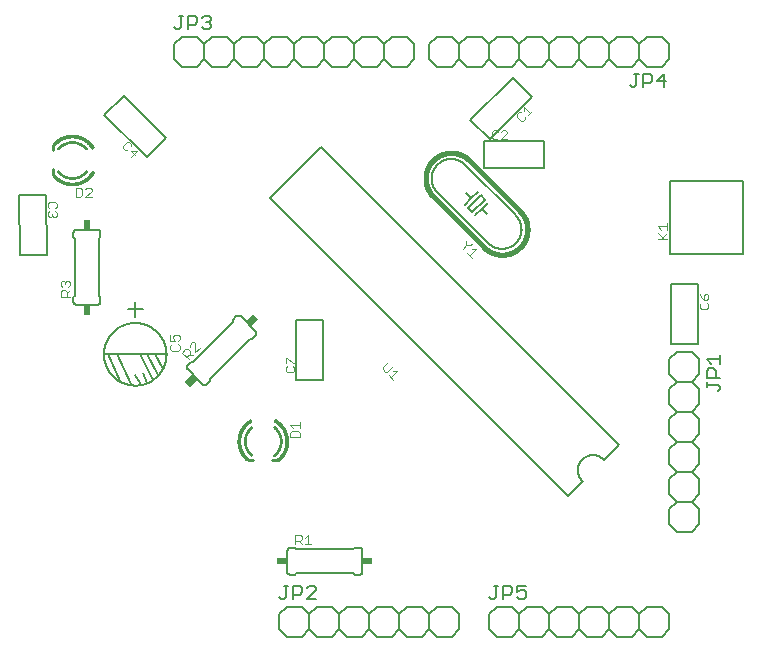
<source format=gbr>
G04 EAGLE Gerber X2 export*
%TF.Part,Single*%
%TF.FileFunction,Legend,Top,1*%
%TF.FilePolarity,Positive*%
%TF.GenerationSoftware,Autodesk,EAGLE,9.0.0*%
%TF.CreationDate,2018-06-20T12:24:51Z*%
G75*
%MOMM*%
%FSLAX34Y34*%
%LPD*%
%AMOC8*
5,1,8,0,0,1.08239X$1,22.5*%
G01*
%ADD10C,0.127000*%
%ADD11C,0.076200*%
%ADD12C,0.101600*%
%ADD13C,0.015238*%
%ADD14C,0.025400*%
%ADD15C,0.254000*%
%ADD16C,0.152400*%
%ADD17R,0.863600X0.609600*%
%ADD18R,0.609600X0.863600*%
%ADD19C,0.406400*%


D10*
X461313Y489343D02*
X425392Y453422D01*
X409228Y469587D01*
X445149Y505508D01*
X461313Y489343D01*
D11*
X452015Y475982D02*
X450278Y475982D01*
X448540Y474244D01*
X448540Y472506D01*
X452015Y469031D01*
X453753Y469031D01*
X455491Y470769D01*
X455491Y472506D01*
X454701Y476930D02*
X454701Y480405D01*
X459914Y475192D01*
X458176Y473454D02*
X461652Y476930D01*
D10*
X471757Y451751D02*
X420957Y451751D01*
X471757Y451751D02*
X471757Y428891D01*
X420957Y428891D01*
X420957Y451751D01*
D11*
X431374Y460774D02*
X432603Y459545D01*
X431374Y460774D02*
X428917Y460774D01*
X427688Y459545D01*
X427688Y454630D01*
X428917Y453402D01*
X431374Y453402D01*
X432603Y454630D01*
X435172Y453402D02*
X440087Y453402D01*
X440087Y458316D02*
X435172Y453402D01*
X440087Y458316D02*
X440087Y459545D01*
X438858Y460774D01*
X436401Y460774D01*
X435172Y459545D01*
D10*
X49760Y406410D02*
X50292Y355612D01*
X27433Y355373D01*
X26901Y406170D01*
X49760Y406410D01*
D11*
X58891Y396087D02*
X57676Y394846D01*
X58891Y396087D02*
X58866Y398545D01*
X57624Y399760D01*
X52710Y399709D01*
X51494Y398468D01*
X51520Y396010D01*
X52761Y394794D01*
X57702Y392277D02*
X58944Y391061D01*
X58970Y388604D01*
X57754Y387362D01*
X56525Y387349D01*
X55284Y388565D01*
X55271Y389794D01*
X55284Y388565D02*
X54068Y387324D01*
X52839Y387311D01*
X51598Y388526D01*
X51572Y390984D01*
X52788Y392225D01*
D10*
X99313Y473903D02*
X135234Y437982D01*
X99313Y473903D02*
X115478Y490068D01*
X151399Y454147D01*
X135234Y437982D01*
D11*
X121873Y447280D02*
X121873Y449017D01*
X120135Y450755D01*
X118398Y450755D01*
X114922Y447280D01*
X114922Y445542D01*
X116660Y443804D01*
X118398Y443804D01*
X121952Y438512D02*
X127165Y443725D01*
X121952Y443725D01*
X125427Y440250D01*
D10*
X98884Y271192D02*
X98892Y271842D01*
X98916Y272492D01*
X98956Y273141D01*
X99012Y273789D01*
X99083Y274436D01*
X99171Y275080D01*
X99274Y275722D01*
X99393Y276362D01*
X99528Y276998D01*
X99678Y277631D01*
X99844Y278260D01*
X100025Y278885D01*
X100222Y279505D01*
X100433Y280120D01*
X100660Y280729D01*
X100901Y281333D01*
X101157Y281931D01*
X101428Y282522D01*
X101714Y283107D01*
X102013Y283684D01*
X102327Y284254D01*
X102654Y284816D01*
X102995Y285369D01*
X103350Y285915D01*
X103718Y286451D01*
X104099Y286978D01*
X104493Y287496D01*
X104899Y288003D01*
X105318Y288501D01*
X105749Y288988D01*
X106191Y289465D01*
X106646Y289930D01*
X107111Y290385D01*
X107588Y290827D01*
X108075Y291258D01*
X108573Y291677D01*
X109080Y292083D01*
X109598Y292477D01*
X110125Y292858D01*
X110661Y293226D01*
X111207Y293581D01*
X111760Y293922D01*
X112322Y294249D01*
X112892Y294563D01*
X113469Y294862D01*
X114054Y295148D01*
X114645Y295419D01*
X115243Y295675D01*
X115847Y295916D01*
X116456Y296143D01*
X117071Y296354D01*
X117691Y296551D01*
X118316Y296732D01*
X118945Y296898D01*
X119578Y297048D01*
X120214Y297183D01*
X120854Y297302D01*
X121496Y297405D01*
X122140Y297493D01*
X122787Y297564D01*
X123435Y297620D01*
X124084Y297660D01*
X124734Y297684D01*
X125384Y297692D01*
X126034Y297684D01*
X126684Y297660D01*
X127333Y297620D01*
X127981Y297564D01*
X128628Y297493D01*
X129272Y297405D01*
X129914Y297302D01*
X130554Y297183D01*
X131190Y297048D01*
X131823Y296898D01*
X132452Y296732D01*
X133077Y296551D01*
X133697Y296354D01*
X134312Y296143D01*
X134921Y295916D01*
X135525Y295675D01*
X136123Y295419D01*
X136714Y295148D01*
X137299Y294862D01*
X137876Y294563D01*
X138446Y294249D01*
X139008Y293922D01*
X139561Y293581D01*
X140107Y293226D01*
X140643Y292858D01*
X141170Y292477D01*
X141688Y292083D01*
X142195Y291677D01*
X142693Y291258D01*
X143180Y290827D01*
X143657Y290385D01*
X144122Y289930D01*
X144577Y289465D01*
X145019Y288988D01*
X145450Y288501D01*
X145869Y288003D01*
X146275Y287496D01*
X146669Y286978D01*
X147050Y286451D01*
X147418Y285915D01*
X147773Y285369D01*
X148114Y284816D01*
X148441Y284254D01*
X148755Y283684D01*
X149054Y283107D01*
X149340Y282522D01*
X149611Y281931D01*
X149867Y281333D01*
X150108Y280729D01*
X150335Y280120D01*
X150546Y279505D01*
X150743Y278885D01*
X150924Y278260D01*
X151090Y277631D01*
X151240Y276998D01*
X151375Y276362D01*
X151494Y275722D01*
X151597Y275080D01*
X151685Y274436D01*
X151756Y273789D01*
X151812Y273141D01*
X151852Y272492D01*
X151876Y271842D01*
X151884Y271192D01*
X151876Y270542D01*
X151852Y269892D01*
X151812Y269243D01*
X151756Y268595D01*
X151685Y267948D01*
X151597Y267304D01*
X151494Y266662D01*
X151375Y266022D01*
X151240Y265386D01*
X151090Y264753D01*
X150924Y264124D01*
X150743Y263499D01*
X150546Y262879D01*
X150335Y262264D01*
X150108Y261655D01*
X149867Y261051D01*
X149611Y260453D01*
X149340Y259862D01*
X149054Y259277D01*
X148755Y258700D01*
X148441Y258130D01*
X148114Y257568D01*
X147773Y257015D01*
X147418Y256469D01*
X147050Y255933D01*
X146669Y255406D01*
X146275Y254888D01*
X145869Y254381D01*
X145450Y253883D01*
X145019Y253396D01*
X144577Y252919D01*
X144122Y252454D01*
X143657Y251999D01*
X143180Y251557D01*
X142693Y251126D01*
X142195Y250707D01*
X141688Y250301D01*
X141170Y249907D01*
X140643Y249526D01*
X140107Y249158D01*
X139561Y248803D01*
X139008Y248462D01*
X138446Y248135D01*
X137876Y247821D01*
X137299Y247522D01*
X136714Y247236D01*
X136123Y246965D01*
X135525Y246709D01*
X134921Y246468D01*
X134312Y246241D01*
X133697Y246030D01*
X133077Y245833D01*
X132452Y245652D01*
X131823Y245486D01*
X131190Y245336D01*
X130554Y245201D01*
X129914Y245082D01*
X129272Y244979D01*
X128628Y244891D01*
X127981Y244820D01*
X127333Y244764D01*
X126684Y244724D01*
X126034Y244700D01*
X125384Y244692D01*
X124734Y244700D01*
X124084Y244724D01*
X123435Y244764D01*
X122787Y244820D01*
X122140Y244891D01*
X121496Y244979D01*
X120854Y245082D01*
X120214Y245201D01*
X119578Y245336D01*
X118945Y245486D01*
X118316Y245652D01*
X117691Y245833D01*
X117071Y246030D01*
X116456Y246241D01*
X115847Y246468D01*
X115243Y246709D01*
X114645Y246965D01*
X114054Y247236D01*
X113469Y247522D01*
X112892Y247821D01*
X112322Y248135D01*
X111760Y248462D01*
X111207Y248803D01*
X110661Y249158D01*
X110125Y249526D01*
X109598Y249907D01*
X109080Y250301D01*
X108573Y250707D01*
X108075Y251126D01*
X107588Y251557D01*
X107111Y251999D01*
X106646Y252454D01*
X106191Y252919D01*
X105749Y253396D01*
X105318Y253883D01*
X104899Y254381D01*
X104493Y254888D01*
X104099Y255406D01*
X103718Y255933D01*
X103350Y256469D01*
X102995Y257015D01*
X102654Y257568D01*
X102327Y258130D01*
X102013Y258700D01*
X101714Y259277D01*
X101428Y259862D01*
X101157Y260453D01*
X100901Y261051D01*
X100660Y261655D01*
X100433Y262264D01*
X100222Y262879D01*
X100025Y263499D01*
X99844Y264124D01*
X99678Y264753D01*
X99528Y265386D01*
X99393Y266022D01*
X99274Y266662D01*
X99171Y267304D01*
X99083Y267948D01*
X99012Y268595D01*
X98956Y269243D01*
X98916Y269892D01*
X98892Y270542D01*
X98884Y271192D01*
D12*
X155095Y278319D02*
X156408Y279632D01*
X155095Y278319D02*
X155095Y275692D01*
X156408Y274379D01*
X161662Y274379D01*
X162976Y275692D01*
X162976Y278319D01*
X161662Y279632D01*
X155095Y282564D02*
X155095Y287818D01*
X155095Y282564D02*
X159035Y282564D01*
X157722Y285191D01*
X157722Y286505D01*
X159035Y287818D01*
X161662Y287818D01*
X162976Y286505D01*
X162976Y283878D01*
X161662Y282564D01*
D10*
X125384Y309292D02*
X125384Y315642D01*
X125384Y309292D02*
X125384Y302942D01*
X125384Y309292D02*
X131734Y309292D01*
X125384Y309292D02*
X119034Y309292D01*
X141894Y271192D02*
X152054Y271192D01*
X141894Y271192D02*
X135544Y271192D01*
X129194Y271192D01*
X110144Y271192D01*
X102524Y271192D01*
X98714Y271192D01*
X102524Y271192D02*
X112684Y248332D01*
X121574Y245792D02*
X110144Y271192D01*
X131734Y255317D02*
X135544Y247062D01*
X140624Y249602D02*
X129194Y271192D01*
X135544Y271192D02*
X145069Y253412D01*
X148879Y258492D02*
X141894Y271192D01*
X125384Y253692D02*
X129194Y247062D01*
D13*
X242718Y184732D02*
X241921Y185849D01*
X241921Y185848D02*
X242203Y186057D01*
X242480Y186273D01*
X242751Y186495D01*
X243017Y186723D01*
X243278Y186958D01*
X243533Y187199D01*
X243781Y187447D01*
X244024Y187700D01*
X244261Y187959D01*
X244491Y188223D01*
X244715Y188494D01*
X244932Y188769D01*
X245143Y189049D01*
X245347Y189335D01*
X245544Y189625D01*
X245734Y189920D01*
X245916Y190220D01*
X246092Y190524D01*
X246260Y190832D01*
X246420Y191144D01*
X246573Y191459D01*
X246718Y191779D01*
X246856Y192101D01*
X246986Y192427D01*
X247108Y192756D01*
X247222Y193088D01*
X247327Y193423D01*
X247425Y193759D01*
X247515Y194099D01*
X247596Y194440D01*
X247669Y194783D01*
X247734Y195128D01*
X247791Y195474D01*
X247839Y195821D01*
X247879Y196170D01*
X247910Y196519D01*
X247933Y196869D01*
X247948Y197220D01*
X247954Y197571D01*
X249325Y197571D01*
X249326Y197571D01*
X249319Y197186D01*
X249304Y196803D01*
X249279Y196419D01*
X249244Y196036D01*
X249201Y195655D01*
X249148Y195274D01*
X249086Y194895D01*
X249015Y194517D01*
X248935Y194141D01*
X248846Y193767D01*
X248748Y193396D01*
X248641Y193027D01*
X248525Y192661D01*
X248401Y192297D01*
X248267Y191937D01*
X248125Y191580D01*
X247974Y191226D01*
X247815Y190877D01*
X247648Y190531D01*
X247472Y190189D01*
X247288Y189852D01*
X247096Y189519D01*
X246896Y189191D01*
X246688Y188868D01*
X246472Y188550D01*
X246249Y188237D01*
X246018Y187930D01*
X245780Y187628D01*
X245535Y187332D01*
X245282Y187043D01*
X245023Y186759D01*
X244757Y186482D01*
X244484Y186211D01*
X244205Y185947D01*
X243920Y185690D01*
X243628Y185439D01*
X243331Y185196D01*
X243027Y184960D01*
X242718Y184732D01*
X242635Y184848D01*
X242941Y185075D01*
X243242Y185308D01*
X243537Y185549D01*
X243826Y185798D01*
X244108Y186052D01*
X244385Y186314D01*
X244655Y186582D01*
X244919Y186857D01*
X245176Y187138D01*
X245426Y187425D01*
X245669Y187718D01*
X245905Y188017D01*
X246134Y188322D01*
X246355Y188632D01*
X246568Y188947D01*
X246775Y189267D01*
X246973Y189592D01*
X247163Y189922D01*
X247345Y190256D01*
X247520Y190595D01*
X247686Y190937D01*
X247843Y191284D01*
X247993Y191634D01*
X248134Y191988D01*
X248266Y192345D01*
X248389Y192705D01*
X248504Y193068D01*
X248610Y193434D01*
X248707Y193802D01*
X248796Y194172D01*
X248875Y194545D01*
X248945Y194919D01*
X249007Y195295D01*
X249059Y195672D01*
X249102Y196050D01*
X249136Y196430D01*
X249161Y196809D01*
X249176Y197190D01*
X249183Y197571D01*
X249040Y197571D01*
X249033Y197193D01*
X249018Y196816D01*
X248993Y196440D01*
X248960Y196064D01*
X248917Y195689D01*
X248865Y195316D01*
X248805Y194943D01*
X248735Y194572D01*
X248656Y194203D01*
X248569Y193836D01*
X248472Y193472D01*
X248367Y193109D01*
X248253Y192750D01*
X248131Y192393D01*
X248000Y192039D01*
X247860Y191688D01*
X247713Y191341D01*
X247556Y190998D01*
X247392Y190658D01*
X247219Y190323D01*
X247038Y189992D01*
X246850Y189665D01*
X246653Y189343D01*
X246449Y189026D01*
X246237Y188713D01*
X246018Y188406D01*
X245792Y188105D01*
X245558Y187809D01*
X245317Y187518D01*
X245069Y187234D01*
X244815Y186955D01*
X244554Y186683D01*
X244286Y186417D01*
X244012Y186158D01*
X243732Y185905D01*
X243445Y185659D01*
X243153Y185421D01*
X242855Y185189D01*
X242552Y184964D01*
X242469Y185081D01*
X242770Y185303D01*
X243065Y185533D01*
X243354Y185769D01*
X243637Y186013D01*
X243915Y186263D01*
X244187Y186520D01*
X244452Y186784D01*
X244711Y187053D01*
X244963Y187329D01*
X245208Y187611D01*
X245447Y187899D01*
X245679Y188192D01*
X245903Y188491D01*
X246120Y188795D01*
X246330Y189105D01*
X246532Y189419D01*
X246727Y189738D01*
X246914Y190062D01*
X247093Y190390D01*
X247264Y190722D01*
X247427Y191059D01*
X247582Y191399D01*
X247728Y191743D01*
X247866Y192090D01*
X247996Y192441D01*
X248118Y192794D01*
X248230Y193151D01*
X248334Y193510D01*
X248430Y193871D01*
X248517Y194235D01*
X248595Y194600D01*
X248664Y194968D01*
X248724Y195336D01*
X248775Y195707D01*
X248817Y196078D01*
X248851Y196450D01*
X248875Y196823D01*
X248890Y197197D01*
X248897Y197571D01*
X248754Y197571D01*
X248748Y197200D01*
X248732Y196830D01*
X248708Y196461D01*
X248675Y196092D01*
X248633Y195724D01*
X248582Y195357D01*
X248523Y194992D01*
X248454Y194628D01*
X248377Y194266D01*
X248291Y193906D01*
X248197Y193547D01*
X248093Y193192D01*
X247982Y192839D01*
X247862Y192489D01*
X247733Y192141D01*
X247596Y191797D01*
X247451Y191457D01*
X247297Y191119D01*
X247136Y190786D01*
X246966Y190457D01*
X246789Y190132D01*
X246604Y189811D01*
X246411Y189495D01*
X246211Y189184D01*
X246003Y188877D01*
X245788Y188576D01*
X245565Y188280D01*
X245336Y187989D01*
X245100Y187704D01*
X244856Y187425D01*
X244607Y187151D01*
X244350Y186884D01*
X244087Y186623D01*
X243818Y186369D01*
X243543Y186121D01*
X243263Y185879D01*
X242976Y185645D01*
X242684Y185418D01*
X242386Y185197D01*
X242303Y185314D01*
X242598Y185532D01*
X242887Y185757D01*
X243171Y185989D01*
X243449Y186228D01*
X243722Y186474D01*
X243988Y186726D01*
X244249Y186985D01*
X244502Y187249D01*
X244750Y187520D01*
X244991Y187797D01*
X245225Y188079D01*
X245452Y188367D01*
X245673Y188660D01*
X245886Y188959D01*
X246092Y189263D01*
X246290Y189571D01*
X246481Y189884D01*
X246664Y190202D01*
X246840Y190524D01*
X247008Y190850D01*
X247168Y191180D01*
X247320Y191514D01*
X247464Y191852D01*
X247599Y192192D01*
X247727Y192536D01*
X247846Y192883D01*
X247957Y193233D01*
X248059Y193585D01*
X248152Y193940D01*
X248237Y194297D01*
X248314Y194656D01*
X248382Y195016D01*
X248441Y195378D01*
X248491Y195742D01*
X248533Y196106D01*
X248565Y196471D01*
X248589Y196837D01*
X248605Y197204D01*
X248611Y197571D01*
X248468Y197571D01*
X248462Y197207D01*
X248447Y196844D01*
X248423Y196482D01*
X248390Y196120D01*
X248349Y195759D01*
X248299Y195399D01*
X248241Y195040D01*
X248174Y194683D01*
X248098Y194328D01*
X248014Y193975D01*
X247921Y193623D01*
X247820Y193274D01*
X247710Y192928D01*
X247592Y192584D01*
X247466Y192244D01*
X247331Y191906D01*
X247189Y191572D01*
X247038Y191241D01*
X246880Y190914D01*
X246714Y190591D01*
X246540Y190272D01*
X246358Y189957D01*
X246169Y189647D01*
X245972Y189342D01*
X245768Y189041D01*
X245557Y188745D01*
X245339Y188455D01*
X245114Y188169D01*
X244882Y187890D01*
X244644Y187616D01*
X244398Y187347D01*
X244147Y187085D01*
X243889Y186829D01*
X243625Y186579D01*
X243355Y186336D01*
X243080Y186099D01*
X242798Y185869D01*
X242512Y185646D01*
X242220Y185430D01*
X242137Y185546D01*
X242426Y185760D01*
X242710Y185982D01*
X242988Y186209D01*
X243261Y186444D01*
X243529Y186685D01*
X243790Y186932D01*
X244045Y187186D01*
X244294Y187446D01*
X244537Y187711D01*
X244773Y187983D01*
X245003Y188260D01*
X245226Y188542D01*
X245442Y188830D01*
X245651Y189123D01*
X245853Y189420D01*
X246048Y189723D01*
X246235Y190030D01*
X246415Y190342D01*
X246587Y190658D01*
X246752Y190978D01*
X246909Y191302D01*
X247058Y191629D01*
X247199Y191960D01*
X247332Y192295D01*
X247457Y192632D01*
X247574Y192972D01*
X247683Y193316D01*
X247783Y193661D01*
X247875Y194009D01*
X247958Y194359D01*
X248033Y194711D01*
X248100Y195065D01*
X248158Y195420D01*
X248207Y195776D01*
X248248Y196134D01*
X248280Y196492D01*
X248304Y196851D01*
X248319Y197211D01*
X248325Y197571D01*
X248182Y197571D01*
X248176Y197214D01*
X248161Y196858D01*
X248138Y196503D01*
X248106Y196148D01*
X248065Y195794D01*
X248016Y195441D01*
X247959Y195089D01*
X247893Y194739D01*
X247819Y194390D01*
X247736Y194044D01*
X247645Y193699D01*
X247546Y193357D01*
X247438Y193017D01*
X247322Y192680D01*
X247199Y192346D01*
X247067Y192015D01*
X246927Y191687D01*
X246780Y191362D01*
X246624Y191042D01*
X246461Y190725D01*
X246290Y190412D01*
X246112Y190103D01*
X245927Y189799D01*
X245734Y189499D01*
X245534Y189204D01*
X245327Y188914D01*
X245113Y188629D01*
X244892Y188350D01*
X244665Y188075D01*
X244431Y187807D01*
X244190Y187544D01*
X243944Y187286D01*
X243691Y187035D01*
X243432Y186790D01*
X243167Y186552D01*
X242897Y186319D01*
X242621Y186094D01*
X242340Y185875D01*
X242054Y185663D01*
X241970Y185779D01*
X242254Y185989D01*
X242532Y186206D01*
X242806Y186429D01*
X243073Y186659D01*
X243335Y186896D01*
X243591Y187138D01*
X243842Y187387D01*
X244086Y187642D01*
X244324Y187902D01*
X244556Y188168D01*
X244781Y188440D01*
X245000Y188717D01*
X245212Y188999D01*
X245417Y189286D01*
X245615Y189578D01*
X245806Y189875D01*
X245989Y190176D01*
X246166Y190482D01*
X246335Y190792D01*
X246496Y191106D01*
X246650Y191423D01*
X246796Y191744D01*
X246935Y192069D01*
X247065Y192397D01*
X247188Y192728D01*
X247302Y193062D01*
X247409Y193398D01*
X247507Y193737D01*
X247597Y194078D01*
X247679Y194421D01*
X247753Y194766D01*
X247818Y195113D01*
X247875Y195462D01*
X247923Y195811D01*
X247963Y196162D01*
X247995Y196513D01*
X248018Y196865D01*
X248033Y197218D01*
X248039Y197571D01*
X249325Y197722D02*
X247953Y197722D01*
X247954Y197723D02*
X247948Y198074D01*
X247933Y198425D01*
X247910Y198775D01*
X247879Y199125D01*
X247839Y199474D01*
X247791Y199822D01*
X247734Y200168D01*
X247669Y200513D01*
X247596Y200857D01*
X247514Y201198D01*
X247424Y201538D01*
X247326Y201875D01*
X247220Y202210D01*
X247106Y202542D01*
X246984Y202871D01*
X246854Y203197D01*
X246716Y203520D01*
X246571Y203840D01*
X246417Y204156D01*
X246257Y204468D01*
X246088Y204776D01*
X245913Y205080D01*
X245730Y205380D01*
X245540Y205675D01*
X245342Y205966D01*
X245138Y206251D01*
X244927Y206532D01*
X244709Y206807D01*
X244485Y207078D01*
X244254Y207342D01*
X244017Y207601D01*
X243774Y207855D01*
X243525Y208102D01*
X243270Y208343D01*
X243009Y208578D01*
X242742Y208807D01*
X242470Y209029D01*
X242193Y209244D01*
X243016Y210342D01*
X243320Y210106D01*
X243618Y209863D01*
X243910Y209613D01*
X244196Y209355D01*
X244476Y209091D01*
X244749Y208820D01*
X245015Y208543D01*
X245275Y208259D01*
X245528Y207970D01*
X245774Y207674D01*
X246012Y207372D01*
X246243Y207065D01*
X246467Y206752D01*
X246683Y206433D01*
X246891Y206110D01*
X247092Y205782D01*
X247284Y205449D01*
X247468Y205111D01*
X247645Y204769D01*
X247812Y204423D01*
X247972Y204073D01*
X248123Y203719D01*
X248265Y203362D01*
X248399Y203001D01*
X248524Y202638D01*
X248640Y202271D01*
X248747Y201902D01*
X248845Y201530D01*
X248935Y201156D01*
X249015Y200780D01*
X249086Y200402D01*
X249148Y200022D01*
X249201Y199641D01*
X249244Y199259D01*
X249279Y198876D01*
X249304Y198492D01*
X249319Y198108D01*
X249326Y197723D01*
X249183Y197723D01*
X249176Y198104D01*
X249161Y198485D01*
X249136Y198865D01*
X249102Y199245D01*
X249059Y199624D01*
X249006Y200001D01*
X248945Y200377D01*
X248875Y200752D01*
X248795Y201125D01*
X248707Y201495D01*
X248609Y201864D01*
X248503Y202230D01*
X248388Y202593D01*
X248264Y202954D01*
X248132Y203311D01*
X247991Y203665D01*
X247841Y204016D01*
X247683Y204362D01*
X247517Y204705D01*
X247342Y205044D01*
X247160Y205379D01*
X246969Y205709D01*
X246770Y206034D01*
X246564Y206354D01*
X246350Y206670D01*
X246128Y206980D01*
X245899Y207284D01*
X245663Y207583D01*
X245419Y207877D01*
X245169Y208164D01*
X244911Y208445D01*
X244647Y208720D01*
X244376Y208988D01*
X244099Y209250D01*
X243816Y209505D01*
X243527Y209753D01*
X243231Y209994D01*
X242930Y210228D01*
X242845Y210113D01*
X243143Y209882D01*
X243435Y209643D01*
X243722Y209397D01*
X244003Y209144D01*
X244277Y208885D01*
X244546Y208619D01*
X244807Y208347D01*
X245062Y208068D01*
X245310Y207784D01*
X245552Y207493D01*
X245786Y207197D01*
X246013Y206895D01*
X246232Y206588D01*
X246445Y206275D01*
X246649Y205958D01*
X246846Y205636D01*
X247035Y205309D01*
X247216Y204977D01*
X247389Y204641D01*
X247554Y204302D01*
X247710Y203958D01*
X247858Y203611D01*
X247998Y203260D01*
X248129Y202906D01*
X248252Y202549D01*
X248366Y202188D01*
X248471Y201826D01*
X248568Y201461D01*
X248656Y201093D01*
X248734Y200724D01*
X248804Y200353D01*
X248865Y199980D01*
X248917Y199606D01*
X248960Y199231D01*
X248993Y198855D01*
X249018Y198478D01*
X249033Y198101D01*
X249040Y197723D01*
X248897Y197723D01*
X248890Y198097D01*
X248875Y198471D01*
X248851Y198844D01*
X248817Y199217D01*
X248775Y199589D01*
X248724Y199959D01*
X248663Y200329D01*
X248594Y200696D01*
X248516Y201062D01*
X248429Y201426D01*
X248334Y201788D01*
X248229Y202147D01*
X248116Y202504D01*
X247995Y202858D01*
X247865Y203209D01*
X247726Y203556D01*
X247579Y203900D01*
X247424Y204241D01*
X247261Y204577D01*
X247090Y204910D01*
X246910Y205238D01*
X246723Y205562D01*
X246528Y205882D01*
X246325Y206196D01*
X246115Y206506D01*
X245898Y206810D01*
X245673Y207109D01*
X245441Y207403D01*
X245202Y207691D01*
X244956Y207973D01*
X244703Y208249D01*
X244444Y208518D01*
X244178Y208782D01*
X243906Y209039D01*
X243628Y209289D01*
X243344Y209533D01*
X243054Y209769D01*
X242759Y209999D01*
X242673Y209884D01*
X242966Y209657D01*
X243253Y209423D01*
X243534Y209181D01*
X243810Y208933D01*
X244079Y208679D01*
X244342Y208418D01*
X244599Y208150D01*
X244849Y207877D01*
X245093Y207598D01*
X245330Y207313D01*
X245560Y207022D01*
X245783Y206725D01*
X245998Y206424D01*
X246206Y206117D01*
X246407Y205806D01*
X246600Y205489D01*
X246786Y205168D01*
X246963Y204843D01*
X247133Y204514D01*
X247295Y204180D01*
X247448Y203843D01*
X247594Y203502D01*
X247731Y203157D01*
X247860Y202810D01*
X247980Y202459D01*
X248092Y202106D01*
X248196Y201750D01*
X248290Y201392D01*
X248376Y201031D01*
X248454Y200669D01*
X248522Y200304D01*
X248582Y199938D01*
X248633Y199571D01*
X248675Y199203D01*
X248708Y198834D01*
X248732Y198464D01*
X248748Y198094D01*
X248754Y197723D01*
X248611Y197723D01*
X248605Y198090D01*
X248589Y198457D01*
X248565Y198823D01*
X248533Y199189D01*
X248491Y199554D01*
X248441Y199918D01*
X248381Y200280D01*
X248313Y200641D01*
X248237Y201000D01*
X248152Y201357D01*
X248058Y201712D01*
X247955Y202065D01*
X247845Y202415D01*
X247725Y202762D01*
X247598Y203106D01*
X247462Y203447D01*
X247318Y203785D01*
X247165Y204119D01*
X247005Y204450D01*
X246837Y204776D01*
X246661Y205098D01*
X246477Y205416D01*
X246286Y205730D01*
X246087Y206038D01*
X245881Y206342D01*
X245667Y206641D01*
X245447Y206934D01*
X245219Y207222D01*
X244984Y207505D01*
X244743Y207781D01*
X244495Y208052D01*
X244241Y208317D01*
X243980Y208576D01*
X243713Y208828D01*
X243440Y209074D01*
X243162Y209313D01*
X242877Y209545D01*
X242587Y209770D01*
X242501Y209656D01*
X242789Y209432D01*
X243070Y209202D01*
X243346Y208966D01*
X243617Y208722D01*
X243881Y208473D01*
X244139Y208216D01*
X244391Y207954D01*
X244637Y207686D01*
X244876Y207412D01*
X245108Y207132D01*
X245334Y206847D01*
X245552Y206556D01*
X245764Y206260D01*
X245968Y205959D01*
X246165Y205653D01*
X246354Y205343D01*
X246536Y205028D01*
X246711Y204709D01*
X246877Y204386D01*
X247036Y204058D01*
X247187Y203727D01*
X247329Y203393D01*
X247464Y203055D01*
X247590Y202714D01*
X247709Y202370D01*
X247818Y202023D01*
X247920Y201674D01*
X248013Y201323D01*
X248097Y200969D01*
X248173Y200613D01*
X248240Y200256D01*
X248299Y199897D01*
X248349Y199536D01*
X248390Y199175D01*
X248423Y198813D01*
X248447Y198450D01*
X248462Y198087D01*
X248468Y197723D01*
X248325Y197723D01*
X248319Y198083D01*
X248304Y198443D01*
X248280Y198802D01*
X248248Y199161D01*
X248207Y199519D01*
X248158Y199876D01*
X248100Y200231D01*
X248033Y200585D01*
X247958Y200938D01*
X247874Y201288D01*
X247782Y201636D01*
X247682Y201982D01*
X247573Y202325D01*
X247456Y202666D01*
X247331Y203004D01*
X247197Y203338D01*
X247056Y203670D01*
X246907Y203998D01*
X246749Y204322D01*
X246584Y204642D01*
X246412Y204958D01*
X246232Y205270D01*
X246044Y205577D01*
X245849Y205880D01*
X245646Y206178D01*
X245437Y206471D01*
X245221Y206759D01*
X244997Y207042D01*
X244767Y207319D01*
X244530Y207590D01*
X244287Y207856D01*
X244038Y208116D01*
X243782Y208369D01*
X243520Y208617D01*
X243252Y208858D01*
X242979Y209092D01*
X242700Y209320D01*
X242416Y209541D01*
X242330Y209427D01*
X242612Y209208D01*
X242888Y208982D01*
X243159Y208750D01*
X243424Y208511D01*
X243683Y208266D01*
X243936Y208015D01*
X244183Y207758D01*
X244424Y207495D01*
X244658Y207226D01*
X244886Y206951D01*
X245107Y206672D01*
X245322Y206386D01*
X245529Y206096D01*
X245730Y205801D01*
X245923Y205501D01*
X246109Y205197D01*
X246287Y204888D01*
X246458Y204575D01*
X246621Y204258D01*
X246777Y203937D01*
X246925Y203612D01*
X247065Y203284D01*
X247197Y202953D01*
X247321Y202618D01*
X247437Y202281D01*
X247545Y201941D01*
X247644Y201598D01*
X247735Y201253D01*
X247818Y200906D01*
X247893Y200558D01*
X247959Y200207D01*
X248016Y199855D01*
X248065Y199502D01*
X248106Y199147D01*
X248138Y198792D01*
X248161Y198436D01*
X248176Y198080D01*
X248182Y197723D01*
X248039Y197723D01*
X248033Y198076D01*
X248018Y198429D01*
X247995Y198782D01*
X247963Y199133D01*
X247923Y199484D01*
X247875Y199834D01*
X247818Y200183D01*
X247752Y200530D01*
X247679Y200875D01*
X247597Y201219D01*
X247506Y201560D01*
X247408Y201900D01*
X247301Y202236D01*
X247186Y202570D01*
X247063Y202902D01*
X246933Y203230D01*
X246794Y203555D01*
X246648Y203876D01*
X246494Y204194D01*
X246332Y204508D01*
X246162Y204818D01*
X245986Y205124D01*
X245802Y205425D01*
X245610Y205722D01*
X245412Y206014D01*
X245207Y206302D01*
X244994Y206584D01*
X244775Y206861D01*
X244550Y207133D01*
X244318Y207399D01*
X244079Y207660D01*
X243835Y207914D01*
X243584Y208163D01*
X243327Y208406D01*
X243065Y208642D01*
X242797Y208872D01*
X242523Y209096D01*
X242244Y209312D01*
X217475Y197571D02*
X218847Y197571D01*
X218846Y197571D02*
X218852Y197217D01*
X218867Y196864D01*
X218890Y196511D01*
X218922Y196159D01*
X218963Y195807D01*
X219012Y195457D01*
X219069Y195108D01*
X219135Y194760D01*
X219210Y194414D01*
X219292Y194070D01*
X219383Y193729D01*
X219483Y193389D01*
X219590Y193052D01*
X219706Y192718D01*
X219830Y192386D01*
X219962Y192058D01*
X220102Y191733D01*
X220249Y191412D01*
X220405Y191094D01*
X220568Y190780D01*
X220739Y190470D01*
X220917Y190165D01*
X221102Y189863D01*
X221295Y189567D01*
X221495Y189275D01*
X221702Y188988D01*
X221916Y188706D01*
X222137Y188430D01*
X222364Y188159D01*
X222598Y187894D01*
X222838Y187634D01*
X223084Y187380D01*
X223337Y187132D01*
X223596Y186891D01*
X223860Y186656D01*
X224130Y186427D01*
X224405Y186205D01*
X223563Y185123D01*
X223563Y185122D01*
X223261Y185365D01*
X222965Y185616D01*
X222676Y185873D01*
X222392Y186137D01*
X222116Y186409D01*
X221846Y186686D01*
X221582Y186971D01*
X221326Y187261D01*
X221077Y187558D01*
X220835Y187861D01*
X220601Y188170D01*
X220374Y188484D01*
X220155Y188803D01*
X219944Y189128D01*
X219741Y189458D01*
X219545Y189793D01*
X219358Y190132D01*
X219180Y190476D01*
X219010Y190824D01*
X218848Y191176D01*
X218695Y191532D01*
X218550Y191892D01*
X218415Y192255D01*
X218288Y192621D01*
X218170Y192990D01*
X218061Y193362D01*
X217962Y193736D01*
X217871Y194113D01*
X217790Y194492D01*
X217718Y194873D01*
X217655Y195255D01*
X217601Y195639D01*
X217557Y196024D01*
X217522Y196410D01*
X217497Y196796D01*
X217481Y197183D01*
X217474Y197571D01*
X217617Y197571D01*
X217624Y197187D01*
X217640Y196803D01*
X217665Y196420D01*
X217699Y196038D01*
X217743Y195656D01*
X217796Y195276D01*
X217858Y194897D01*
X217930Y194520D01*
X218011Y194145D01*
X218100Y193771D01*
X218199Y193400D01*
X218307Y193032D01*
X218424Y192666D01*
X218549Y192303D01*
X218684Y191943D01*
X218827Y191587D01*
X218978Y191234D01*
X219139Y190885D01*
X219307Y190540D01*
X219484Y190200D01*
X219670Y189863D01*
X219863Y189532D01*
X220065Y189205D01*
X220274Y188883D01*
X220491Y188566D01*
X220716Y188255D01*
X220948Y187949D01*
X221188Y187649D01*
X221434Y187355D01*
X221688Y187067D01*
X221949Y186785D01*
X222217Y186510D01*
X222491Y186241D01*
X222772Y185979D01*
X223059Y185724D01*
X223352Y185476D01*
X223651Y185235D01*
X223739Y185348D01*
X223442Y185587D01*
X223152Y185832D01*
X222868Y186085D01*
X222589Y186345D01*
X222318Y186611D01*
X222053Y186884D01*
X221794Y187163D01*
X221543Y187448D01*
X221298Y187740D01*
X221061Y188037D01*
X220830Y188340D01*
X220608Y188649D01*
X220393Y188963D01*
X220185Y189281D01*
X219986Y189605D01*
X219794Y189934D01*
X219611Y190267D01*
X219435Y190605D01*
X219268Y190947D01*
X219109Y191292D01*
X218959Y191642D01*
X218817Y191995D01*
X218684Y192351D01*
X218559Y192711D01*
X218444Y193073D01*
X218337Y193438D01*
X218239Y193806D01*
X218150Y194176D01*
X218070Y194548D01*
X217999Y194922D01*
X217938Y195297D01*
X217885Y195674D01*
X217842Y196052D01*
X217807Y196431D01*
X217782Y196810D01*
X217767Y197191D01*
X217760Y197571D01*
X217903Y197571D01*
X217910Y197194D01*
X217925Y196817D01*
X217950Y196441D01*
X217984Y196066D01*
X218027Y195691D01*
X218079Y195318D01*
X218140Y194946D01*
X218210Y194576D01*
X218290Y194207D01*
X218378Y193841D01*
X218475Y193477D01*
X218581Y193115D01*
X218695Y192756D01*
X218818Y192400D01*
X218950Y192046D01*
X219091Y191697D01*
X219240Y191350D01*
X219397Y191008D01*
X219563Y190669D01*
X219737Y190335D01*
X219918Y190005D01*
X220108Y189679D01*
X220306Y189358D01*
X220512Y189042D01*
X220725Y188731D01*
X220945Y188426D01*
X221173Y188125D01*
X221408Y187831D01*
X221651Y187542D01*
X221900Y187259D01*
X222156Y186983D01*
X222419Y186712D01*
X222688Y186448D01*
X222963Y186191D01*
X223245Y185941D01*
X223533Y185697D01*
X223826Y185461D01*
X223914Y185574D01*
X223623Y185808D01*
X223338Y186049D01*
X223059Y186297D01*
X222786Y186552D01*
X222520Y186814D01*
X222259Y187081D01*
X222006Y187355D01*
X221759Y187636D01*
X221519Y187922D01*
X221286Y188213D01*
X221060Y188511D01*
X220841Y188814D01*
X220630Y189122D01*
X220427Y189435D01*
X220231Y189753D01*
X220043Y190075D01*
X219863Y190402D01*
X219690Y190734D01*
X219526Y191069D01*
X219371Y191408D01*
X219223Y191751D01*
X219084Y192098D01*
X218953Y192448D01*
X218831Y192801D01*
X218717Y193156D01*
X218613Y193515D01*
X218516Y193876D01*
X218429Y194239D01*
X218351Y194604D01*
X218281Y194971D01*
X218220Y195339D01*
X218169Y195709D01*
X218126Y196080D01*
X218093Y196452D01*
X218068Y196824D01*
X218053Y197198D01*
X218046Y197571D01*
X218189Y197571D01*
X218196Y197201D01*
X218211Y196831D01*
X218235Y196462D01*
X218268Y196094D01*
X218311Y195726D01*
X218362Y195360D01*
X218422Y194995D01*
X218491Y194632D01*
X218569Y194270D01*
X218655Y193910D01*
X218750Y193553D01*
X218854Y193198D01*
X218967Y192846D01*
X219088Y192496D01*
X219217Y192150D01*
X219355Y191806D01*
X219501Y191467D01*
X219656Y191130D01*
X219818Y190798D01*
X219989Y190470D01*
X220167Y190146D01*
X220354Y189826D01*
X220548Y189511D01*
X220749Y189201D01*
X220958Y188896D01*
X221175Y188596D01*
X221398Y188302D01*
X221629Y188013D01*
X221867Y187729D01*
X222112Y187452D01*
X222363Y187180D01*
X222621Y186915D01*
X222885Y186656D01*
X223155Y186403D01*
X223432Y186158D01*
X223714Y185919D01*
X224002Y185687D01*
X224090Y185799D01*
X223804Y186029D01*
X223525Y186266D01*
X223251Y186510D01*
X222983Y186760D01*
X222722Y187016D01*
X222466Y187279D01*
X222217Y187548D01*
X221975Y187823D01*
X221740Y188103D01*
X221511Y188390D01*
X221289Y188681D01*
X221075Y188979D01*
X220868Y189281D01*
X220668Y189588D01*
X220476Y189900D01*
X220292Y190216D01*
X220115Y190537D01*
X219946Y190862D01*
X219785Y191192D01*
X219632Y191525D01*
X219487Y191861D01*
X219351Y192201D01*
X219222Y192544D01*
X219102Y192891D01*
X218991Y193240D01*
X218888Y193591D01*
X218794Y193945D01*
X218708Y194301D01*
X218631Y194660D01*
X218563Y195020D01*
X218503Y195381D01*
X218453Y195744D01*
X218411Y196108D01*
X218378Y196473D01*
X218354Y196839D01*
X218338Y197205D01*
X218332Y197571D01*
X218475Y197571D01*
X218481Y197208D01*
X218497Y196846D01*
X218520Y196483D01*
X218553Y196122D01*
X218595Y195762D01*
X218645Y195402D01*
X218704Y195044D01*
X218771Y194688D01*
X218848Y194333D01*
X218932Y193980D01*
X219026Y193629D01*
X219128Y193281D01*
X219238Y192935D01*
X219357Y192593D01*
X219484Y192253D01*
X219619Y191916D01*
X219763Y191583D01*
X219914Y191253D01*
X220073Y190927D01*
X220241Y190605D01*
X220416Y190287D01*
X220599Y189974D01*
X220789Y189665D01*
X220987Y189360D01*
X221192Y189061D01*
X221404Y188767D01*
X221624Y188478D01*
X221850Y188194D01*
X222083Y187916D01*
X222323Y187644D01*
X222570Y187378D01*
X222823Y187117D01*
X223082Y186863D01*
X223347Y186616D01*
X223618Y186375D01*
X223895Y186140D01*
X224178Y185912D01*
X224265Y186025D01*
X223985Y186251D01*
X223711Y186483D01*
X223443Y186722D01*
X223180Y186967D01*
X222924Y187219D01*
X222673Y187476D01*
X222429Y187740D01*
X222191Y188010D01*
X221961Y188285D01*
X221736Y188566D01*
X221519Y188852D01*
X221309Y189144D01*
X221106Y189440D01*
X220910Y189741D01*
X220721Y190047D01*
X220540Y190358D01*
X220367Y190672D01*
X220201Y190991D01*
X220043Y191314D01*
X219893Y191641D01*
X219751Y191971D01*
X219617Y192304D01*
X219492Y192641D01*
X219374Y192980D01*
X219265Y193323D01*
X219164Y193668D01*
X219071Y194015D01*
X218987Y194364D01*
X218912Y194716D01*
X218845Y195069D01*
X218786Y195423D01*
X218736Y195779D01*
X218695Y196136D01*
X218663Y196494D01*
X218639Y196853D01*
X218624Y197212D01*
X218618Y197571D01*
X218761Y197571D01*
X218767Y197215D01*
X218782Y196860D01*
X218806Y196505D01*
X218838Y196150D01*
X218878Y195797D01*
X218928Y195444D01*
X218985Y195093D01*
X219052Y194744D01*
X219127Y194396D01*
X219210Y194050D01*
X219302Y193706D01*
X219401Y193364D01*
X219510Y193025D01*
X219626Y192689D01*
X219751Y192356D01*
X219883Y192026D01*
X220024Y191699D01*
X220173Y191375D01*
X220329Y191056D01*
X220493Y190740D01*
X220665Y190428D01*
X220844Y190121D01*
X221030Y189818D01*
X221224Y189520D01*
X221426Y189226D01*
X221634Y188937D01*
X221849Y188654D01*
X222071Y188376D01*
X222300Y188103D01*
X222535Y187836D01*
X222777Y187575D01*
X223024Y187320D01*
X223279Y187071D01*
X223539Y186828D01*
X223804Y186591D01*
X224076Y186361D01*
X224353Y186138D01*
X223563Y210171D02*
X224406Y209088D01*
X224405Y209089D02*
X224130Y208867D01*
X223860Y208638D01*
X223596Y208403D01*
X223337Y208162D01*
X223084Y207914D01*
X222838Y207660D01*
X222598Y207400D01*
X222364Y207135D01*
X222137Y206864D01*
X221916Y206588D01*
X221702Y206306D01*
X221495Y206019D01*
X221295Y205727D01*
X221102Y205431D01*
X220917Y205129D01*
X220739Y204824D01*
X220568Y204514D01*
X220405Y204200D01*
X220249Y203882D01*
X220102Y203561D01*
X219962Y203236D01*
X219830Y202908D01*
X219706Y202576D01*
X219590Y202242D01*
X219483Y201905D01*
X219383Y201565D01*
X219292Y201224D01*
X219210Y200880D01*
X219135Y200534D01*
X219069Y200186D01*
X219012Y199837D01*
X218963Y199487D01*
X218922Y199135D01*
X218890Y198783D01*
X218867Y198430D01*
X218852Y198077D01*
X218846Y197723D01*
X217475Y197723D01*
X217474Y197723D01*
X217481Y198111D01*
X217497Y198498D01*
X217522Y198884D01*
X217557Y199270D01*
X217601Y199655D01*
X217655Y200039D01*
X217718Y200421D01*
X217790Y200802D01*
X217871Y201181D01*
X217962Y201558D01*
X218061Y201932D01*
X218170Y202304D01*
X218288Y202673D01*
X218415Y203039D01*
X218550Y203402D01*
X218695Y203762D01*
X218848Y204118D01*
X219010Y204470D01*
X219180Y204818D01*
X219358Y205162D01*
X219545Y205501D01*
X219741Y205836D01*
X219944Y206166D01*
X220155Y206491D01*
X220374Y206810D01*
X220601Y207124D01*
X220835Y207433D01*
X221077Y207736D01*
X221326Y208033D01*
X221582Y208323D01*
X221846Y208608D01*
X222116Y208885D01*
X222392Y209157D01*
X222676Y209421D01*
X222965Y209678D01*
X223261Y209929D01*
X223563Y210172D01*
X223651Y210059D01*
X223352Y209818D01*
X223059Y209570D01*
X222772Y209315D01*
X222491Y209053D01*
X222217Y208784D01*
X221949Y208509D01*
X221688Y208227D01*
X221434Y207939D01*
X221188Y207645D01*
X220948Y207345D01*
X220716Y207039D01*
X220491Y206728D01*
X220274Y206411D01*
X220065Y206089D01*
X219863Y205762D01*
X219670Y205431D01*
X219484Y205094D01*
X219307Y204754D01*
X219139Y204409D01*
X218978Y204060D01*
X218827Y203707D01*
X218684Y203351D01*
X218549Y202991D01*
X218424Y202628D01*
X218307Y202262D01*
X218199Y201894D01*
X218100Y201523D01*
X218011Y201149D01*
X217930Y200774D01*
X217858Y200397D01*
X217796Y200018D01*
X217743Y199638D01*
X217699Y199256D01*
X217665Y198874D01*
X217640Y198491D01*
X217624Y198107D01*
X217617Y197723D01*
X217760Y197723D01*
X217767Y198103D01*
X217782Y198484D01*
X217807Y198863D01*
X217842Y199242D01*
X217885Y199620D01*
X217938Y199997D01*
X217999Y200372D01*
X218070Y200746D01*
X218150Y201118D01*
X218239Y201488D01*
X218337Y201856D01*
X218444Y202221D01*
X218559Y202583D01*
X218684Y202943D01*
X218817Y203299D01*
X218959Y203652D01*
X219109Y204002D01*
X219268Y204347D01*
X219435Y204689D01*
X219611Y205027D01*
X219794Y205360D01*
X219986Y205689D01*
X220185Y206013D01*
X220393Y206331D01*
X220608Y206645D01*
X220830Y206954D01*
X221061Y207257D01*
X221298Y207554D01*
X221543Y207846D01*
X221794Y208131D01*
X222053Y208410D01*
X222318Y208683D01*
X222589Y208949D01*
X222868Y209209D01*
X223152Y209462D01*
X223442Y209707D01*
X223739Y209946D01*
X223826Y209833D01*
X223533Y209597D01*
X223245Y209353D01*
X222963Y209103D01*
X222688Y208846D01*
X222419Y208582D01*
X222156Y208311D01*
X221900Y208035D01*
X221651Y207752D01*
X221408Y207463D01*
X221173Y207169D01*
X220945Y206868D01*
X220725Y206563D01*
X220512Y206252D01*
X220306Y205936D01*
X220108Y205615D01*
X219918Y205289D01*
X219737Y204959D01*
X219563Y204625D01*
X219397Y204286D01*
X219240Y203944D01*
X219091Y203597D01*
X218950Y203248D01*
X218818Y202894D01*
X218695Y202538D01*
X218581Y202179D01*
X218475Y201817D01*
X218378Y201453D01*
X218290Y201087D01*
X218210Y200718D01*
X218140Y200348D01*
X218079Y199976D01*
X218027Y199603D01*
X217984Y199228D01*
X217950Y198853D01*
X217925Y198477D01*
X217910Y198100D01*
X217903Y197723D01*
X218046Y197723D01*
X218053Y198096D01*
X218068Y198470D01*
X218093Y198842D01*
X218126Y199214D01*
X218169Y199585D01*
X218220Y199955D01*
X218281Y200323D01*
X218351Y200690D01*
X218429Y201055D01*
X218516Y201418D01*
X218613Y201779D01*
X218717Y202138D01*
X218831Y202493D01*
X218953Y202846D01*
X219084Y203196D01*
X219223Y203543D01*
X219371Y203886D01*
X219526Y204225D01*
X219690Y204560D01*
X219863Y204892D01*
X220043Y205219D01*
X220231Y205541D01*
X220427Y205859D01*
X220630Y206172D01*
X220841Y206480D01*
X221060Y206783D01*
X221286Y207081D01*
X221519Y207372D01*
X221759Y207658D01*
X222006Y207939D01*
X222259Y208213D01*
X222520Y208480D01*
X222786Y208742D01*
X223059Y208997D01*
X223338Y209245D01*
X223623Y209486D01*
X223914Y209720D01*
X224002Y209607D01*
X223714Y209375D01*
X223432Y209136D01*
X223155Y208891D01*
X222885Y208638D01*
X222621Y208379D01*
X222363Y208114D01*
X222112Y207842D01*
X221867Y207565D01*
X221629Y207281D01*
X221398Y206992D01*
X221175Y206698D01*
X220958Y206398D01*
X220749Y206093D01*
X220548Y205783D01*
X220354Y205468D01*
X220167Y205148D01*
X219989Y204824D01*
X219818Y204496D01*
X219656Y204164D01*
X219501Y203827D01*
X219355Y203488D01*
X219217Y203144D01*
X219088Y202798D01*
X218967Y202448D01*
X218854Y202096D01*
X218750Y201741D01*
X218655Y201384D01*
X218569Y201024D01*
X218491Y200662D01*
X218422Y200299D01*
X218362Y199934D01*
X218311Y199568D01*
X218268Y199200D01*
X218235Y198832D01*
X218211Y198463D01*
X218196Y198093D01*
X218189Y197723D01*
X218332Y197723D01*
X218338Y198089D01*
X218354Y198455D01*
X218378Y198821D01*
X218411Y199186D01*
X218453Y199550D01*
X218503Y199913D01*
X218563Y200274D01*
X218631Y200634D01*
X218708Y200993D01*
X218794Y201349D01*
X218888Y201703D01*
X218991Y202054D01*
X219102Y202403D01*
X219222Y202750D01*
X219351Y203093D01*
X219487Y203433D01*
X219632Y203769D01*
X219785Y204102D01*
X219946Y204432D01*
X220115Y204757D01*
X220292Y205078D01*
X220476Y205394D01*
X220668Y205706D01*
X220868Y206013D01*
X221075Y206315D01*
X221289Y206613D01*
X221511Y206904D01*
X221740Y207191D01*
X221975Y207471D01*
X222217Y207746D01*
X222466Y208015D01*
X222722Y208278D01*
X222983Y208534D01*
X223251Y208784D01*
X223525Y209028D01*
X223804Y209265D01*
X224090Y209495D01*
X224178Y209382D01*
X223895Y209154D01*
X223618Y208919D01*
X223347Y208678D01*
X223082Y208431D01*
X222823Y208177D01*
X222570Y207916D01*
X222323Y207650D01*
X222083Y207378D01*
X221850Y207100D01*
X221624Y206816D01*
X221404Y206527D01*
X221192Y206233D01*
X220987Y205934D01*
X220789Y205629D01*
X220599Y205320D01*
X220416Y205007D01*
X220241Y204689D01*
X220073Y204367D01*
X219914Y204041D01*
X219763Y203711D01*
X219619Y203378D01*
X219484Y203041D01*
X219357Y202701D01*
X219238Y202359D01*
X219128Y202013D01*
X219026Y201665D01*
X218932Y201314D01*
X218848Y200961D01*
X218771Y200606D01*
X218704Y200250D01*
X218645Y199892D01*
X218595Y199532D01*
X218553Y199172D01*
X218520Y198811D01*
X218497Y198448D01*
X218481Y198086D01*
X218475Y197723D01*
X218618Y197723D01*
X218624Y198082D01*
X218639Y198441D01*
X218663Y198800D01*
X218695Y199158D01*
X218736Y199515D01*
X218786Y199871D01*
X218845Y200225D01*
X218912Y200578D01*
X218987Y200930D01*
X219071Y201279D01*
X219164Y201626D01*
X219265Y201971D01*
X219374Y202314D01*
X219492Y202653D01*
X219617Y202990D01*
X219751Y203323D01*
X219893Y203653D01*
X220043Y203980D01*
X220201Y204303D01*
X220367Y204622D01*
X220540Y204936D01*
X220721Y205247D01*
X220910Y205553D01*
X221106Y205854D01*
X221309Y206150D01*
X221519Y206442D01*
X221736Y206728D01*
X221961Y207009D01*
X222191Y207284D01*
X222429Y207554D01*
X222673Y207818D01*
X222924Y208075D01*
X223180Y208327D01*
X223443Y208572D01*
X223711Y208811D01*
X223985Y209043D01*
X224265Y209269D01*
X224353Y209156D01*
X224076Y208933D01*
X223804Y208703D01*
X223539Y208466D01*
X223279Y208223D01*
X223024Y207974D01*
X222777Y207719D01*
X222535Y207458D01*
X222300Y207191D01*
X222071Y206918D01*
X221849Y206640D01*
X221634Y206357D01*
X221426Y206068D01*
X221224Y205774D01*
X221030Y205476D01*
X220844Y205173D01*
X220665Y204866D01*
X220493Y204554D01*
X220329Y204238D01*
X220173Y203919D01*
X220024Y203595D01*
X219883Y203268D01*
X219751Y202938D01*
X219626Y202605D01*
X219510Y202269D01*
X219401Y201930D01*
X219302Y201588D01*
X219210Y201244D01*
X219127Y200898D01*
X219052Y200550D01*
X218985Y200201D01*
X218928Y199850D01*
X218878Y199497D01*
X218838Y199144D01*
X218806Y198789D01*
X218782Y198434D01*
X218767Y198079D01*
X218761Y197723D01*
D14*
X247238Y181241D02*
X245774Y182997D01*
X245775Y182997D02*
X246122Y183298D01*
X246462Y183607D01*
X246795Y183924D01*
X247120Y184249D01*
X247437Y184581D01*
X247746Y184921D01*
X248047Y185269D01*
X248340Y185623D01*
X248623Y185985D01*
X248898Y186353D01*
X249165Y186728D01*
X249422Y187109D01*
X249670Y187496D01*
X249908Y187888D01*
X250137Y188287D01*
X250357Y188691D01*
X250567Y189099D01*
X250767Y189513D01*
X250957Y189932D01*
X251136Y190355D01*
X251306Y190782D01*
X251465Y191213D01*
X251614Y191648D01*
X251753Y192086D01*
X251881Y192527D01*
X251998Y192972D01*
X252105Y193419D01*
X252201Y193868D01*
X252286Y194320D01*
X252360Y194773D01*
X252424Y195229D01*
X252476Y195685D01*
X252518Y196143D01*
X252548Y196601D01*
X252568Y197061D01*
X252577Y197520D01*
X254862Y197521D01*
X254863Y197520D01*
X254853Y197005D01*
X254832Y196490D01*
X254798Y195976D01*
X254752Y195463D01*
X254693Y194951D01*
X254622Y194441D01*
X254539Y193932D01*
X254444Y193426D01*
X254336Y192922D01*
X254217Y192421D01*
X254086Y191923D01*
X253942Y191428D01*
X253787Y190937D01*
X253620Y190449D01*
X253441Y189966D01*
X253251Y189487D01*
X253050Y189013D01*
X252837Y188544D01*
X252613Y188080D01*
X252378Y187621D01*
X252131Y187169D01*
X251875Y186722D01*
X251607Y186282D01*
X251329Y185848D01*
X251041Y185421D01*
X250742Y185001D01*
X250433Y184589D01*
X250115Y184183D01*
X249787Y183786D01*
X249450Y183397D01*
X249103Y183016D01*
X248747Y182643D01*
X248383Y182279D01*
X248010Y181924D01*
X247628Y181578D01*
X247238Y181241D01*
X247084Y181425D01*
X247470Y181758D01*
X247847Y182100D01*
X248216Y182452D01*
X248576Y182812D01*
X248928Y183180D01*
X249271Y183557D01*
X249604Y183942D01*
X249929Y184335D01*
X250243Y184735D01*
X250548Y185143D01*
X250844Y185558D01*
X251129Y185980D01*
X251404Y186409D01*
X251668Y186845D01*
X251922Y187286D01*
X252165Y187734D01*
X252398Y188187D01*
X252619Y188645D01*
X252830Y189109D01*
X253029Y189578D01*
X253217Y190052D01*
X253394Y190529D01*
X253559Y191011D01*
X253712Y191497D01*
X253854Y191986D01*
X253984Y192479D01*
X254102Y192974D01*
X254208Y193472D01*
X254303Y193973D01*
X254385Y194476D01*
X254455Y194980D01*
X254513Y195486D01*
X254558Y195994D01*
X254592Y196502D01*
X254613Y197011D01*
X254623Y197520D01*
X254383Y197520D01*
X254374Y197017D01*
X254352Y196514D01*
X254319Y196011D01*
X254274Y195510D01*
X254217Y195009D01*
X254147Y194511D01*
X254066Y194014D01*
X253973Y193519D01*
X253868Y193026D01*
X253751Y192537D01*
X253623Y192050D01*
X253483Y191566D01*
X253331Y191086D01*
X253168Y190610D01*
X252993Y190137D01*
X252807Y189669D01*
X252610Y189206D01*
X252402Y188747D01*
X252183Y188294D01*
X251953Y187846D01*
X251713Y187403D01*
X251462Y186967D01*
X251200Y186537D01*
X250928Y186113D01*
X250647Y185695D01*
X250355Y185285D01*
X250053Y184882D01*
X249742Y184486D01*
X249422Y184097D01*
X249092Y183717D01*
X248753Y183344D01*
X248406Y182980D01*
X248049Y182624D01*
X247685Y182277D01*
X247312Y181939D01*
X246931Y181609D01*
X246777Y181794D01*
X247154Y182119D01*
X247522Y182454D01*
X247883Y182797D01*
X248235Y183149D01*
X248578Y183509D01*
X248913Y183877D01*
X249239Y184253D01*
X249556Y184637D01*
X249863Y185028D01*
X250161Y185427D01*
X250450Y185833D01*
X250728Y186245D01*
X250997Y186664D01*
X251255Y187089D01*
X251503Y187521D01*
X251741Y187958D01*
X251968Y188401D01*
X252185Y188849D01*
X252390Y189302D01*
X252585Y189760D01*
X252769Y190223D01*
X252941Y190690D01*
X253103Y191161D01*
X253253Y191635D01*
X253391Y192113D01*
X253518Y192594D01*
X253634Y193078D01*
X253737Y193565D01*
X253830Y194054D01*
X253910Y194546D01*
X253978Y195038D01*
X254035Y195533D01*
X254080Y196029D01*
X254113Y196525D01*
X254134Y197023D01*
X254143Y197520D01*
X253903Y197520D01*
X253894Y197028D01*
X253873Y196537D01*
X253840Y196046D01*
X253796Y195556D01*
X253740Y195068D01*
X253672Y194580D01*
X253593Y194095D01*
X253502Y193612D01*
X253399Y193131D01*
X253285Y192652D01*
X253160Y192177D01*
X253023Y191704D01*
X252875Y191235D01*
X252715Y190770D01*
X252545Y190309D01*
X252363Y189851D01*
X252171Y189399D01*
X251967Y188951D01*
X251754Y188508D01*
X251529Y188070D01*
X251294Y187638D01*
X251049Y187212D01*
X250793Y186792D01*
X250528Y186377D01*
X250253Y185970D01*
X249968Y185569D01*
X249673Y185175D01*
X249369Y184788D01*
X249056Y184409D01*
X248734Y184037D01*
X248403Y183673D01*
X248064Y183317D01*
X247716Y182970D01*
X247360Y182630D01*
X246996Y182300D01*
X246623Y181978D01*
X246470Y182163D01*
X246837Y182480D01*
X247197Y182807D01*
X247549Y183142D01*
X247893Y183486D01*
X248229Y183837D01*
X248555Y184197D01*
X248874Y184564D01*
X249183Y184939D01*
X249483Y185322D01*
X249774Y185711D01*
X250056Y186107D01*
X250328Y186510D01*
X250590Y186919D01*
X250842Y187334D01*
X251085Y187756D01*
X251317Y188183D01*
X251539Y188615D01*
X251750Y189053D01*
X251951Y189495D01*
X252141Y189943D01*
X252321Y190394D01*
X252489Y190850D01*
X252647Y191310D01*
X252793Y191773D01*
X252928Y192240D01*
X253052Y192710D01*
X253165Y193183D01*
X253267Y193658D01*
X253356Y194136D01*
X253435Y194615D01*
X253502Y195097D01*
X253557Y195580D01*
X253601Y196064D01*
X253633Y196549D01*
X253654Y197034D01*
X253663Y197520D01*
X253423Y197520D01*
X253414Y197040D01*
X253393Y196560D01*
X253362Y196081D01*
X253318Y195603D01*
X253264Y195126D01*
X253197Y194650D01*
X253120Y194176D01*
X253031Y193705D01*
X252931Y193235D01*
X252819Y192768D01*
X252697Y192304D01*
X252563Y191842D01*
X252418Y191385D01*
X252263Y190930D01*
X252096Y190480D01*
X251919Y190034D01*
X251731Y189592D01*
X251533Y189154D01*
X251324Y188722D01*
X251105Y188295D01*
X250875Y187873D01*
X250636Y187457D01*
X250387Y187046D01*
X250128Y186642D01*
X249859Y186244D01*
X249581Y185853D01*
X249293Y185468D01*
X248997Y185090D01*
X248691Y184720D01*
X248377Y184357D01*
X248054Y184002D01*
X247722Y183654D01*
X247383Y183315D01*
X247035Y182984D01*
X246679Y182661D01*
X246316Y182347D01*
X246163Y182531D01*
X246521Y182842D01*
X246872Y183160D01*
X247216Y183488D01*
X247551Y183823D01*
X247879Y184166D01*
X248198Y184517D01*
X248508Y184876D01*
X248810Y185242D01*
X249103Y185615D01*
X249387Y185995D01*
X249662Y186381D01*
X249927Y186774D01*
X250183Y187174D01*
X250430Y187579D01*
X250666Y187990D01*
X250893Y188407D01*
X251109Y188829D01*
X251315Y189256D01*
X251511Y189688D01*
X251697Y190125D01*
X251872Y190566D01*
X252037Y191010D01*
X252190Y191459D01*
X252333Y191911D01*
X252465Y192367D01*
X252587Y192826D01*
X252697Y193287D01*
X252796Y193751D01*
X252883Y194217D01*
X252960Y194685D01*
X253025Y195155D01*
X253080Y195626D01*
X253122Y196099D01*
X253154Y196572D01*
X253174Y197046D01*
X253183Y197520D01*
X252943Y197520D01*
X252934Y197052D01*
X252914Y196584D01*
X252883Y196116D01*
X252841Y195650D01*
X252787Y195184D01*
X252723Y194720D01*
X252647Y194258D01*
X252560Y193797D01*
X252462Y193339D01*
X252354Y192883D01*
X252234Y192431D01*
X252103Y191981D01*
X251962Y191534D01*
X251810Y191091D01*
X251648Y190651D01*
X251475Y190216D01*
X251292Y189785D01*
X251098Y189358D01*
X250894Y188936D01*
X250680Y188519D01*
X250457Y188108D01*
X250223Y187702D01*
X249980Y187301D01*
X249727Y186907D01*
X249465Y186518D01*
X249194Y186137D01*
X248913Y185761D01*
X248624Y185393D01*
X248326Y185031D01*
X248019Y184677D01*
X247704Y184331D01*
X247381Y183991D01*
X247049Y183660D01*
X246710Y183337D01*
X246363Y183022D01*
X246009Y182716D01*
X245855Y182900D01*
X246205Y183203D01*
X246548Y183514D01*
X246883Y183833D01*
X247210Y184160D01*
X247529Y184495D01*
X247840Y184837D01*
X248143Y185187D01*
X248437Y185544D01*
X248723Y185908D01*
X249000Y186278D01*
X249268Y186656D01*
X249527Y187039D01*
X249777Y187429D01*
X250017Y187824D01*
X250247Y188225D01*
X250468Y188632D01*
X250679Y189043D01*
X250881Y189460D01*
X251072Y189881D01*
X251253Y190307D01*
X251424Y190737D01*
X251584Y191171D01*
X251734Y191609D01*
X251874Y192050D01*
X252002Y192494D01*
X252121Y192941D01*
X252228Y193391D01*
X252325Y193844D01*
X252410Y194298D01*
X252485Y194755D01*
X252549Y195213D01*
X252602Y195673D01*
X252644Y196134D01*
X252674Y196595D01*
X252694Y197058D01*
X252703Y197520D01*
X254862Y197773D02*
X252576Y197773D01*
X252577Y197774D02*
X252568Y198239D01*
X252548Y198704D01*
X252517Y199168D01*
X252474Y199631D01*
X252420Y200093D01*
X252355Y200554D01*
X252279Y201013D01*
X252192Y201470D01*
X252094Y201925D01*
X251984Y202377D01*
X251864Y202827D01*
X251733Y203273D01*
X251591Y203716D01*
X251438Y204156D01*
X251275Y204591D01*
X251101Y205023D01*
X250917Y205450D01*
X250723Y205873D01*
X250518Y206291D01*
X250303Y206704D01*
X250078Y207111D01*
X249844Y207513D01*
X249600Y207909D01*
X249346Y208299D01*
X249083Y208683D01*
X248810Y209060D01*
X248529Y209430D01*
X248239Y209794D01*
X247940Y210150D01*
X247632Y210499D01*
X247316Y210841D01*
X246992Y211175D01*
X246659Y211500D01*
X246319Y211818D01*
X245972Y212127D01*
X245617Y212428D01*
X245255Y212720D01*
X244885Y213003D01*
X244509Y213277D01*
X244127Y213542D01*
X243738Y213798D01*
X243343Y214044D01*
X242942Y214280D01*
X242536Y214507D01*
X243611Y216524D01*
X243612Y216524D01*
X244067Y216270D01*
X244517Y216006D01*
X244959Y215730D01*
X245395Y215444D01*
X245824Y215147D01*
X246246Y214841D01*
X246660Y214523D01*
X247066Y214196D01*
X247464Y213859D01*
X247853Y213513D01*
X248235Y213157D01*
X248607Y212792D01*
X248970Y212418D01*
X249325Y212036D01*
X249670Y211645D01*
X250005Y211245D01*
X250330Y210838D01*
X250646Y210423D01*
X250951Y210000D01*
X251246Y209570D01*
X251530Y209133D01*
X251804Y208689D01*
X252067Y208239D01*
X252319Y207782D01*
X252559Y207320D01*
X252789Y206851D01*
X253007Y206378D01*
X253213Y205899D01*
X253408Y205415D01*
X253590Y204927D01*
X253761Y204434D01*
X253920Y203937D01*
X254067Y203437D01*
X254202Y202933D01*
X254324Y202426D01*
X254434Y201917D01*
X254531Y201404D01*
X254616Y200890D01*
X254689Y200373D01*
X254749Y199856D01*
X254796Y199336D01*
X254831Y198816D01*
X254853Y198295D01*
X254863Y197774D01*
X254623Y197774D01*
X254613Y198289D01*
X254591Y198804D01*
X254557Y199319D01*
X254510Y199832D01*
X254451Y200344D01*
X254379Y200855D01*
X254295Y201363D01*
X254198Y201870D01*
X254090Y202374D01*
X253969Y202875D01*
X253836Y203373D01*
X253691Y203868D01*
X253533Y204359D01*
X253364Y204846D01*
X253184Y205328D01*
X252991Y205807D01*
X252787Y206280D01*
X252572Y206749D01*
X252345Y207212D01*
X252107Y207669D01*
X251858Y208120D01*
X251598Y208566D01*
X251328Y209004D01*
X251047Y209437D01*
X250755Y209862D01*
X250453Y210280D01*
X250141Y210690D01*
X249819Y211093D01*
X249488Y211488D01*
X249147Y211874D01*
X248797Y212253D01*
X248437Y212622D01*
X248069Y212983D01*
X247692Y213335D01*
X247307Y213678D01*
X246913Y214011D01*
X246512Y214334D01*
X246103Y214648D01*
X245686Y214951D01*
X245262Y215244D01*
X244831Y215527D01*
X244393Y215800D01*
X243949Y216061D01*
X243499Y216312D01*
X243386Y216101D01*
X243831Y215853D01*
X244270Y215594D01*
X244703Y215325D01*
X245129Y215045D01*
X245548Y214755D01*
X245960Y214455D01*
X246364Y214145D01*
X246761Y213825D01*
X247150Y213496D01*
X247531Y213157D01*
X247904Y212809D01*
X248268Y212453D01*
X248623Y212087D01*
X248969Y211713D01*
X249306Y211331D01*
X249634Y210941D01*
X249952Y210542D01*
X250260Y210137D01*
X250559Y209723D01*
X250847Y209303D01*
X251125Y208876D01*
X251393Y208442D01*
X251649Y208002D01*
X251896Y207556D01*
X252131Y207104D01*
X252355Y206646D01*
X252568Y206183D01*
X252770Y205715D01*
X252960Y205242D01*
X253139Y204765D01*
X253306Y204283D01*
X253461Y203798D01*
X253604Y203309D01*
X253736Y202816D01*
X253856Y202321D01*
X253963Y201823D01*
X254058Y201322D01*
X254142Y200819D01*
X254213Y200315D01*
X254271Y199808D01*
X254318Y199301D01*
X254352Y198792D01*
X254373Y198283D01*
X254383Y197774D01*
X254143Y197774D01*
X254133Y198277D01*
X254112Y198781D01*
X254078Y199283D01*
X254032Y199785D01*
X253974Y200285D01*
X253904Y200784D01*
X253822Y201281D01*
X253728Y201776D01*
X253621Y202268D01*
X253503Y202758D01*
X253373Y203245D01*
X253231Y203728D01*
X253078Y204208D01*
X252913Y204684D01*
X252736Y205156D01*
X252548Y205623D01*
X252349Y206085D01*
X252138Y206543D01*
X251916Y206996D01*
X251684Y207442D01*
X251441Y207884D01*
X251187Y208319D01*
X250922Y208747D01*
X250648Y209170D01*
X250363Y209585D01*
X250068Y209993D01*
X249763Y210395D01*
X249449Y210788D01*
X249125Y211174D01*
X248792Y211552D01*
X248449Y211922D01*
X248098Y212283D01*
X247738Y212635D01*
X247370Y212979D01*
X246994Y213314D01*
X246609Y213639D01*
X246217Y213955D01*
X245817Y214262D01*
X245410Y214558D01*
X244996Y214845D01*
X244575Y215122D01*
X244147Y215388D01*
X243713Y215644D01*
X243273Y215889D01*
X243160Y215677D01*
X243595Y215435D01*
X244024Y215182D01*
X244446Y214919D01*
X244863Y214645D01*
X245272Y214362D01*
X245674Y214069D01*
X246069Y213766D01*
X246457Y213454D01*
X246837Y213132D01*
X247209Y212801D01*
X247573Y212461D01*
X247929Y212113D01*
X248276Y211756D01*
X248614Y211391D01*
X248943Y211017D01*
X249263Y210636D01*
X249574Y210247D01*
X249875Y209850D01*
X250166Y209447D01*
X250448Y209036D01*
X250720Y208619D01*
X250981Y208195D01*
X251232Y207765D01*
X251472Y207329D01*
X251702Y206888D01*
X251921Y206440D01*
X252129Y205988D01*
X252326Y205531D01*
X252512Y205069D01*
X252687Y204603D01*
X252850Y204133D01*
X253002Y203658D01*
X253142Y203181D01*
X253270Y202700D01*
X253387Y202216D01*
X253492Y201729D01*
X253586Y201240D01*
X253667Y200749D01*
X253736Y200256D01*
X253794Y199761D01*
X253839Y199266D01*
X253872Y198769D01*
X253893Y198271D01*
X253903Y197774D01*
X253663Y197774D01*
X253654Y198265D01*
X253633Y198757D01*
X253600Y199248D01*
X253555Y199738D01*
X253498Y200226D01*
X253429Y200714D01*
X253349Y201199D01*
X253257Y201682D01*
X253153Y202163D01*
X253038Y202641D01*
X252911Y203117D01*
X252772Y203589D01*
X252622Y204057D01*
X252461Y204522D01*
X252288Y204983D01*
X252104Y205439D01*
X251910Y205891D01*
X251704Y206338D01*
X251488Y206780D01*
X251261Y207216D01*
X251023Y207647D01*
X250775Y208072D01*
X250517Y208490D01*
X250249Y208903D01*
X249970Y209308D01*
X249682Y209707D01*
X249385Y210099D01*
X249078Y210483D01*
X248761Y210860D01*
X248436Y211229D01*
X248102Y211590D01*
X247759Y211943D01*
X247408Y212288D01*
X247048Y212623D01*
X246680Y212950D01*
X246305Y213268D01*
X245922Y213577D01*
X245532Y213876D01*
X245134Y214166D01*
X244729Y214446D01*
X244318Y214716D01*
X243901Y214976D01*
X243477Y215226D01*
X243047Y215465D01*
X242934Y215253D01*
X243359Y215017D01*
X243777Y214770D01*
X244190Y214513D01*
X244596Y214246D01*
X244996Y213969D01*
X245389Y213683D01*
X245774Y213387D01*
X246153Y213082D01*
X246524Y212768D01*
X246887Y212445D01*
X247242Y212114D01*
X247589Y211773D01*
X247928Y211425D01*
X248258Y211068D01*
X248580Y210703D01*
X248892Y210331D01*
X249196Y209951D01*
X249490Y209564D01*
X249774Y209170D01*
X250049Y208769D01*
X250314Y208362D01*
X250569Y207948D01*
X250814Y207528D01*
X251049Y207103D01*
X251273Y206672D01*
X251487Y206235D01*
X251690Y205793D01*
X251883Y205347D01*
X252064Y204896D01*
X252235Y204441D01*
X252394Y203982D01*
X252542Y203519D01*
X252679Y203053D01*
X252805Y202583D01*
X252919Y202110D01*
X253022Y201635D01*
X253113Y201158D01*
X253192Y200678D01*
X253260Y200197D01*
X253316Y199714D01*
X253360Y199230D01*
X253393Y198745D01*
X253414Y198260D01*
X253423Y197774D01*
X253183Y197774D01*
X253174Y198254D01*
X253153Y198733D01*
X253121Y199212D01*
X253077Y199691D01*
X253022Y200168D01*
X252955Y200643D01*
X252876Y201117D01*
X252786Y201588D01*
X252685Y202058D01*
X252572Y202525D01*
X252448Y202988D01*
X252313Y203449D01*
X252166Y203906D01*
X252009Y204360D01*
X251840Y204810D01*
X251661Y205255D01*
X251471Y205696D01*
X251270Y206132D01*
X251059Y206564D01*
X250837Y206990D01*
X250606Y207410D01*
X250364Y207825D01*
X250111Y208233D01*
X249850Y208636D01*
X249578Y209032D01*
X249297Y209421D01*
X249006Y209804D01*
X248707Y210179D01*
X248398Y210547D01*
X248081Y210907D01*
X247754Y211259D01*
X247420Y211603D01*
X247077Y211940D01*
X246726Y212267D01*
X246367Y212586D01*
X246001Y212897D01*
X245627Y213198D01*
X245246Y213490D01*
X244858Y213773D01*
X244463Y214046D01*
X244062Y214310D01*
X243654Y214564D01*
X243241Y214808D01*
X242821Y215042D01*
X242708Y214830D01*
X243122Y214599D01*
X243531Y214358D01*
X243934Y214107D01*
X244330Y213847D01*
X244720Y213577D01*
X245103Y213297D01*
X245479Y213009D01*
X245849Y212711D01*
X246211Y212405D01*
X246565Y212089D01*
X246912Y211766D01*
X247250Y211434D01*
X247581Y211093D01*
X247903Y210745D01*
X248217Y210390D01*
X248521Y210026D01*
X248817Y209656D01*
X249104Y209278D01*
X249382Y208894D01*
X249650Y208502D01*
X249909Y208105D01*
X250158Y207701D01*
X250397Y207292D01*
X250626Y206876D01*
X250845Y206456D01*
X251053Y206030D01*
X251252Y205599D01*
X251439Y205163D01*
X251617Y204723D01*
X251783Y204279D01*
X251938Y203831D01*
X252083Y203379D01*
X252217Y202924D01*
X252339Y202466D01*
X252451Y202005D01*
X252551Y201542D01*
X252640Y201076D01*
X252717Y200608D01*
X252783Y200138D01*
X252838Y199667D01*
X252882Y199195D01*
X252913Y198722D01*
X252934Y198248D01*
X252943Y197774D01*
X252703Y197774D01*
X252694Y198242D01*
X252674Y198710D01*
X252642Y199177D01*
X252599Y199644D01*
X252545Y200109D01*
X252480Y200573D01*
X252403Y201035D01*
X252315Y201495D01*
X252216Y201953D01*
X252106Y202408D01*
X251985Y202860D01*
X251853Y203310D01*
X251711Y203756D01*
X251557Y204198D01*
X251393Y204637D01*
X251218Y205071D01*
X251032Y205501D01*
X250837Y205927D01*
X250630Y206348D01*
X250414Y206763D01*
X250188Y207173D01*
X249952Y207578D01*
X249706Y207976D01*
X249451Y208369D01*
X249186Y208755D01*
X248912Y209135D01*
X248628Y209508D01*
X248336Y209874D01*
X248035Y210233D01*
X247725Y210584D01*
X247407Y210928D01*
X247081Y211264D01*
X246746Y211592D01*
X246404Y211911D01*
X246054Y212223D01*
X245697Y212526D01*
X245332Y212819D01*
X244960Y213105D01*
X244582Y213380D01*
X244197Y213647D01*
X243805Y213904D01*
X243408Y214152D01*
X243004Y214390D01*
X242595Y214618D01*
X211938Y197521D02*
X214224Y197521D01*
X214223Y197520D02*
X214232Y197052D01*
X214253Y196584D01*
X214284Y196116D01*
X214327Y195649D01*
X214382Y195184D01*
X214448Y194720D01*
X214525Y194258D01*
X214613Y193798D01*
X214713Y193340D01*
X214824Y192884D01*
X214946Y192432D01*
X215079Y191983D01*
X215223Y191537D01*
X215377Y191094D01*
X215543Y190656D01*
X215719Y190222D01*
X215906Y189792D01*
X216103Y189367D01*
X216310Y188947D01*
X216528Y188532D01*
X216756Y188122D01*
X216993Y187718D01*
X217241Y187320D01*
X217498Y186929D01*
X217765Y186543D01*
X218041Y186164D01*
X218326Y185793D01*
X218620Y185428D01*
X218923Y185070D01*
X219235Y184720D01*
X219555Y184378D01*
X219883Y184044D01*
X220219Y183718D01*
X220564Y183400D01*
X220916Y183090D01*
X219439Y181346D01*
X219439Y181345D01*
X219044Y181692D01*
X218658Y182048D01*
X218281Y182413D01*
X217912Y182788D01*
X217553Y183171D01*
X217204Y183564D01*
X216864Y183964D01*
X216534Y184373D01*
X216214Y184790D01*
X215905Y185214D01*
X215606Y185646D01*
X215317Y186085D01*
X215040Y186531D01*
X214773Y186984D01*
X214518Y187443D01*
X214274Y187908D01*
X214041Y188379D01*
X213820Y188856D01*
X213611Y189338D01*
X213413Y189825D01*
X213228Y190316D01*
X213054Y190812D01*
X212893Y191312D01*
X212744Y191816D01*
X212608Y192323D01*
X212484Y192834D01*
X212372Y193347D01*
X212273Y193863D01*
X212187Y194381D01*
X212113Y194901D01*
X212053Y195423D01*
X212005Y195946D01*
X211969Y196470D01*
X211947Y196995D01*
X211937Y197520D01*
X212177Y197520D01*
X212187Y197001D01*
X212209Y196482D01*
X212244Y195964D01*
X212291Y195447D01*
X212352Y194931D01*
X212424Y194417D01*
X212510Y193904D01*
X212607Y193394D01*
X212718Y192887D01*
X212840Y192382D01*
X212975Y191880D01*
X213123Y191382D01*
X213282Y190888D01*
X213453Y190398D01*
X213637Y189912D01*
X213832Y189431D01*
X214039Y188954D01*
X214257Y188483D01*
X214487Y188017D01*
X214729Y187557D01*
X214981Y187104D01*
X215245Y186656D01*
X215519Y186215D01*
X215804Y185781D01*
X216100Y185354D01*
X216406Y184934D01*
X216722Y184522D01*
X217048Y184118D01*
X217384Y183722D01*
X217730Y183334D01*
X218085Y182955D01*
X218449Y182585D01*
X218822Y182223D01*
X219204Y181871D01*
X219594Y181528D01*
X219749Y181712D01*
X219363Y182050D01*
X218986Y182398D01*
X218617Y182756D01*
X218257Y183122D01*
X217906Y183497D01*
X217565Y183880D01*
X217233Y184272D01*
X216910Y184671D01*
X216598Y185078D01*
X216295Y185493D01*
X216003Y185915D01*
X215721Y186345D01*
X215450Y186781D01*
X215189Y187223D01*
X214940Y187672D01*
X214701Y188126D01*
X214474Y188587D01*
X214258Y189052D01*
X214053Y189523D01*
X213860Y189999D01*
X213679Y190480D01*
X213510Y190964D01*
X213352Y191453D01*
X213207Y191945D01*
X213073Y192441D01*
X212952Y192940D01*
X212843Y193442D01*
X212746Y193946D01*
X212662Y194452D01*
X212590Y194961D01*
X212530Y195471D01*
X212483Y195982D01*
X212449Y196494D01*
X212427Y197007D01*
X212417Y197520D01*
X212657Y197520D01*
X212667Y197013D01*
X212688Y196506D01*
X212723Y196000D01*
X212769Y195494D01*
X212828Y194990D01*
X212899Y194488D01*
X212982Y193987D01*
X213078Y193489D01*
X213186Y192993D01*
X213306Y192500D01*
X213438Y192010D01*
X213582Y191523D01*
X213737Y191040D01*
X213905Y190561D01*
X214084Y190086D01*
X214275Y189616D01*
X214477Y189151D01*
X214690Y188690D01*
X214915Y188235D01*
X215151Y187786D01*
X215398Y187342D01*
X215655Y186905D01*
X215923Y186474D01*
X216202Y186050D01*
X216490Y185633D01*
X216789Y185223D01*
X217098Y184820D01*
X217417Y184425D01*
X217745Y184038D01*
X218083Y183659D01*
X218430Y183289D01*
X218785Y182927D01*
X219150Y182574D01*
X219523Y182230D01*
X219904Y181895D01*
X220059Y182078D01*
X219682Y182409D01*
X219314Y182749D01*
X218954Y183098D01*
X218602Y183456D01*
X218259Y183822D01*
X217926Y184196D01*
X217601Y184579D01*
X217286Y184969D01*
X216981Y185367D01*
X216686Y185772D01*
X216400Y186185D01*
X216125Y186604D01*
X215860Y187030D01*
X215606Y187462D01*
X215362Y187900D01*
X215129Y188344D01*
X214907Y188794D01*
X214696Y189249D01*
X214496Y189709D01*
X214308Y190174D01*
X214130Y190643D01*
X213965Y191116D01*
X213811Y191594D01*
X213669Y192075D01*
X213538Y192559D01*
X213420Y193046D01*
X213313Y193536D01*
X213219Y194029D01*
X213136Y194523D01*
X213066Y195020D01*
X213008Y195518D01*
X212962Y196018D01*
X212928Y196518D01*
X212907Y197019D01*
X212897Y197520D01*
X213137Y197520D01*
X213147Y197025D01*
X213168Y196530D01*
X213201Y196035D01*
X213247Y195542D01*
X213304Y195050D01*
X213374Y194559D01*
X213455Y194070D01*
X213549Y193584D01*
X213654Y193099D01*
X213771Y192618D01*
X213900Y192139D01*
X214040Y191664D01*
X214193Y191192D01*
X214356Y190725D01*
X214531Y190261D01*
X214717Y189802D01*
X214915Y189347D01*
X215123Y188898D01*
X215343Y188453D01*
X215573Y188015D01*
X215814Y187581D01*
X216065Y187154D01*
X216327Y186734D01*
X216599Y186319D01*
X216881Y185912D01*
X217173Y185511D01*
X217475Y185118D01*
X217786Y184733D01*
X218106Y184355D01*
X218436Y183985D01*
X218774Y183623D01*
X219122Y183269D01*
X219478Y182924D01*
X219842Y182588D01*
X220214Y182261D01*
X220369Y182444D01*
X220001Y182768D01*
X219642Y183100D01*
X219290Y183440D01*
X218947Y183790D01*
X218612Y184147D01*
X218287Y184513D01*
X217970Y184886D01*
X217663Y185267D01*
X217365Y185656D01*
X217076Y186051D01*
X216798Y186454D01*
X216529Y186863D01*
X216270Y187279D01*
X216022Y187701D01*
X215784Y188129D01*
X215557Y188562D01*
X215340Y189001D01*
X215134Y189446D01*
X214939Y189895D01*
X214755Y190348D01*
X214582Y190806D01*
X214420Y191268D01*
X214270Y191734D01*
X214131Y192204D01*
X214004Y192677D01*
X213888Y193152D01*
X213784Y193631D01*
X213692Y194112D01*
X213611Y194595D01*
X213542Y195079D01*
X213485Y195566D01*
X213441Y196053D01*
X213408Y196542D01*
X213386Y197031D01*
X213377Y197520D01*
X213617Y197520D01*
X213626Y197037D01*
X213647Y196554D01*
X213680Y196071D01*
X213724Y195589D01*
X213780Y195109D01*
X213848Y194630D01*
X213928Y194153D01*
X214019Y193678D01*
X214122Y193206D01*
X214236Y192736D01*
X214362Y192269D01*
X214499Y191805D01*
X214648Y191345D01*
X214807Y190888D01*
X214978Y190436D01*
X215160Y189987D01*
X215353Y189544D01*
X215556Y189105D01*
X215770Y188671D01*
X215995Y188243D01*
X216230Y187820D01*
X216475Y187404D01*
X216731Y186993D01*
X216996Y186589D01*
X217272Y186191D01*
X217556Y185800D01*
X217851Y185416D01*
X218154Y185040D01*
X218467Y184671D01*
X218789Y184310D01*
X219119Y183957D01*
X219458Y183612D01*
X219805Y183275D01*
X220161Y182947D01*
X220524Y182628D01*
X220679Y182811D01*
X220320Y183126D01*
X219969Y183450D01*
X219626Y183783D01*
X219292Y184124D01*
X218965Y184472D01*
X218648Y184829D01*
X218339Y185194D01*
X218039Y185565D01*
X217748Y185944D01*
X217467Y186330D01*
X217195Y186723D01*
X216933Y187123D01*
X216681Y187528D01*
X216438Y187940D01*
X216206Y188357D01*
X215984Y188780D01*
X215773Y189209D01*
X215572Y189642D01*
X215381Y190080D01*
X215202Y190523D01*
X215033Y190970D01*
X214875Y191421D01*
X214729Y191875D01*
X214593Y192333D01*
X214469Y192795D01*
X214356Y193259D01*
X214254Y193726D01*
X214164Y194195D01*
X214086Y194666D01*
X214019Y195139D01*
X213963Y195613D01*
X213919Y196089D01*
X213887Y196566D01*
X213866Y197043D01*
X213857Y197520D01*
X214097Y197520D01*
X214106Y197049D01*
X214127Y196577D01*
X214159Y196107D01*
X214202Y195637D01*
X214257Y195168D01*
X214323Y194701D01*
X214401Y194236D01*
X214490Y193773D01*
X214590Y193312D01*
X214702Y192854D01*
X214824Y192398D01*
X214958Y191946D01*
X215103Y191497D01*
X215259Y191051D01*
X215425Y190610D01*
X215603Y190173D01*
X215791Y189740D01*
X215989Y189312D01*
X216198Y188889D01*
X216417Y188472D01*
X216646Y188059D01*
X216886Y187653D01*
X217135Y187252D01*
X217394Y186858D01*
X217662Y186470D01*
X217940Y186089D01*
X218227Y185714D01*
X218523Y185347D01*
X218828Y184987D01*
X219142Y184635D01*
X219464Y184290D01*
X219795Y183954D01*
X220133Y183626D01*
X220480Y183306D01*
X220834Y182994D01*
X222641Y216219D02*
X223776Y214234D01*
X223775Y214235D02*
X223377Y213997D01*
X222985Y213751D01*
X222600Y213494D01*
X222220Y213229D01*
X221847Y212955D01*
X221481Y212671D01*
X221122Y212379D01*
X220770Y212078D01*
X220425Y211769D01*
X220088Y211452D01*
X219758Y211126D01*
X219437Y210793D01*
X219123Y210452D01*
X218818Y210103D01*
X218522Y209748D01*
X218234Y209385D01*
X217955Y209015D01*
X217685Y208639D01*
X217424Y208256D01*
X217173Y207867D01*
X216931Y207473D01*
X216698Y207072D01*
X216476Y206666D01*
X216263Y206255D01*
X216060Y205838D01*
X215867Y205417D01*
X215685Y204992D01*
X215513Y204562D01*
X215351Y204128D01*
X215200Y203690D01*
X215059Y203249D01*
X214929Y202804D01*
X214810Y202357D01*
X214702Y201907D01*
X214604Y201454D01*
X214518Y200999D01*
X214443Y200542D01*
X214378Y200083D01*
X214325Y199623D01*
X214283Y199162D01*
X214252Y198700D01*
X214232Y198237D01*
X214223Y197774D01*
X211938Y197774D01*
X211937Y197774D01*
X211947Y198293D01*
X211969Y198812D01*
X212003Y199330D01*
X212050Y199847D01*
X212109Y200362D01*
X212181Y200876D01*
X212265Y201388D01*
X212362Y201898D01*
X212471Y202406D01*
X212592Y202910D01*
X212725Y203412D01*
X212871Y203910D01*
X213028Y204405D01*
X213198Y204895D01*
X213379Y205382D01*
X213572Y205864D01*
X213776Y206341D01*
X213992Y206812D01*
X214219Y207279D01*
X214458Y207740D01*
X214707Y208195D01*
X214968Y208644D01*
X215239Y209086D01*
X215521Y209522D01*
X215813Y209951D01*
X216116Y210373D01*
X216429Y210787D01*
X216751Y211193D01*
X217084Y211592D01*
X217426Y211983D01*
X217777Y212365D01*
X218137Y212738D01*
X218507Y213103D01*
X218885Y213458D01*
X219271Y213805D01*
X219666Y214142D01*
X220069Y214469D01*
X220479Y214786D01*
X220898Y215094D01*
X221323Y215391D01*
X221756Y215678D01*
X222195Y215954D01*
X222641Y216219D01*
X222760Y216011D01*
X222319Y215749D01*
X221885Y215475D01*
X221457Y215192D01*
X221036Y214898D01*
X220623Y214594D01*
X220217Y214280D01*
X219819Y213956D01*
X219428Y213623D01*
X219046Y213281D01*
X218673Y212929D01*
X218307Y212569D01*
X217951Y212200D01*
X217604Y211822D01*
X217266Y211436D01*
X216937Y211042D01*
X216618Y210640D01*
X216309Y210230D01*
X216010Y209813D01*
X215721Y209389D01*
X215442Y208958D01*
X215174Y208521D01*
X214916Y208077D01*
X214670Y207627D01*
X214434Y207172D01*
X214209Y206710D01*
X213996Y206244D01*
X213793Y205772D01*
X213603Y205296D01*
X213424Y204815D01*
X213256Y204330D01*
X213101Y203841D01*
X212957Y203348D01*
X212825Y202852D01*
X212705Y202353D01*
X212597Y201852D01*
X212502Y201347D01*
X212419Y200841D01*
X212348Y200333D01*
X212289Y199823D01*
X212242Y199312D01*
X212208Y198800D01*
X212187Y198287D01*
X212177Y197774D01*
X212417Y197774D01*
X212427Y198282D01*
X212448Y198788D01*
X212482Y199295D01*
X212528Y199800D01*
X212586Y200304D01*
X212656Y200806D01*
X212738Y201307D01*
X212833Y201805D01*
X212939Y202301D01*
X213058Y202794D01*
X213188Y203284D01*
X213330Y203771D01*
X213484Y204255D01*
X213650Y204734D01*
X213827Y205210D01*
X214015Y205680D01*
X214215Y206147D01*
X214426Y206608D01*
X214648Y207064D01*
X214881Y207515D01*
X215125Y207959D01*
X215380Y208398D01*
X215645Y208831D01*
X215921Y209256D01*
X216206Y209676D01*
X216502Y210088D01*
X216808Y210493D01*
X217123Y210890D01*
X217448Y211279D01*
X217782Y211661D01*
X218125Y212035D01*
X218478Y212400D01*
X218839Y212756D01*
X219208Y213104D01*
X219586Y213442D01*
X219972Y213771D01*
X220365Y214091D01*
X220767Y214402D01*
X221175Y214702D01*
X221591Y214993D01*
X222014Y215273D01*
X222443Y215543D01*
X222879Y215803D01*
X222998Y215594D01*
X222567Y215338D01*
X222143Y215071D01*
X221725Y214794D01*
X221314Y214506D01*
X220910Y214209D01*
X220514Y213903D01*
X220124Y213586D01*
X219743Y213261D01*
X219370Y212926D01*
X219005Y212583D01*
X218648Y212230D01*
X218300Y211870D01*
X217960Y211500D01*
X217630Y211123D01*
X217309Y210738D01*
X216997Y210345D01*
X216695Y209945D01*
X216403Y209538D01*
X216120Y209124D01*
X215848Y208703D01*
X215586Y208275D01*
X215334Y207841D01*
X215093Y207402D01*
X214863Y206956D01*
X214643Y206506D01*
X214435Y206050D01*
X214237Y205589D01*
X214051Y205123D01*
X213876Y204654D01*
X213712Y204180D01*
X213560Y203702D01*
X213420Y203221D01*
X213291Y202736D01*
X213174Y202248D01*
X213068Y201758D01*
X212975Y201266D01*
X212893Y200771D01*
X212824Y200274D01*
X212766Y199776D01*
X212721Y199277D01*
X212688Y198777D01*
X212667Y198276D01*
X212657Y197774D01*
X212897Y197774D01*
X212906Y198270D01*
X212927Y198765D01*
X212960Y199259D01*
X213005Y199753D01*
X213062Y200245D01*
X213131Y200736D01*
X213211Y201225D01*
X213304Y201712D01*
X213408Y202196D01*
X213524Y202678D01*
X213651Y203157D01*
X213790Y203632D01*
X213940Y204105D01*
X214102Y204573D01*
X214275Y205037D01*
X214459Y205497D01*
X214654Y205953D01*
X214860Y206403D01*
X215077Y206849D01*
X215305Y207289D01*
X215543Y207723D01*
X215792Y208152D01*
X216051Y208575D01*
X216320Y208991D01*
X216599Y209400D01*
X216888Y209803D01*
X217187Y210198D01*
X217495Y210586D01*
X217812Y210967D01*
X218139Y211340D01*
X218474Y211704D01*
X218818Y212061D01*
X219171Y212409D01*
X219531Y212749D01*
X219900Y213080D01*
X220277Y213401D01*
X220662Y213714D01*
X221054Y214017D01*
X221453Y214311D01*
X221859Y214594D01*
X222272Y214868D01*
X222691Y215132D01*
X223117Y215386D01*
X223236Y215178D01*
X222816Y214927D01*
X222401Y214666D01*
X221993Y214395D01*
X221592Y214115D01*
X221197Y213825D01*
X220810Y213525D01*
X220430Y213216D01*
X220058Y212898D01*
X219693Y212572D01*
X219337Y212236D01*
X218988Y211892D01*
X218648Y211539D01*
X218317Y211179D01*
X217994Y210811D01*
X217681Y210434D01*
X217376Y210051D01*
X217081Y209660D01*
X216796Y209262D01*
X216520Y208858D01*
X216254Y208447D01*
X215998Y208029D01*
X215752Y207606D01*
X215517Y207176D01*
X215292Y206741D01*
X215078Y206301D01*
X214874Y205856D01*
X214681Y205406D01*
X214499Y204951D01*
X214328Y204492D01*
X214168Y204030D01*
X214020Y203563D01*
X213882Y203093D01*
X213756Y202620D01*
X213642Y202144D01*
X213539Y201665D01*
X213448Y201184D01*
X213368Y200701D01*
X213300Y200216D01*
X213244Y199729D01*
X213200Y199242D01*
X213167Y198753D01*
X213146Y198264D01*
X213137Y197774D01*
X213377Y197774D01*
X213386Y198258D01*
X213407Y198741D01*
X213439Y199224D01*
X213483Y199706D01*
X213539Y200187D01*
X213606Y200666D01*
X213684Y201143D01*
X213775Y201618D01*
X213876Y202091D01*
X213989Y202562D01*
X214114Y203029D01*
X214249Y203494D01*
X214396Y203955D01*
X214554Y204412D01*
X214723Y204865D01*
X214903Y205314D01*
X215093Y205759D01*
X215295Y206199D01*
X215507Y206634D01*
X215729Y207063D01*
X215961Y207488D01*
X216204Y207906D01*
X216457Y208319D01*
X216720Y208725D01*
X216992Y209125D01*
X217274Y209518D01*
X217566Y209904D01*
X217867Y210283D01*
X218176Y210654D01*
X218495Y211018D01*
X218822Y211374D01*
X219158Y211723D01*
X219503Y212063D01*
X219855Y212394D01*
X220215Y212717D01*
X220583Y213031D01*
X220958Y213336D01*
X221341Y213632D01*
X221731Y213919D01*
X222127Y214196D01*
X222530Y214464D01*
X222940Y214721D01*
X223355Y214969D01*
X223474Y214761D01*
X223064Y214516D01*
X222659Y214261D01*
X222261Y213997D01*
X221870Y213723D01*
X221485Y213440D01*
X221107Y213148D01*
X220736Y212846D01*
X220372Y212536D01*
X220017Y212217D01*
X219669Y211889D01*
X219329Y211553D01*
X218997Y211209D01*
X218673Y210858D01*
X218359Y210498D01*
X218053Y210131D01*
X217755Y209756D01*
X217468Y209375D01*
X217189Y208987D01*
X216920Y208592D01*
X216660Y208191D01*
X216410Y207783D01*
X216171Y207370D01*
X215941Y206951D01*
X215721Y206526D01*
X215512Y206097D01*
X215313Y205662D01*
X215125Y205223D01*
X214947Y204779D01*
X214780Y204331D01*
X214624Y203880D01*
X214479Y203424D01*
X214345Y202965D01*
X214222Y202504D01*
X214110Y202039D01*
X214010Y201572D01*
X213921Y201102D01*
X213843Y200631D01*
X213777Y200157D01*
X213722Y199683D01*
X213678Y199207D01*
X213647Y198730D01*
X213626Y198252D01*
X213617Y197774D01*
X213857Y197774D01*
X213866Y198246D01*
X213886Y198718D01*
X213918Y199189D01*
X213961Y199659D01*
X214015Y200128D01*
X214081Y200596D01*
X214157Y201061D01*
X214245Y201525D01*
X214345Y201987D01*
X214455Y202445D01*
X214576Y202902D01*
X214709Y203355D01*
X214852Y203805D01*
X215006Y204251D01*
X215171Y204693D01*
X215346Y205131D01*
X215532Y205565D01*
X215729Y205994D01*
X215936Y206419D01*
X216153Y206838D01*
X216380Y207252D01*
X216616Y207660D01*
X216863Y208063D01*
X217120Y208459D01*
X217385Y208849D01*
X217661Y209233D01*
X217945Y209609D01*
X218238Y209979D01*
X218541Y210342D01*
X218852Y210697D01*
X219171Y211044D01*
X219499Y211384D01*
X219835Y211716D01*
X220178Y212039D01*
X220530Y212355D01*
X220889Y212661D01*
X221255Y212959D01*
X221628Y213248D01*
X222008Y213528D01*
X222395Y213798D01*
X222789Y214059D01*
X223188Y214311D01*
X223593Y214552D01*
X223713Y214344D01*
X223312Y214105D01*
X222918Y213857D01*
X222529Y213599D01*
X222147Y213332D01*
X221772Y213056D01*
X221403Y212770D01*
X221041Y212476D01*
X220687Y212173D01*
X220340Y211862D01*
X220001Y211543D01*
X219669Y211215D01*
X219345Y210879D01*
X219030Y210536D01*
X218723Y210185D01*
X218424Y209827D01*
X218135Y209462D01*
X217854Y209090D01*
X217582Y208711D01*
X217319Y208326D01*
X217066Y207935D01*
X216823Y207537D01*
X216589Y207134D01*
X216364Y206725D01*
X216150Y206311D01*
X215946Y205892D01*
X215752Y205468D01*
X215568Y205040D01*
X215395Y204607D01*
X215232Y204170D01*
X215080Y203730D01*
X214939Y203285D01*
X214808Y202838D01*
X214688Y202387D01*
X214579Y201934D01*
X214481Y201478D01*
X214394Y201020D01*
X214318Y200560D01*
X214253Y200099D01*
X214200Y199636D01*
X214157Y199171D01*
X214126Y198706D01*
X214106Y198241D01*
X214097Y197774D01*
D15*
X241274Y181899D02*
X246354Y181899D01*
X225018Y181899D02*
X220446Y181899D01*
D12*
X256761Y200834D02*
X264642Y200834D01*
X264642Y204774D01*
X263328Y206087D01*
X258075Y206087D01*
X256761Y204774D01*
X256761Y200834D01*
X259388Y209019D02*
X256761Y211646D01*
X264642Y211646D01*
X264642Y209019D02*
X264642Y214273D01*
D13*
X58890Y426327D02*
X60007Y427124D01*
X60006Y427124D02*
X60215Y426842D01*
X60431Y426565D01*
X60653Y426294D01*
X60881Y426028D01*
X61116Y425767D01*
X61357Y425512D01*
X61605Y425264D01*
X61858Y425021D01*
X62117Y424784D01*
X62381Y424554D01*
X62652Y424330D01*
X62927Y424113D01*
X63207Y423902D01*
X63493Y423698D01*
X63783Y423501D01*
X64078Y423311D01*
X64378Y423129D01*
X64682Y422953D01*
X64990Y422785D01*
X65302Y422625D01*
X65617Y422472D01*
X65937Y422327D01*
X66259Y422189D01*
X66585Y422059D01*
X66914Y421937D01*
X67246Y421823D01*
X67581Y421718D01*
X67917Y421620D01*
X68257Y421530D01*
X68598Y421449D01*
X68941Y421376D01*
X69286Y421311D01*
X69632Y421254D01*
X69979Y421206D01*
X70328Y421166D01*
X70677Y421135D01*
X71027Y421112D01*
X71378Y421097D01*
X71729Y421091D01*
X71729Y419720D01*
X71729Y419719D01*
X71344Y419726D01*
X70961Y419741D01*
X70577Y419766D01*
X70194Y419801D01*
X69813Y419844D01*
X69432Y419897D01*
X69053Y419959D01*
X68675Y420030D01*
X68299Y420110D01*
X67925Y420199D01*
X67554Y420297D01*
X67185Y420404D01*
X66819Y420520D01*
X66455Y420644D01*
X66095Y420778D01*
X65738Y420920D01*
X65384Y421071D01*
X65035Y421230D01*
X64689Y421397D01*
X64347Y421573D01*
X64010Y421757D01*
X63677Y421949D01*
X63349Y422149D01*
X63026Y422357D01*
X62708Y422573D01*
X62395Y422796D01*
X62088Y423027D01*
X61786Y423265D01*
X61490Y423510D01*
X61201Y423763D01*
X60917Y424022D01*
X60640Y424288D01*
X60369Y424561D01*
X60105Y424840D01*
X59848Y425125D01*
X59597Y425417D01*
X59354Y425714D01*
X59118Y426018D01*
X58890Y426327D01*
X59006Y426410D01*
X59233Y426104D01*
X59466Y425803D01*
X59707Y425508D01*
X59956Y425219D01*
X60210Y424937D01*
X60472Y424660D01*
X60740Y424390D01*
X61015Y424126D01*
X61296Y423869D01*
X61583Y423619D01*
X61876Y423376D01*
X62175Y423140D01*
X62480Y422911D01*
X62790Y422690D01*
X63105Y422477D01*
X63425Y422270D01*
X63750Y422072D01*
X64080Y421882D01*
X64414Y421700D01*
X64753Y421525D01*
X65095Y421359D01*
X65442Y421202D01*
X65792Y421052D01*
X66146Y420911D01*
X66503Y420779D01*
X66863Y420656D01*
X67226Y420541D01*
X67592Y420435D01*
X67960Y420338D01*
X68330Y420249D01*
X68703Y420170D01*
X69077Y420100D01*
X69453Y420038D01*
X69830Y419986D01*
X70208Y419943D01*
X70588Y419909D01*
X70967Y419884D01*
X71348Y419869D01*
X71729Y419862D01*
X71729Y420005D01*
X71351Y420012D01*
X70974Y420027D01*
X70598Y420052D01*
X70222Y420085D01*
X69847Y420128D01*
X69474Y420180D01*
X69101Y420240D01*
X68730Y420310D01*
X68361Y420389D01*
X67994Y420476D01*
X67630Y420573D01*
X67267Y420678D01*
X66908Y420792D01*
X66551Y420914D01*
X66197Y421045D01*
X65846Y421185D01*
X65499Y421332D01*
X65156Y421489D01*
X64816Y421653D01*
X64481Y421826D01*
X64150Y422007D01*
X63823Y422195D01*
X63501Y422392D01*
X63184Y422596D01*
X62871Y422808D01*
X62564Y423027D01*
X62263Y423253D01*
X61967Y423487D01*
X61676Y423728D01*
X61392Y423976D01*
X61113Y424230D01*
X60841Y424491D01*
X60575Y424759D01*
X60316Y425033D01*
X60063Y425313D01*
X59817Y425600D01*
X59579Y425892D01*
X59347Y426190D01*
X59122Y426493D01*
X59239Y426576D01*
X59461Y426275D01*
X59691Y425980D01*
X59927Y425691D01*
X60171Y425408D01*
X60421Y425130D01*
X60678Y424858D01*
X60942Y424593D01*
X61211Y424334D01*
X61487Y424082D01*
X61769Y423837D01*
X62057Y423598D01*
X62350Y423366D01*
X62649Y423142D01*
X62953Y422925D01*
X63263Y422715D01*
X63577Y422513D01*
X63896Y422318D01*
X64220Y422131D01*
X64548Y421952D01*
X64880Y421781D01*
X65217Y421618D01*
X65557Y421463D01*
X65901Y421317D01*
X66248Y421179D01*
X66599Y421049D01*
X66952Y420927D01*
X67309Y420815D01*
X67668Y420711D01*
X68029Y420615D01*
X68393Y420528D01*
X68758Y420450D01*
X69126Y420381D01*
X69494Y420321D01*
X69865Y420270D01*
X70236Y420228D01*
X70608Y420194D01*
X70981Y420170D01*
X71355Y420155D01*
X71729Y420148D01*
X71729Y420291D01*
X71358Y420297D01*
X70988Y420313D01*
X70619Y420337D01*
X70250Y420370D01*
X69882Y420412D01*
X69515Y420463D01*
X69150Y420522D01*
X68786Y420591D01*
X68424Y420668D01*
X68064Y420754D01*
X67705Y420848D01*
X67350Y420952D01*
X66997Y421063D01*
X66647Y421183D01*
X66299Y421312D01*
X65955Y421449D01*
X65615Y421594D01*
X65277Y421748D01*
X64944Y421909D01*
X64615Y422079D01*
X64290Y422256D01*
X63969Y422441D01*
X63653Y422634D01*
X63342Y422834D01*
X63035Y423042D01*
X62734Y423257D01*
X62438Y423480D01*
X62147Y423709D01*
X61862Y423945D01*
X61583Y424189D01*
X61309Y424438D01*
X61042Y424695D01*
X60781Y424958D01*
X60527Y425227D01*
X60279Y425502D01*
X60037Y425782D01*
X59803Y426069D01*
X59576Y426361D01*
X59355Y426659D01*
X59472Y426742D01*
X59690Y426447D01*
X59915Y426158D01*
X60147Y425874D01*
X60386Y425596D01*
X60632Y425323D01*
X60884Y425057D01*
X61143Y424796D01*
X61407Y424543D01*
X61678Y424295D01*
X61955Y424054D01*
X62237Y423820D01*
X62525Y423593D01*
X62818Y423372D01*
X63117Y423159D01*
X63421Y422953D01*
X63729Y422755D01*
X64042Y422564D01*
X64360Y422381D01*
X64682Y422205D01*
X65008Y422037D01*
X65338Y421877D01*
X65672Y421725D01*
X66010Y421581D01*
X66350Y421446D01*
X66694Y421318D01*
X67041Y421199D01*
X67391Y421088D01*
X67743Y420986D01*
X68098Y420893D01*
X68455Y420808D01*
X68814Y420731D01*
X69174Y420663D01*
X69536Y420604D01*
X69900Y420554D01*
X70264Y420512D01*
X70629Y420480D01*
X70995Y420456D01*
X71362Y420440D01*
X71729Y420434D01*
X71729Y420577D01*
X71365Y420583D01*
X71002Y420598D01*
X70640Y420622D01*
X70278Y420655D01*
X69917Y420696D01*
X69557Y420746D01*
X69198Y420804D01*
X68841Y420871D01*
X68486Y420947D01*
X68133Y421031D01*
X67781Y421124D01*
X67432Y421225D01*
X67086Y421335D01*
X66742Y421453D01*
X66402Y421579D01*
X66064Y421714D01*
X65730Y421856D01*
X65399Y422007D01*
X65072Y422165D01*
X64749Y422331D01*
X64430Y422505D01*
X64115Y422687D01*
X63805Y422876D01*
X63500Y423073D01*
X63199Y423277D01*
X62903Y423488D01*
X62613Y423706D01*
X62327Y423931D01*
X62048Y424163D01*
X61774Y424401D01*
X61505Y424647D01*
X61243Y424898D01*
X60987Y425156D01*
X60737Y425420D01*
X60494Y425690D01*
X60257Y425965D01*
X60027Y426247D01*
X59804Y426533D01*
X59588Y426825D01*
X59704Y426908D01*
X59918Y426619D01*
X60140Y426335D01*
X60367Y426057D01*
X60602Y425784D01*
X60843Y425516D01*
X61090Y425255D01*
X61344Y425000D01*
X61604Y424751D01*
X61869Y424508D01*
X62141Y424272D01*
X62418Y424042D01*
X62700Y423819D01*
X62988Y423603D01*
X63281Y423394D01*
X63578Y423192D01*
X63881Y422997D01*
X64188Y422810D01*
X64500Y422630D01*
X64816Y422458D01*
X65136Y422293D01*
X65460Y422136D01*
X65787Y421987D01*
X66118Y421846D01*
X66453Y421713D01*
X66790Y421588D01*
X67130Y421471D01*
X67474Y421362D01*
X67819Y421262D01*
X68167Y421170D01*
X68517Y421087D01*
X68869Y421012D01*
X69223Y420945D01*
X69578Y420887D01*
X69934Y420838D01*
X70292Y420797D01*
X70650Y420765D01*
X71009Y420741D01*
X71369Y420726D01*
X71729Y420720D01*
X71729Y420863D01*
X71372Y420869D01*
X71016Y420884D01*
X70661Y420907D01*
X70306Y420939D01*
X69952Y420980D01*
X69599Y421029D01*
X69247Y421086D01*
X68897Y421152D01*
X68548Y421226D01*
X68202Y421309D01*
X67857Y421400D01*
X67515Y421499D01*
X67175Y421607D01*
X66838Y421723D01*
X66504Y421846D01*
X66173Y421978D01*
X65845Y422118D01*
X65520Y422265D01*
X65200Y422421D01*
X64883Y422584D01*
X64570Y422755D01*
X64261Y422933D01*
X63957Y423118D01*
X63657Y423311D01*
X63362Y423511D01*
X63072Y423718D01*
X62787Y423932D01*
X62508Y424153D01*
X62233Y424380D01*
X61965Y424614D01*
X61702Y424855D01*
X61444Y425101D01*
X61193Y425354D01*
X60948Y425613D01*
X60710Y425878D01*
X60477Y426148D01*
X60252Y426424D01*
X60033Y426705D01*
X59821Y426991D01*
X59937Y427075D01*
X60147Y426791D01*
X60364Y426513D01*
X60587Y426239D01*
X60817Y425972D01*
X61054Y425710D01*
X61296Y425454D01*
X61545Y425203D01*
X61800Y424959D01*
X62060Y424721D01*
X62326Y424489D01*
X62598Y424264D01*
X62875Y424045D01*
X63157Y423833D01*
X63444Y423628D01*
X63736Y423430D01*
X64033Y423239D01*
X64334Y423056D01*
X64640Y422879D01*
X64950Y422710D01*
X65264Y422549D01*
X65581Y422395D01*
X65902Y422249D01*
X66227Y422110D01*
X66555Y421980D01*
X66886Y421857D01*
X67220Y421743D01*
X67556Y421636D01*
X67895Y421538D01*
X68236Y421448D01*
X68579Y421366D01*
X68924Y421292D01*
X69271Y421227D01*
X69620Y421170D01*
X69969Y421122D01*
X70320Y421082D01*
X70671Y421050D01*
X71023Y421027D01*
X71376Y421012D01*
X71729Y421006D01*
X71880Y419720D02*
X71880Y421092D01*
X71881Y421091D02*
X72232Y421097D01*
X72583Y421112D01*
X72933Y421135D01*
X73283Y421166D01*
X73632Y421206D01*
X73980Y421254D01*
X74326Y421311D01*
X74671Y421376D01*
X75015Y421449D01*
X75356Y421531D01*
X75696Y421621D01*
X76033Y421719D01*
X76368Y421825D01*
X76700Y421939D01*
X77029Y422061D01*
X77355Y422191D01*
X77678Y422329D01*
X77998Y422474D01*
X78314Y422628D01*
X78626Y422788D01*
X78934Y422957D01*
X79238Y423132D01*
X79538Y423315D01*
X79833Y423505D01*
X80124Y423703D01*
X80409Y423907D01*
X80690Y424118D01*
X80965Y424336D01*
X81236Y424560D01*
X81500Y424791D01*
X81759Y425028D01*
X82013Y425271D01*
X82260Y425520D01*
X82501Y425775D01*
X82736Y426036D01*
X82965Y426303D01*
X83187Y426575D01*
X83402Y426852D01*
X84500Y426029D01*
X84264Y425725D01*
X84021Y425427D01*
X83771Y425135D01*
X83513Y424849D01*
X83249Y424569D01*
X82978Y424296D01*
X82701Y424030D01*
X82417Y423770D01*
X82128Y423517D01*
X81832Y423271D01*
X81530Y423033D01*
X81223Y422802D01*
X80910Y422578D01*
X80591Y422362D01*
X80268Y422154D01*
X79940Y421953D01*
X79607Y421761D01*
X79269Y421577D01*
X78927Y421400D01*
X78581Y421233D01*
X78231Y421073D01*
X77877Y420922D01*
X77520Y420780D01*
X77159Y420646D01*
X76796Y420521D01*
X76429Y420405D01*
X76060Y420298D01*
X75688Y420200D01*
X75314Y420110D01*
X74938Y420030D01*
X74560Y419959D01*
X74180Y419897D01*
X73799Y419844D01*
X73417Y419801D01*
X73034Y419766D01*
X72650Y419741D01*
X72266Y419726D01*
X71881Y419719D01*
X71881Y419862D01*
X72262Y419869D01*
X72643Y419884D01*
X73023Y419909D01*
X73403Y419943D01*
X73782Y419986D01*
X74159Y420039D01*
X74535Y420100D01*
X74910Y420170D01*
X75283Y420250D01*
X75653Y420338D01*
X76022Y420436D01*
X76388Y420542D01*
X76751Y420657D01*
X77112Y420781D01*
X77469Y420913D01*
X77823Y421054D01*
X78174Y421204D01*
X78520Y421362D01*
X78863Y421528D01*
X79202Y421703D01*
X79537Y421885D01*
X79867Y422076D01*
X80192Y422275D01*
X80512Y422481D01*
X80828Y422695D01*
X81138Y422917D01*
X81442Y423146D01*
X81741Y423382D01*
X82035Y423626D01*
X82322Y423876D01*
X82603Y424134D01*
X82878Y424398D01*
X83146Y424669D01*
X83408Y424946D01*
X83663Y425229D01*
X83911Y425518D01*
X84152Y425814D01*
X84386Y426115D01*
X84271Y426200D01*
X84040Y425902D01*
X83801Y425610D01*
X83555Y425323D01*
X83302Y425042D01*
X83043Y424768D01*
X82777Y424499D01*
X82505Y424238D01*
X82226Y423983D01*
X81942Y423735D01*
X81651Y423493D01*
X81355Y423259D01*
X81053Y423032D01*
X80746Y422813D01*
X80433Y422600D01*
X80116Y422396D01*
X79794Y422199D01*
X79467Y422010D01*
X79135Y421829D01*
X78799Y421656D01*
X78460Y421491D01*
X78116Y421335D01*
X77769Y421187D01*
X77418Y421047D01*
X77064Y420916D01*
X76707Y420793D01*
X76346Y420679D01*
X75984Y420574D01*
X75619Y420477D01*
X75251Y420389D01*
X74882Y420311D01*
X74511Y420241D01*
X74138Y420180D01*
X73764Y420128D01*
X73389Y420085D01*
X73013Y420052D01*
X72636Y420027D01*
X72259Y420012D01*
X71881Y420005D01*
X71881Y420148D01*
X72255Y420155D01*
X72629Y420170D01*
X73002Y420194D01*
X73375Y420228D01*
X73747Y420270D01*
X74117Y420321D01*
X74487Y420382D01*
X74854Y420451D01*
X75220Y420529D01*
X75584Y420616D01*
X75946Y420711D01*
X76305Y420816D01*
X76662Y420929D01*
X77016Y421050D01*
X77367Y421180D01*
X77714Y421319D01*
X78058Y421466D01*
X78399Y421621D01*
X78735Y421784D01*
X79068Y421955D01*
X79396Y422135D01*
X79720Y422322D01*
X80040Y422517D01*
X80354Y422720D01*
X80664Y422930D01*
X80968Y423147D01*
X81267Y423372D01*
X81561Y423604D01*
X81849Y423843D01*
X82131Y424089D01*
X82407Y424342D01*
X82676Y424601D01*
X82940Y424867D01*
X83197Y425139D01*
X83447Y425417D01*
X83691Y425701D01*
X83927Y425991D01*
X84157Y426286D01*
X84042Y426372D01*
X83815Y426079D01*
X83581Y425792D01*
X83339Y425511D01*
X83091Y425235D01*
X82837Y424966D01*
X82576Y424703D01*
X82308Y424446D01*
X82035Y424196D01*
X81756Y423952D01*
X81471Y423715D01*
X81180Y423485D01*
X80883Y423262D01*
X80582Y423047D01*
X80275Y422839D01*
X79964Y422638D01*
X79647Y422445D01*
X79326Y422259D01*
X79001Y422082D01*
X78672Y421912D01*
X78338Y421750D01*
X78001Y421597D01*
X77660Y421451D01*
X77315Y421314D01*
X76968Y421185D01*
X76617Y421065D01*
X76264Y420953D01*
X75908Y420849D01*
X75550Y420755D01*
X75189Y420669D01*
X74827Y420591D01*
X74462Y420523D01*
X74096Y420463D01*
X73729Y420412D01*
X73361Y420370D01*
X72992Y420337D01*
X72622Y420313D01*
X72252Y420297D01*
X71881Y420291D01*
X71881Y420434D01*
X72248Y420440D01*
X72615Y420456D01*
X72981Y420480D01*
X73347Y420512D01*
X73712Y420554D01*
X74076Y420604D01*
X74438Y420664D01*
X74799Y420732D01*
X75158Y420808D01*
X75515Y420893D01*
X75870Y420987D01*
X76223Y421090D01*
X76573Y421200D01*
X76920Y421320D01*
X77264Y421447D01*
X77605Y421583D01*
X77943Y421727D01*
X78277Y421880D01*
X78608Y422040D01*
X78934Y422208D01*
X79256Y422384D01*
X79574Y422568D01*
X79888Y422759D01*
X80196Y422958D01*
X80500Y423164D01*
X80799Y423378D01*
X81092Y423598D01*
X81380Y423826D01*
X81663Y424061D01*
X81939Y424302D01*
X82210Y424550D01*
X82475Y424804D01*
X82734Y425065D01*
X82986Y425332D01*
X83232Y425605D01*
X83471Y425883D01*
X83703Y426168D01*
X83928Y426458D01*
X83814Y426544D01*
X83590Y426256D01*
X83360Y425975D01*
X83124Y425699D01*
X82880Y425428D01*
X82631Y425164D01*
X82374Y424906D01*
X82112Y424654D01*
X81844Y424408D01*
X81570Y424169D01*
X81290Y423937D01*
X81005Y423711D01*
X80714Y423493D01*
X80418Y423281D01*
X80117Y423077D01*
X79811Y422880D01*
X79501Y422691D01*
X79186Y422509D01*
X78867Y422334D01*
X78544Y422168D01*
X78216Y422009D01*
X77885Y421858D01*
X77551Y421716D01*
X77213Y421581D01*
X76872Y421455D01*
X76528Y421336D01*
X76181Y421227D01*
X75832Y421125D01*
X75481Y421032D01*
X75127Y420948D01*
X74771Y420872D01*
X74414Y420805D01*
X74055Y420746D01*
X73694Y420696D01*
X73333Y420655D01*
X72971Y420622D01*
X72608Y420598D01*
X72245Y420583D01*
X71881Y420577D01*
X71881Y420720D01*
X72241Y420726D01*
X72601Y420741D01*
X72960Y420765D01*
X73319Y420797D01*
X73677Y420838D01*
X74034Y420887D01*
X74389Y420945D01*
X74743Y421012D01*
X75096Y421087D01*
X75446Y421171D01*
X75794Y421263D01*
X76140Y421363D01*
X76483Y421472D01*
X76824Y421589D01*
X77162Y421714D01*
X77496Y421848D01*
X77828Y421989D01*
X78156Y422138D01*
X78480Y422296D01*
X78800Y422461D01*
X79116Y422633D01*
X79428Y422813D01*
X79735Y423001D01*
X80038Y423196D01*
X80336Y423399D01*
X80629Y423608D01*
X80917Y423824D01*
X81200Y424048D01*
X81477Y424278D01*
X81748Y424515D01*
X82014Y424758D01*
X82274Y425007D01*
X82527Y425263D01*
X82775Y425525D01*
X83016Y425793D01*
X83250Y426066D01*
X83478Y426345D01*
X83699Y426629D01*
X83585Y426715D01*
X83366Y426433D01*
X83140Y426157D01*
X82908Y425886D01*
X82669Y425621D01*
X82424Y425362D01*
X82173Y425109D01*
X81916Y424862D01*
X81653Y424621D01*
X81384Y424387D01*
X81109Y424159D01*
X80830Y423938D01*
X80544Y423723D01*
X80254Y423516D01*
X79959Y423315D01*
X79659Y423122D01*
X79355Y422936D01*
X79046Y422758D01*
X78733Y422587D01*
X78416Y422424D01*
X78095Y422268D01*
X77770Y422120D01*
X77442Y421980D01*
X77111Y421848D01*
X76776Y421724D01*
X76439Y421608D01*
X76099Y421500D01*
X75756Y421401D01*
X75411Y421310D01*
X75064Y421227D01*
X74716Y421152D01*
X74365Y421086D01*
X74013Y421029D01*
X73660Y420980D01*
X73305Y420939D01*
X72950Y420907D01*
X72594Y420884D01*
X72238Y420869D01*
X71881Y420863D01*
X71881Y421006D01*
X72234Y421012D01*
X72587Y421027D01*
X72940Y421050D01*
X73291Y421082D01*
X73642Y421122D01*
X73992Y421170D01*
X74341Y421227D01*
X74688Y421293D01*
X75033Y421366D01*
X75377Y421448D01*
X75718Y421539D01*
X76058Y421637D01*
X76394Y421744D01*
X76728Y421859D01*
X77060Y421982D01*
X77388Y422112D01*
X77713Y422251D01*
X78034Y422397D01*
X78352Y422551D01*
X78666Y422713D01*
X78976Y422883D01*
X79282Y423059D01*
X79583Y423243D01*
X79880Y423435D01*
X80172Y423633D01*
X80460Y423838D01*
X80742Y424051D01*
X81019Y424270D01*
X81291Y424495D01*
X81557Y424727D01*
X81818Y424966D01*
X82072Y425210D01*
X82321Y425461D01*
X82564Y425718D01*
X82800Y425980D01*
X83030Y426248D01*
X83254Y426522D01*
X83470Y426801D01*
X71729Y451570D02*
X71729Y450198D01*
X71729Y450199D02*
X71375Y450193D01*
X71022Y450178D01*
X70669Y450155D01*
X70317Y450123D01*
X69965Y450082D01*
X69615Y450033D01*
X69266Y449976D01*
X68918Y449910D01*
X68572Y449835D01*
X68228Y449753D01*
X67887Y449662D01*
X67547Y449562D01*
X67210Y449455D01*
X66876Y449339D01*
X66544Y449215D01*
X66216Y449083D01*
X65891Y448943D01*
X65570Y448796D01*
X65252Y448640D01*
X64938Y448477D01*
X64628Y448306D01*
X64323Y448128D01*
X64021Y447943D01*
X63725Y447750D01*
X63433Y447550D01*
X63146Y447343D01*
X62864Y447129D01*
X62588Y446908D01*
X62317Y446681D01*
X62052Y446447D01*
X61792Y446207D01*
X61538Y445961D01*
X61290Y445708D01*
X61049Y445449D01*
X60814Y445185D01*
X60585Y444915D01*
X60363Y444640D01*
X59281Y445482D01*
X59280Y445482D01*
X59523Y445784D01*
X59774Y446080D01*
X60031Y446369D01*
X60295Y446653D01*
X60567Y446929D01*
X60844Y447199D01*
X61129Y447463D01*
X61419Y447719D01*
X61716Y447968D01*
X62019Y448210D01*
X62328Y448444D01*
X62642Y448671D01*
X62961Y448890D01*
X63286Y449101D01*
X63616Y449304D01*
X63951Y449500D01*
X64290Y449687D01*
X64634Y449865D01*
X64982Y450035D01*
X65334Y450197D01*
X65690Y450350D01*
X66050Y450495D01*
X66413Y450630D01*
X66779Y450757D01*
X67148Y450875D01*
X67520Y450984D01*
X67894Y451083D01*
X68271Y451174D01*
X68650Y451255D01*
X69031Y451327D01*
X69413Y451390D01*
X69797Y451444D01*
X70182Y451488D01*
X70568Y451523D01*
X70954Y451548D01*
X71341Y451564D01*
X71729Y451571D01*
X71729Y451428D01*
X71345Y451421D01*
X70961Y451405D01*
X70578Y451380D01*
X70196Y451346D01*
X69814Y451302D01*
X69434Y451249D01*
X69055Y451187D01*
X68678Y451115D01*
X68303Y451034D01*
X67929Y450945D01*
X67558Y450846D01*
X67190Y450738D01*
X66824Y450621D01*
X66461Y450496D01*
X66101Y450361D01*
X65745Y450218D01*
X65392Y450067D01*
X65043Y449906D01*
X64698Y449738D01*
X64358Y449561D01*
X64021Y449375D01*
X63690Y449182D01*
X63363Y448980D01*
X63041Y448771D01*
X62724Y448554D01*
X62413Y448329D01*
X62107Y448097D01*
X61807Y447857D01*
X61513Y447611D01*
X61225Y447357D01*
X60943Y447096D01*
X60668Y446828D01*
X60399Y446554D01*
X60137Y446273D01*
X59882Y445986D01*
X59634Y445693D01*
X59393Y445394D01*
X59506Y445306D01*
X59745Y445603D01*
X59990Y445893D01*
X60243Y446177D01*
X60503Y446456D01*
X60769Y446727D01*
X61042Y446992D01*
X61321Y447251D01*
X61606Y447502D01*
X61898Y447747D01*
X62195Y447984D01*
X62498Y448215D01*
X62807Y448437D01*
X63121Y448652D01*
X63439Y448860D01*
X63763Y449059D01*
X64092Y449251D01*
X64425Y449434D01*
X64763Y449610D01*
X65105Y449777D01*
X65450Y449936D01*
X65800Y450086D01*
X66153Y450228D01*
X66509Y450361D01*
X66869Y450486D01*
X67231Y450601D01*
X67596Y450708D01*
X67964Y450806D01*
X68334Y450895D01*
X68706Y450975D01*
X69080Y451046D01*
X69455Y451107D01*
X69832Y451160D01*
X70210Y451203D01*
X70589Y451238D01*
X70968Y451263D01*
X71349Y451278D01*
X71729Y451285D01*
X71729Y451142D01*
X71352Y451135D01*
X70975Y451120D01*
X70599Y451095D01*
X70224Y451061D01*
X69849Y451018D01*
X69476Y450966D01*
X69104Y450905D01*
X68734Y450835D01*
X68365Y450755D01*
X67999Y450667D01*
X67635Y450570D01*
X67273Y450464D01*
X66914Y450350D01*
X66558Y450227D01*
X66204Y450095D01*
X65855Y449954D01*
X65508Y449805D01*
X65166Y449648D01*
X64827Y449482D01*
X64493Y449308D01*
X64163Y449127D01*
X63837Y448937D01*
X63516Y448739D01*
X63200Y448533D01*
X62889Y448320D01*
X62584Y448100D01*
X62283Y447872D01*
X61989Y447637D01*
X61700Y447394D01*
X61417Y447145D01*
X61141Y446889D01*
X60870Y446626D01*
X60606Y446357D01*
X60349Y446082D01*
X60099Y445800D01*
X59855Y445512D01*
X59619Y445219D01*
X59732Y445131D01*
X59966Y445422D01*
X60207Y445707D01*
X60455Y445986D01*
X60710Y446259D01*
X60972Y446525D01*
X61239Y446786D01*
X61513Y447039D01*
X61794Y447286D01*
X62080Y447526D01*
X62371Y447759D01*
X62669Y447985D01*
X62972Y448204D01*
X63280Y448415D01*
X63593Y448618D01*
X63911Y448814D01*
X64233Y449002D01*
X64560Y449182D01*
X64892Y449355D01*
X65227Y449519D01*
X65566Y449674D01*
X65909Y449822D01*
X66256Y449961D01*
X66606Y450092D01*
X66959Y450214D01*
X67314Y450328D01*
X67673Y450432D01*
X68034Y450529D01*
X68397Y450616D01*
X68762Y450694D01*
X69129Y450764D01*
X69497Y450825D01*
X69867Y450876D01*
X70238Y450919D01*
X70610Y450952D01*
X70982Y450977D01*
X71356Y450992D01*
X71729Y450999D01*
X71729Y450856D01*
X71359Y450849D01*
X70989Y450834D01*
X70620Y450810D01*
X70252Y450777D01*
X69884Y450734D01*
X69518Y450683D01*
X69153Y450623D01*
X68790Y450554D01*
X68428Y450476D01*
X68068Y450390D01*
X67711Y450295D01*
X67356Y450191D01*
X67004Y450078D01*
X66654Y449957D01*
X66308Y449828D01*
X65964Y449690D01*
X65625Y449544D01*
X65288Y449389D01*
X64956Y449227D01*
X64628Y449056D01*
X64304Y448878D01*
X63984Y448691D01*
X63669Y448497D01*
X63359Y448296D01*
X63054Y448087D01*
X62754Y447870D01*
X62460Y447647D01*
X62171Y447416D01*
X61887Y447178D01*
X61610Y446933D01*
X61338Y446682D01*
X61073Y446424D01*
X60814Y446160D01*
X60561Y445890D01*
X60316Y445613D01*
X60077Y445331D01*
X59845Y445043D01*
X59957Y444955D01*
X60187Y445241D01*
X60424Y445520D01*
X60668Y445794D01*
X60918Y446062D01*
X61174Y446323D01*
X61437Y446579D01*
X61706Y446828D01*
X61981Y447070D01*
X62261Y447305D01*
X62548Y447534D01*
X62839Y447756D01*
X63137Y447970D01*
X63439Y448177D01*
X63746Y448377D01*
X64058Y448569D01*
X64374Y448753D01*
X64695Y448930D01*
X65020Y449099D01*
X65350Y449260D01*
X65683Y449413D01*
X66019Y449558D01*
X66359Y449694D01*
X66702Y449823D01*
X67049Y449943D01*
X67398Y450054D01*
X67749Y450157D01*
X68103Y450251D01*
X68459Y450337D01*
X68818Y450414D01*
X69178Y450482D01*
X69539Y450542D01*
X69902Y450592D01*
X70266Y450634D01*
X70631Y450667D01*
X70997Y450691D01*
X71363Y450707D01*
X71729Y450713D01*
X71729Y450570D01*
X71366Y450564D01*
X71004Y450548D01*
X70641Y450525D01*
X70280Y450492D01*
X69920Y450450D01*
X69560Y450400D01*
X69202Y450341D01*
X68846Y450274D01*
X68491Y450197D01*
X68138Y450113D01*
X67787Y450019D01*
X67439Y449917D01*
X67093Y449807D01*
X66751Y449688D01*
X66411Y449561D01*
X66074Y449426D01*
X65741Y449282D01*
X65411Y449131D01*
X65085Y448972D01*
X64763Y448804D01*
X64445Y448629D01*
X64132Y448446D01*
X63823Y448256D01*
X63518Y448058D01*
X63219Y447853D01*
X62925Y447641D01*
X62636Y447421D01*
X62352Y447195D01*
X62074Y446962D01*
X61802Y446722D01*
X61536Y446475D01*
X61275Y446222D01*
X61021Y445963D01*
X60774Y445698D01*
X60533Y445427D01*
X60298Y445150D01*
X60070Y444867D01*
X60183Y444780D01*
X60409Y445060D01*
X60641Y445334D01*
X60880Y445602D01*
X61125Y445865D01*
X61377Y446121D01*
X61634Y446372D01*
X61898Y446616D01*
X62168Y446854D01*
X62443Y447084D01*
X62724Y447309D01*
X63010Y447526D01*
X63302Y447736D01*
X63598Y447939D01*
X63899Y448135D01*
X64205Y448324D01*
X64516Y448505D01*
X64830Y448678D01*
X65149Y448844D01*
X65472Y449002D01*
X65799Y449152D01*
X66129Y449294D01*
X66462Y449428D01*
X66799Y449553D01*
X67138Y449671D01*
X67481Y449780D01*
X67826Y449881D01*
X68173Y449974D01*
X68522Y450058D01*
X68874Y450133D01*
X69227Y450200D01*
X69581Y450259D01*
X69937Y450309D01*
X70294Y450350D01*
X70652Y450382D01*
X71011Y450406D01*
X71370Y450421D01*
X71729Y450427D01*
X71729Y450284D01*
X71373Y450278D01*
X71018Y450263D01*
X70663Y450239D01*
X70308Y450207D01*
X69955Y450167D01*
X69602Y450117D01*
X69251Y450060D01*
X68902Y449993D01*
X68554Y449918D01*
X68208Y449835D01*
X67864Y449743D01*
X67522Y449644D01*
X67183Y449535D01*
X66847Y449419D01*
X66514Y449294D01*
X66184Y449162D01*
X65857Y449021D01*
X65533Y448872D01*
X65214Y448716D01*
X64898Y448552D01*
X64586Y448380D01*
X64279Y448201D01*
X63976Y448015D01*
X63678Y447821D01*
X63384Y447619D01*
X63095Y447411D01*
X62812Y447196D01*
X62534Y446974D01*
X62261Y446745D01*
X61994Y446510D01*
X61733Y446268D01*
X61478Y446021D01*
X61229Y445766D01*
X60986Y445506D01*
X60749Y445241D01*
X60519Y444969D01*
X60296Y444692D01*
X84329Y445482D02*
X83246Y444639D01*
X83247Y444640D02*
X83025Y444915D01*
X82796Y445185D01*
X82561Y445449D01*
X82320Y445708D01*
X82072Y445961D01*
X81818Y446207D01*
X81558Y446447D01*
X81293Y446681D01*
X81022Y446908D01*
X80746Y447129D01*
X80464Y447343D01*
X80177Y447550D01*
X79885Y447750D01*
X79589Y447943D01*
X79287Y448128D01*
X78982Y448306D01*
X78672Y448477D01*
X78358Y448640D01*
X78040Y448796D01*
X77719Y448943D01*
X77394Y449083D01*
X77066Y449215D01*
X76734Y449339D01*
X76400Y449455D01*
X76063Y449562D01*
X75723Y449662D01*
X75382Y449753D01*
X75038Y449835D01*
X74692Y449910D01*
X74344Y449976D01*
X73995Y450033D01*
X73645Y450082D01*
X73293Y450123D01*
X72941Y450155D01*
X72588Y450178D01*
X72235Y450193D01*
X71881Y450199D01*
X71881Y451570D01*
X71881Y451571D01*
X72269Y451564D01*
X72656Y451548D01*
X73042Y451523D01*
X73428Y451488D01*
X73813Y451444D01*
X74197Y451390D01*
X74579Y451327D01*
X74960Y451255D01*
X75339Y451174D01*
X75716Y451083D01*
X76090Y450984D01*
X76462Y450875D01*
X76831Y450757D01*
X77197Y450630D01*
X77560Y450495D01*
X77920Y450350D01*
X78276Y450197D01*
X78628Y450035D01*
X78976Y449865D01*
X79320Y449687D01*
X79659Y449500D01*
X79994Y449304D01*
X80324Y449101D01*
X80649Y448890D01*
X80968Y448671D01*
X81282Y448444D01*
X81591Y448210D01*
X81894Y447968D01*
X82191Y447719D01*
X82481Y447463D01*
X82766Y447199D01*
X83043Y446929D01*
X83315Y446653D01*
X83579Y446369D01*
X83836Y446080D01*
X84087Y445784D01*
X84330Y445482D01*
X84217Y445394D01*
X83976Y445693D01*
X83728Y445986D01*
X83473Y446273D01*
X83211Y446554D01*
X82942Y446828D01*
X82667Y447096D01*
X82385Y447357D01*
X82097Y447611D01*
X81803Y447857D01*
X81503Y448097D01*
X81197Y448329D01*
X80886Y448554D01*
X80569Y448771D01*
X80247Y448980D01*
X79920Y449182D01*
X79589Y449375D01*
X79252Y449561D01*
X78912Y449738D01*
X78567Y449906D01*
X78218Y450067D01*
X77865Y450218D01*
X77509Y450361D01*
X77149Y450496D01*
X76786Y450621D01*
X76420Y450738D01*
X76052Y450846D01*
X75681Y450945D01*
X75307Y451034D01*
X74932Y451115D01*
X74555Y451187D01*
X74176Y451249D01*
X73796Y451302D01*
X73414Y451346D01*
X73032Y451380D01*
X72649Y451405D01*
X72265Y451421D01*
X71881Y451428D01*
X71881Y451285D01*
X72261Y451278D01*
X72642Y451263D01*
X73021Y451238D01*
X73400Y451203D01*
X73778Y451160D01*
X74155Y451107D01*
X74530Y451046D01*
X74904Y450975D01*
X75276Y450895D01*
X75646Y450806D01*
X76014Y450708D01*
X76379Y450601D01*
X76741Y450486D01*
X77101Y450361D01*
X77457Y450228D01*
X77810Y450086D01*
X78160Y449936D01*
X78505Y449777D01*
X78847Y449610D01*
X79185Y449434D01*
X79518Y449251D01*
X79847Y449059D01*
X80171Y448860D01*
X80489Y448652D01*
X80803Y448437D01*
X81112Y448215D01*
X81415Y447984D01*
X81712Y447747D01*
X82004Y447502D01*
X82289Y447251D01*
X82568Y446992D01*
X82841Y446727D01*
X83107Y446456D01*
X83367Y446177D01*
X83620Y445893D01*
X83865Y445603D01*
X84104Y445306D01*
X83991Y445219D01*
X83755Y445512D01*
X83511Y445800D01*
X83261Y446082D01*
X83004Y446357D01*
X82740Y446626D01*
X82469Y446889D01*
X82193Y447145D01*
X81910Y447394D01*
X81621Y447637D01*
X81327Y447872D01*
X81026Y448100D01*
X80721Y448320D01*
X80410Y448533D01*
X80094Y448739D01*
X79773Y448937D01*
X79447Y449127D01*
X79117Y449308D01*
X78783Y449482D01*
X78444Y449648D01*
X78102Y449805D01*
X77755Y449954D01*
X77406Y450095D01*
X77052Y450227D01*
X76696Y450350D01*
X76337Y450464D01*
X75975Y450570D01*
X75611Y450667D01*
X75245Y450755D01*
X74876Y450835D01*
X74506Y450905D01*
X74134Y450966D01*
X73761Y451018D01*
X73386Y451061D01*
X73011Y451095D01*
X72635Y451120D01*
X72258Y451135D01*
X71881Y451142D01*
X71881Y450999D01*
X72254Y450992D01*
X72628Y450977D01*
X73000Y450952D01*
X73372Y450919D01*
X73743Y450876D01*
X74113Y450825D01*
X74481Y450764D01*
X74848Y450694D01*
X75213Y450616D01*
X75576Y450529D01*
X75937Y450432D01*
X76296Y450328D01*
X76651Y450214D01*
X77004Y450092D01*
X77354Y449961D01*
X77701Y449822D01*
X78044Y449674D01*
X78383Y449519D01*
X78718Y449355D01*
X79050Y449182D01*
X79377Y449002D01*
X79699Y448814D01*
X80017Y448618D01*
X80330Y448415D01*
X80638Y448204D01*
X80941Y447985D01*
X81239Y447759D01*
X81530Y447526D01*
X81816Y447286D01*
X82097Y447039D01*
X82371Y446786D01*
X82638Y446525D01*
X82900Y446259D01*
X83155Y445986D01*
X83403Y445707D01*
X83644Y445422D01*
X83878Y445131D01*
X83765Y445043D01*
X83533Y445331D01*
X83294Y445613D01*
X83049Y445890D01*
X82796Y446160D01*
X82537Y446424D01*
X82272Y446682D01*
X82000Y446933D01*
X81723Y447178D01*
X81439Y447416D01*
X81150Y447647D01*
X80856Y447870D01*
X80556Y448087D01*
X80251Y448296D01*
X79941Y448497D01*
X79626Y448691D01*
X79306Y448878D01*
X78982Y449056D01*
X78654Y449227D01*
X78322Y449389D01*
X77985Y449544D01*
X77646Y449690D01*
X77302Y449828D01*
X76956Y449957D01*
X76606Y450078D01*
X76254Y450191D01*
X75899Y450295D01*
X75542Y450390D01*
X75182Y450476D01*
X74820Y450554D01*
X74457Y450623D01*
X74092Y450683D01*
X73726Y450734D01*
X73358Y450777D01*
X72990Y450810D01*
X72621Y450834D01*
X72251Y450849D01*
X71881Y450856D01*
X71881Y450713D01*
X72247Y450707D01*
X72613Y450691D01*
X72979Y450667D01*
X73344Y450634D01*
X73708Y450592D01*
X74071Y450542D01*
X74432Y450482D01*
X74792Y450414D01*
X75151Y450337D01*
X75507Y450251D01*
X75861Y450157D01*
X76212Y450054D01*
X76561Y449943D01*
X76908Y449823D01*
X77251Y449694D01*
X77591Y449558D01*
X77927Y449413D01*
X78260Y449260D01*
X78590Y449099D01*
X78915Y448930D01*
X79236Y448753D01*
X79552Y448569D01*
X79864Y448377D01*
X80171Y448177D01*
X80473Y447970D01*
X80771Y447756D01*
X81062Y447534D01*
X81349Y447305D01*
X81629Y447070D01*
X81904Y446828D01*
X82173Y446579D01*
X82436Y446323D01*
X82692Y446062D01*
X82942Y445794D01*
X83186Y445520D01*
X83423Y445241D01*
X83653Y444955D01*
X83540Y444867D01*
X83312Y445150D01*
X83077Y445427D01*
X82836Y445698D01*
X82589Y445963D01*
X82335Y446222D01*
X82074Y446475D01*
X81808Y446722D01*
X81536Y446962D01*
X81258Y447195D01*
X80974Y447421D01*
X80685Y447641D01*
X80391Y447853D01*
X80092Y448058D01*
X79787Y448256D01*
X79478Y448446D01*
X79165Y448629D01*
X78847Y448804D01*
X78525Y448972D01*
X78199Y449131D01*
X77869Y449282D01*
X77536Y449426D01*
X77199Y449561D01*
X76859Y449688D01*
X76517Y449807D01*
X76171Y449917D01*
X75823Y450019D01*
X75472Y450113D01*
X75119Y450197D01*
X74764Y450274D01*
X74408Y450341D01*
X74050Y450400D01*
X73690Y450450D01*
X73330Y450492D01*
X72969Y450525D01*
X72606Y450548D01*
X72244Y450564D01*
X71881Y450570D01*
X71881Y450427D01*
X72240Y450421D01*
X72599Y450406D01*
X72958Y450382D01*
X73316Y450350D01*
X73673Y450309D01*
X74029Y450259D01*
X74383Y450200D01*
X74736Y450133D01*
X75088Y450058D01*
X75437Y449974D01*
X75784Y449881D01*
X76129Y449780D01*
X76472Y449671D01*
X76811Y449553D01*
X77148Y449428D01*
X77481Y449294D01*
X77811Y449152D01*
X78138Y449002D01*
X78461Y448844D01*
X78780Y448678D01*
X79094Y448505D01*
X79405Y448324D01*
X79711Y448135D01*
X80012Y447939D01*
X80308Y447736D01*
X80600Y447526D01*
X80886Y447309D01*
X81167Y447084D01*
X81442Y446854D01*
X81712Y446616D01*
X81976Y446372D01*
X82233Y446121D01*
X82485Y445865D01*
X82730Y445602D01*
X82969Y445334D01*
X83201Y445060D01*
X83427Y444780D01*
X83314Y444692D01*
X83091Y444969D01*
X82861Y445241D01*
X82624Y445506D01*
X82381Y445766D01*
X82132Y446021D01*
X81877Y446268D01*
X81616Y446510D01*
X81349Y446745D01*
X81076Y446974D01*
X80798Y447196D01*
X80515Y447411D01*
X80226Y447619D01*
X79932Y447821D01*
X79634Y448015D01*
X79331Y448201D01*
X79024Y448380D01*
X78712Y448552D01*
X78396Y448716D01*
X78077Y448872D01*
X77753Y449021D01*
X77426Y449162D01*
X77096Y449294D01*
X76763Y449419D01*
X76427Y449535D01*
X76088Y449644D01*
X75746Y449743D01*
X75402Y449835D01*
X75056Y449918D01*
X74708Y449993D01*
X74359Y450060D01*
X74008Y450117D01*
X73655Y450167D01*
X73302Y450207D01*
X72947Y450239D01*
X72592Y450263D01*
X72237Y450278D01*
X71881Y450284D01*
D14*
X55399Y421807D02*
X57155Y423271D01*
X57155Y423270D02*
X57456Y422923D01*
X57765Y422583D01*
X58082Y422250D01*
X58407Y421925D01*
X58739Y421608D01*
X59079Y421299D01*
X59427Y420998D01*
X59781Y420705D01*
X60143Y420422D01*
X60511Y420147D01*
X60886Y419880D01*
X61267Y419623D01*
X61654Y419375D01*
X62046Y419137D01*
X62445Y418908D01*
X62849Y418688D01*
X63257Y418478D01*
X63671Y418278D01*
X64090Y418088D01*
X64513Y417909D01*
X64940Y417739D01*
X65371Y417580D01*
X65806Y417431D01*
X66244Y417292D01*
X66685Y417164D01*
X67130Y417047D01*
X67577Y416940D01*
X68026Y416844D01*
X68478Y416759D01*
X68931Y416685D01*
X69387Y416621D01*
X69843Y416569D01*
X70301Y416527D01*
X70759Y416497D01*
X71219Y416477D01*
X71678Y416468D01*
X71679Y414183D01*
X71678Y414182D01*
X71163Y414192D01*
X70648Y414213D01*
X70134Y414247D01*
X69621Y414293D01*
X69109Y414352D01*
X68599Y414423D01*
X68090Y414506D01*
X67584Y414601D01*
X67080Y414709D01*
X66579Y414828D01*
X66081Y414959D01*
X65586Y415103D01*
X65095Y415258D01*
X64607Y415425D01*
X64124Y415604D01*
X63645Y415794D01*
X63171Y415995D01*
X62702Y416208D01*
X62238Y416432D01*
X61779Y416667D01*
X61327Y416914D01*
X60880Y417170D01*
X60440Y417438D01*
X60006Y417716D01*
X59579Y418004D01*
X59159Y418303D01*
X58747Y418612D01*
X58341Y418930D01*
X57944Y419258D01*
X57555Y419595D01*
X57174Y419942D01*
X56801Y420298D01*
X56437Y420662D01*
X56082Y421035D01*
X55736Y421417D01*
X55399Y421807D01*
X55583Y421961D01*
X55916Y421575D01*
X56258Y421198D01*
X56610Y420829D01*
X56970Y420469D01*
X57338Y420117D01*
X57715Y419774D01*
X58100Y419441D01*
X58493Y419116D01*
X58893Y418802D01*
X59301Y418497D01*
X59716Y418201D01*
X60138Y417916D01*
X60567Y417641D01*
X61003Y417377D01*
X61444Y417123D01*
X61892Y416880D01*
X62345Y416647D01*
X62803Y416426D01*
X63267Y416215D01*
X63736Y416016D01*
X64210Y415828D01*
X64687Y415651D01*
X65169Y415486D01*
X65655Y415333D01*
X66144Y415191D01*
X66637Y415061D01*
X67132Y414943D01*
X67630Y414837D01*
X68131Y414742D01*
X68634Y414660D01*
X69138Y414590D01*
X69644Y414532D01*
X70152Y414487D01*
X70660Y414453D01*
X71169Y414432D01*
X71678Y414422D01*
X71678Y414662D01*
X71175Y414671D01*
X70672Y414693D01*
X70169Y414726D01*
X69668Y414771D01*
X69167Y414828D01*
X68669Y414898D01*
X68172Y414979D01*
X67677Y415072D01*
X67184Y415177D01*
X66695Y415294D01*
X66208Y415422D01*
X65724Y415562D01*
X65244Y415714D01*
X64768Y415877D01*
X64295Y416052D01*
X63827Y416238D01*
X63364Y416435D01*
X62905Y416643D01*
X62452Y416862D01*
X62004Y417092D01*
X61561Y417332D01*
X61125Y417583D01*
X60695Y417845D01*
X60271Y418117D01*
X59853Y418398D01*
X59443Y418690D01*
X59040Y418992D01*
X58644Y419303D01*
X58255Y419623D01*
X57875Y419953D01*
X57502Y420292D01*
X57138Y420639D01*
X56782Y420996D01*
X56435Y421360D01*
X56097Y421733D01*
X55767Y422114D01*
X55952Y422268D01*
X56277Y421891D01*
X56612Y421523D01*
X56955Y421162D01*
X57307Y420810D01*
X57667Y420467D01*
X58035Y420132D01*
X58411Y419806D01*
X58795Y419489D01*
X59186Y419182D01*
X59585Y418884D01*
X59991Y418595D01*
X60403Y418317D01*
X60822Y418048D01*
X61247Y417790D01*
X61679Y417542D01*
X62116Y417304D01*
X62559Y417077D01*
X63007Y416860D01*
X63460Y416655D01*
X63918Y416460D01*
X64381Y416276D01*
X64848Y416104D01*
X65319Y415942D01*
X65793Y415792D01*
X66271Y415654D01*
X66752Y415527D01*
X67236Y415411D01*
X67723Y415308D01*
X68212Y415215D01*
X68704Y415135D01*
X69196Y415067D01*
X69691Y415010D01*
X70187Y414965D01*
X70683Y414932D01*
X71181Y414911D01*
X71678Y414902D01*
X71678Y415142D01*
X71186Y415151D01*
X70695Y415172D01*
X70204Y415205D01*
X69714Y415249D01*
X69226Y415305D01*
X68738Y415373D01*
X68253Y415452D01*
X67770Y415543D01*
X67289Y415646D01*
X66810Y415760D01*
X66335Y415885D01*
X65862Y416022D01*
X65393Y416170D01*
X64928Y416330D01*
X64467Y416500D01*
X64009Y416682D01*
X63557Y416874D01*
X63109Y417078D01*
X62666Y417291D01*
X62228Y417516D01*
X61796Y417751D01*
X61370Y417996D01*
X60950Y418252D01*
X60535Y418517D01*
X60128Y418792D01*
X59727Y419077D01*
X59333Y419372D01*
X58946Y419676D01*
X58567Y419989D01*
X58195Y420311D01*
X57831Y420642D01*
X57475Y420981D01*
X57128Y421329D01*
X56788Y421685D01*
X56458Y422049D01*
X56136Y422422D01*
X56321Y422575D01*
X56638Y422208D01*
X56965Y421848D01*
X57300Y421496D01*
X57644Y421152D01*
X57995Y420816D01*
X58355Y420490D01*
X58722Y420171D01*
X59097Y419862D01*
X59480Y419562D01*
X59869Y419271D01*
X60265Y418989D01*
X60668Y418717D01*
X61077Y418455D01*
X61492Y418203D01*
X61914Y417960D01*
X62341Y417728D01*
X62773Y417506D01*
X63211Y417295D01*
X63653Y417094D01*
X64101Y416904D01*
X64552Y416724D01*
X65008Y416556D01*
X65468Y416398D01*
X65931Y416252D01*
X66398Y416117D01*
X66868Y415993D01*
X67341Y415880D01*
X67816Y415778D01*
X68294Y415689D01*
X68773Y415610D01*
X69255Y415543D01*
X69738Y415488D01*
X70222Y415444D01*
X70707Y415412D01*
X71192Y415391D01*
X71678Y415382D01*
X71678Y415622D01*
X71198Y415631D01*
X70718Y415652D01*
X70239Y415683D01*
X69761Y415727D01*
X69284Y415781D01*
X68808Y415848D01*
X68334Y415925D01*
X67863Y416014D01*
X67393Y416114D01*
X66926Y416226D01*
X66462Y416348D01*
X66000Y416482D01*
X65543Y416627D01*
X65088Y416782D01*
X64638Y416949D01*
X64192Y417126D01*
X63750Y417314D01*
X63312Y417512D01*
X62880Y417721D01*
X62453Y417940D01*
X62031Y418170D01*
X61615Y418409D01*
X61204Y418658D01*
X60800Y418917D01*
X60402Y419186D01*
X60011Y419464D01*
X59626Y419752D01*
X59248Y420048D01*
X58878Y420354D01*
X58515Y420668D01*
X58160Y420991D01*
X57812Y421323D01*
X57473Y421662D01*
X57142Y422010D01*
X56819Y422366D01*
X56505Y422729D01*
X56689Y422882D01*
X57000Y422524D01*
X57318Y422173D01*
X57646Y421829D01*
X57981Y421494D01*
X58324Y421166D01*
X58675Y420847D01*
X59034Y420537D01*
X59400Y420235D01*
X59773Y419942D01*
X60153Y419658D01*
X60539Y419383D01*
X60932Y419118D01*
X61332Y418862D01*
X61737Y418615D01*
X62148Y418379D01*
X62565Y418152D01*
X62987Y417936D01*
X63414Y417730D01*
X63846Y417534D01*
X64283Y417348D01*
X64724Y417173D01*
X65168Y417008D01*
X65617Y416855D01*
X66069Y416712D01*
X66525Y416580D01*
X66984Y416458D01*
X67445Y416348D01*
X67909Y416249D01*
X68375Y416162D01*
X68843Y416085D01*
X69313Y416020D01*
X69784Y415965D01*
X70257Y415923D01*
X70730Y415891D01*
X71204Y415871D01*
X71678Y415862D01*
X71678Y416102D01*
X71210Y416111D01*
X70742Y416131D01*
X70274Y416162D01*
X69808Y416204D01*
X69342Y416258D01*
X68878Y416322D01*
X68416Y416398D01*
X67955Y416485D01*
X67497Y416583D01*
X67041Y416691D01*
X66589Y416811D01*
X66139Y416942D01*
X65692Y417083D01*
X65249Y417235D01*
X64809Y417397D01*
X64374Y417570D01*
X63943Y417753D01*
X63516Y417947D01*
X63094Y418151D01*
X62677Y418365D01*
X62266Y418588D01*
X61860Y418822D01*
X61459Y419065D01*
X61065Y419318D01*
X60676Y419580D01*
X60295Y419851D01*
X59919Y420132D01*
X59551Y420421D01*
X59189Y420719D01*
X58835Y421026D01*
X58489Y421341D01*
X58149Y421664D01*
X57818Y421996D01*
X57495Y422335D01*
X57180Y422682D01*
X56874Y423036D01*
X57058Y423190D01*
X57361Y422840D01*
X57672Y422497D01*
X57991Y422162D01*
X58318Y421835D01*
X58653Y421516D01*
X58995Y421205D01*
X59345Y420902D01*
X59702Y420608D01*
X60066Y420322D01*
X60436Y420045D01*
X60814Y419777D01*
X61197Y419518D01*
X61587Y419268D01*
X61982Y419028D01*
X62383Y418798D01*
X62790Y418577D01*
X63201Y418366D01*
X63618Y418164D01*
X64039Y417973D01*
X64465Y417792D01*
X64895Y417621D01*
X65329Y417461D01*
X65767Y417311D01*
X66208Y417171D01*
X66652Y417043D01*
X67099Y416924D01*
X67549Y416817D01*
X68002Y416720D01*
X68456Y416635D01*
X68913Y416560D01*
X69371Y416496D01*
X69831Y416443D01*
X70292Y416401D01*
X70753Y416371D01*
X71216Y416351D01*
X71678Y416342D01*
X71932Y414183D02*
X71932Y416469D01*
X71933Y416468D02*
X72398Y416477D01*
X72863Y416497D01*
X73327Y416528D01*
X73790Y416571D01*
X74252Y416625D01*
X74713Y416690D01*
X75172Y416766D01*
X75629Y416853D01*
X76084Y416951D01*
X76536Y417061D01*
X76986Y417181D01*
X77432Y417312D01*
X77875Y417454D01*
X78315Y417607D01*
X78750Y417770D01*
X79182Y417944D01*
X79609Y418128D01*
X80032Y418322D01*
X80450Y418527D01*
X80863Y418742D01*
X81270Y418967D01*
X81672Y419201D01*
X82068Y419445D01*
X82458Y419699D01*
X82842Y419962D01*
X83219Y420235D01*
X83589Y420516D01*
X83953Y420806D01*
X84309Y421105D01*
X84658Y421413D01*
X85000Y421729D01*
X85334Y422053D01*
X85659Y422386D01*
X85977Y422726D01*
X86286Y423073D01*
X86587Y423428D01*
X86879Y423790D01*
X87162Y424160D01*
X87436Y424536D01*
X87701Y424918D01*
X87957Y425307D01*
X88203Y425702D01*
X88439Y426103D01*
X88666Y426509D01*
X90683Y425434D01*
X90683Y425433D01*
X90429Y424978D01*
X90165Y424528D01*
X89889Y424086D01*
X89603Y423650D01*
X89306Y423221D01*
X89000Y422799D01*
X88682Y422385D01*
X88355Y421979D01*
X88018Y421581D01*
X87672Y421192D01*
X87316Y420810D01*
X86951Y420438D01*
X86577Y420075D01*
X86195Y419720D01*
X85804Y419375D01*
X85404Y419040D01*
X84997Y418715D01*
X84582Y418399D01*
X84159Y418094D01*
X83729Y417799D01*
X83292Y417515D01*
X82848Y417241D01*
X82398Y416978D01*
X81941Y416726D01*
X81479Y416486D01*
X81010Y416256D01*
X80537Y416038D01*
X80058Y415832D01*
X79574Y415637D01*
X79086Y415455D01*
X78593Y415284D01*
X78096Y415125D01*
X77596Y414978D01*
X77092Y414843D01*
X76585Y414721D01*
X76076Y414611D01*
X75563Y414514D01*
X75049Y414429D01*
X74532Y414356D01*
X74015Y414296D01*
X73495Y414249D01*
X72975Y414214D01*
X72454Y414192D01*
X71933Y414182D01*
X71933Y414422D01*
X72448Y414432D01*
X72963Y414454D01*
X73478Y414488D01*
X73991Y414535D01*
X74503Y414594D01*
X75014Y414666D01*
X75522Y414750D01*
X76029Y414847D01*
X76533Y414955D01*
X77034Y415076D01*
X77532Y415209D01*
X78027Y415354D01*
X78518Y415512D01*
X79005Y415681D01*
X79487Y415861D01*
X79966Y416054D01*
X80439Y416258D01*
X80908Y416473D01*
X81371Y416700D01*
X81828Y416938D01*
X82279Y417187D01*
X82725Y417447D01*
X83163Y417717D01*
X83596Y417998D01*
X84021Y418290D01*
X84439Y418592D01*
X84849Y418904D01*
X85252Y419226D01*
X85647Y419557D01*
X86033Y419898D01*
X86412Y420248D01*
X86781Y420608D01*
X87142Y420976D01*
X87494Y421353D01*
X87837Y421738D01*
X88170Y422132D01*
X88493Y422533D01*
X88807Y422942D01*
X89110Y423359D01*
X89403Y423783D01*
X89686Y424214D01*
X89959Y424652D01*
X90220Y425096D01*
X90471Y425546D01*
X90260Y425659D01*
X90012Y425214D01*
X89753Y424775D01*
X89484Y424342D01*
X89204Y423916D01*
X88914Y423497D01*
X88614Y423085D01*
X88304Y422681D01*
X87984Y422284D01*
X87655Y421895D01*
X87316Y421514D01*
X86968Y421141D01*
X86612Y420777D01*
X86246Y420422D01*
X85872Y420076D01*
X85490Y419739D01*
X85100Y419411D01*
X84701Y419093D01*
X84296Y418785D01*
X83882Y418486D01*
X83462Y418198D01*
X83035Y417920D01*
X82601Y417652D01*
X82161Y417396D01*
X81715Y417149D01*
X81263Y416914D01*
X80805Y416690D01*
X80342Y416477D01*
X79874Y416275D01*
X79401Y416085D01*
X78924Y415906D01*
X78442Y415739D01*
X77957Y415584D01*
X77468Y415441D01*
X76975Y415309D01*
X76480Y415189D01*
X75982Y415082D01*
X75481Y414987D01*
X74978Y414903D01*
X74474Y414832D01*
X73967Y414774D01*
X73460Y414727D01*
X72951Y414693D01*
X72442Y414672D01*
X71933Y414662D01*
X71933Y414902D01*
X72436Y414912D01*
X72940Y414933D01*
X73442Y414967D01*
X73944Y415013D01*
X74444Y415071D01*
X74943Y415141D01*
X75440Y415223D01*
X75935Y415317D01*
X76427Y415424D01*
X76917Y415542D01*
X77404Y415672D01*
X77887Y415814D01*
X78367Y415967D01*
X78843Y416132D01*
X79315Y416309D01*
X79782Y416497D01*
X80244Y416696D01*
X80702Y416907D01*
X81155Y417129D01*
X81601Y417361D01*
X82043Y417604D01*
X82478Y417858D01*
X82906Y418123D01*
X83329Y418397D01*
X83744Y418682D01*
X84152Y418977D01*
X84554Y419282D01*
X84947Y419596D01*
X85333Y419920D01*
X85711Y420253D01*
X86081Y420596D01*
X86442Y420947D01*
X86794Y421307D01*
X87138Y421675D01*
X87473Y422051D01*
X87798Y422436D01*
X88114Y422828D01*
X88421Y423228D01*
X88717Y423635D01*
X89004Y424049D01*
X89281Y424470D01*
X89547Y424898D01*
X89803Y425332D01*
X90048Y425772D01*
X89836Y425885D01*
X89594Y425450D01*
X89341Y425021D01*
X89078Y424599D01*
X88804Y424182D01*
X88521Y423773D01*
X88228Y423371D01*
X87925Y422976D01*
X87613Y422588D01*
X87291Y422208D01*
X86960Y421836D01*
X86620Y421472D01*
X86272Y421116D01*
X85915Y420769D01*
X85550Y420431D01*
X85176Y420102D01*
X84795Y419782D01*
X84406Y419471D01*
X84009Y419170D01*
X83606Y418879D01*
X83195Y418597D01*
X82778Y418325D01*
X82354Y418064D01*
X81924Y417813D01*
X81488Y417573D01*
X81047Y417343D01*
X80599Y417124D01*
X80147Y416916D01*
X79690Y416719D01*
X79228Y416533D01*
X78762Y416358D01*
X78292Y416195D01*
X77817Y416043D01*
X77340Y415903D01*
X76859Y415775D01*
X76375Y415658D01*
X75888Y415553D01*
X75399Y415459D01*
X74908Y415378D01*
X74415Y415309D01*
X73920Y415251D01*
X73425Y415206D01*
X72928Y415173D01*
X72430Y415152D01*
X71933Y415142D01*
X71933Y415382D01*
X72424Y415391D01*
X72916Y415412D01*
X73407Y415445D01*
X73897Y415490D01*
X74385Y415547D01*
X74873Y415616D01*
X75358Y415696D01*
X75841Y415788D01*
X76322Y415892D01*
X76800Y416007D01*
X77276Y416134D01*
X77748Y416273D01*
X78216Y416423D01*
X78681Y416584D01*
X79142Y416757D01*
X79598Y416941D01*
X80050Y417135D01*
X80497Y417341D01*
X80939Y417557D01*
X81375Y417784D01*
X81806Y418022D01*
X82231Y418270D01*
X82649Y418528D01*
X83062Y418796D01*
X83467Y419075D01*
X83866Y419363D01*
X84258Y419660D01*
X84642Y419967D01*
X85019Y420284D01*
X85388Y420609D01*
X85749Y420943D01*
X86102Y421286D01*
X86447Y421637D01*
X86782Y421997D01*
X87109Y422365D01*
X87427Y422740D01*
X87736Y423123D01*
X88035Y423513D01*
X88325Y423911D01*
X88605Y424316D01*
X88875Y424727D01*
X89135Y425144D01*
X89385Y425568D01*
X89624Y425998D01*
X89412Y426111D01*
X89176Y425686D01*
X88929Y425268D01*
X88672Y424855D01*
X88405Y424449D01*
X88128Y424049D01*
X87842Y423656D01*
X87546Y423271D01*
X87241Y422892D01*
X86927Y422521D01*
X86604Y422158D01*
X86273Y421803D01*
X85932Y421456D01*
X85584Y421117D01*
X85227Y420787D01*
X84862Y420465D01*
X84490Y420153D01*
X84110Y419849D01*
X83723Y419555D01*
X83329Y419271D01*
X82928Y418996D01*
X82521Y418731D01*
X82107Y418476D01*
X81687Y418231D01*
X81262Y417996D01*
X80831Y417772D01*
X80394Y417558D01*
X79952Y417355D01*
X79506Y417162D01*
X79055Y416981D01*
X78600Y416810D01*
X78141Y416651D01*
X77678Y416503D01*
X77212Y416366D01*
X76742Y416240D01*
X76269Y416126D01*
X75794Y416023D01*
X75317Y415932D01*
X74837Y415853D01*
X74356Y415785D01*
X73873Y415729D01*
X73389Y415685D01*
X72904Y415652D01*
X72419Y415631D01*
X71933Y415622D01*
X71933Y415862D01*
X72413Y415871D01*
X72892Y415892D01*
X73371Y415924D01*
X73850Y415968D01*
X74327Y416023D01*
X74802Y416090D01*
X75276Y416169D01*
X75747Y416259D01*
X76217Y416360D01*
X76684Y416473D01*
X77147Y416597D01*
X77608Y416732D01*
X78065Y416879D01*
X78519Y417036D01*
X78969Y417205D01*
X79414Y417384D01*
X79855Y417574D01*
X80291Y417775D01*
X80723Y417986D01*
X81149Y418208D01*
X81569Y418439D01*
X81984Y418681D01*
X82392Y418934D01*
X82795Y419195D01*
X83191Y419467D01*
X83580Y419748D01*
X83963Y420039D01*
X84338Y420338D01*
X84706Y420647D01*
X85066Y420964D01*
X85418Y421291D01*
X85762Y421625D01*
X86099Y421968D01*
X86426Y422319D01*
X86745Y422678D01*
X87056Y423044D01*
X87357Y423418D01*
X87649Y423799D01*
X87932Y424187D01*
X88205Y424582D01*
X88469Y424983D01*
X88723Y425391D01*
X88967Y425804D01*
X89201Y426224D01*
X88989Y426337D01*
X88758Y425923D01*
X88517Y425514D01*
X88266Y425111D01*
X88006Y424715D01*
X87736Y424325D01*
X87456Y423942D01*
X87168Y423566D01*
X86870Y423196D01*
X86564Y422834D01*
X86248Y422480D01*
X85925Y422133D01*
X85593Y421795D01*
X85252Y421464D01*
X84904Y421142D01*
X84549Y420828D01*
X84185Y420524D01*
X83815Y420228D01*
X83437Y419941D01*
X83053Y419663D01*
X82661Y419395D01*
X82264Y419136D01*
X81860Y418887D01*
X81451Y418648D01*
X81035Y418419D01*
X80615Y418200D01*
X80189Y417992D01*
X79758Y417793D01*
X79322Y417606D01*
X78882Y417428D01*
X78438Y417262D01*
X77990Y417107D01*
X77538Y416962D01*
X77083Y416828D01*
X76625Y416706D01*
X76164Y416594D01*
X75701Y416494D01*
X75235Y416405D01*
X74767Y416328D01*
X74297Y416262D01*
X73826Y416207D01*
X73354Y416163D01*
X72881Y416132D01*
X72407Y416111D01*
X71933Y416102D01*
X71933Y416342D01*
X72401Y416351D01*
X72869Y416371D01*
X73336Y416403D01*
X73803Y416446D01*
X74268Y416500D01*
X74732Y416565D01*
X75194Y416642D01*
X75654Y416730D01*
X76112Y416829D01*
X76567Y416939D01*
X77019Y417060D01*
X77469Y417192D01*
X77915Y417334D01*
X78357Y417488D01*
X78796Y417652D01*
X79230Y417827D01*
X79660Y418013D01*
X80086Y418208D01*
X80507Y418415D01*
X80922Y418631D01*
X81332Y418857D01*
X81737Y419093D01*
X82135Y419339D01*
X82528Y419594D01*
X82914Y419859D01*
X83294Y420133D01*
X83667Y420417D01*
X84033Y420709D01*
X84392Y421010D01*
X84743Y421320D01*
X85087Y421638D01*
X85423Y421964D01*
X85751Y422299D01*
X86070Y422641D01*
X86382Y422991D01*
X86685Y423348D01*
X86978Y423713D01*
X87264Y424085D01*
X87539Y424463D01*
X87806Y424848D01*
X88063Y425240D01*
X88311Y425637D01*
X88549Y426041D01*
X88777Y426450D01*
X71679Y457107D02*
X71679Y454821D01*
X71678Y454822D02*
X71210Y454813D01*
X70742Y454792D01*
X70274Y454761D01*
X69807Y454718D01*
X69342Y454663D01*
X68878Y454597D01*
X68416Y454520D01*
X67956Y454432D01*
X67498Y454332D01*
X67042Y454221D01*
X66590Y454099D01*
X66141Y453966D01*
X65695Y453822D01*
X65252Y453668D01*
X64814Y453502D01*
X64380Y453326D01*
X63950Y453139D01*
X63525Y452942D01*
X63105Y452735D01*
X62690Y452517D01*
X62280Y452289D01*
X61876Y452052D01*
X61478Y451804D01*
X61087Y451547D01*
X60701Y451280D01*
X60322Y451004D01*
X59951Y450719D01*
X59586Y450425D01*
X59228Y450122D01*
X58878Y449810D01*
X58536Y449490D01*
X58202Y449162D01*
X57876Y448826D01*
X57558Y448481D01*
X57248Y448129D01*
X55504Y449606D01*
X55503Y449606D01*
X55850Y450001D01*
X56206Y450387D01*
X56571Y450764D01*
X56946Y451133D01*
X57329Y451492D01*
X57722Y451841D01*
X58122Y452181D01*
X58531Y452511D01*
X58948Y452831D01*
X59372Y453140D01*
X59804Y453439D01*
X60243Y453728D01*
X60689Y454005D01*
X61142Y454272D01*
X61601Y454527D01*
X62066Y454771D01*
X62537Y455004D01*
X63014Y455225D01*
X63496Y455434D01*
X63983Y455632D01*
X64474Y455817D01*
X64970Y455991D01*
X65470Y456152D01*
X65974Y456301D01*
X66481Y456437D01*
X66992Y456561D01*
X67505Y456673D01*
X68021Y456772D01*
X68539Y456858D01*
X69059Y456932D01*
X69581Y456992D01*
X70104Y457040D01*
X70628Y457076D01*
X71153Y457098D01*
X71678Y457108D01*
X71678Y456868D01*
X71159Y456858D01*
X70640Y456836D01*
X70122Y456801D01*
X69605Y456754D01*
X69089Y456693D01*
X68575Y456621D01*
X68062Y456535D01*
X67552Y456438D01*
X67045Y456327D01*
X66540Y456205D01*
X66038Y456070D01*
X65540Y455922D01*
X65046Y455763D01*
X64556Y455592D01*
X64070Y455408D01*
X63589Y455213D01*
X63112Y455006D01*
X62641Y454788D01*
X62175Y454558D01*
X61715Y454316D01*
X61262Y454064D01*
X60814Y453800D01*
X60373Y453526D01*
X59939Y453241D01*
X59512Y452945D01*
X59092Y452639D01*
X58680Y452323D01*
X58276Y451997D01*
X57880Y451661D01*
X57492Y451315D01*
X57113Y450960D01*
X56743Y450596D01*
X56381Y450223D01*
X56029Y449841D01*
X55686Y449451D01*
X55870Y449296D01*
X56208Y449682D01*
X56556Y450059D01*
X56914Y450428D01*
X57280Y450788D01*
X57655Y451139D01*
X58038Y451480D01*
X58430Y451812D01*
X58829Y452135D01*
X59236Y452447D01*
X59651Y452750D01*
X60073Y453042D01*
X60503Y453324D01*
X60939Y453595D01*
X61381Y453856D01*
X61830Y454105D01*
X62284Y454344D01*
X62745Y454571D01*
X63210Y454787D01*
X63681Y454992D01*
X64157Y455185D01*
X64638Y455366D01*
X65122Y455535D01*
X65611Y455693D01*
X66103Y455838D01*
X66599Y455972D01*
X67098Y456093D01*
X67600Y456202D01*
X68104Y456299D01*
X68610Y456383D01*
X69119Y456455D01*
X69629Y456515D01*
X70140Y456562D01*
X70652Y456596D01*
X71165Y456618D01*
X71678Y456628D01*
X71678Y456388D01*
X71171Y456378D01*
X70664Y456357D01*
X70158Y456322D01*
X69652Y456276D01*
X69148Y456217D01*
X68646Y456146D01*
X68145Y456063D01*
X67647Y455967D01*
X67151Y455859D01*
X66658Y455739D01*
X66168Y455607D01*
X65681Y455463D01*
X65198Y455308D01*
X64719Y455140D01*
X64244Y454961D01*
X63774Y454770D01*
X63309Y454568D01*
X62848Y454355D01*
X62393Y454130D01*
X61944Y453894D01*
X61500Y453647D01*
X61063Y453390D01*
X60632Y453122D01*
X60208Y452843D01*
X59791Y452555D01*
X59381Y452256D01*
X58978Y451947D01*
X58583Y451628D01*
X58196Y451300D01*
X57817Y450962D01*
X57447Y450615D01*
X57085Y450260D01*
X56732Y449895D01*
X56388Y449522D01*
X56053Y449141D01*
X56236Y448986D01*
X56567Y449363D01*
X56907Y449731D01*
X57256Y450091D01*
X57614Y450443D01*
X57980Y450786D01*
X58354Y451119D01*
X58737Y451444D01*
X59127Y451759D01*
X59525Y452064D01*
X59930Y452359D01*
X60343Y452645D01*
X60762Y452920D01*
X61188Y453185D01*
X61620Y453439D01*
X62058Y453683D01*
X62502Y453916D01*
X62952Y454138D01*
X63407Y454349D01*
X63867Y454549D01*
X64332Y454737D01*
X64801Y454915D01*
X65274Y455080D01*
X65752Y455234D01*
X66233Y455376D01*
X66717Y455507D01*
X67204Y455625D01*
X67694Y455732D01*
X68187Y455826D01*
X68681Y455909D01*
X69178Y455979D01*
X69676Y456037D01*
X70176Y456083D01*
X70676Y456117D01*
X71177Y456138D01*
X71678Y456148D01*
X71678Y455908D01*
X71183Y455898D01*
X70688Y455877D01*
X70193Y455844D01*
X69700Y455798D01*
X69208Y455741D01*
X68717Y455671D01*
X68228Y455590D01*
X67742Y455496D01*
X67257Y455391D01*
X66776Y455274D01*
X66297Y455145D01*
X65822Y455005D01*
X65350Y454852D01*
X64883Y454689D01*
X64419Y454514D01*
X63960Y454328D01*
X63505Y454130D01*
X63056Y453922D01*
X62611Y453702D01*
X62173Y453472D01*
X61739Y453231D01*
X61312Y452980D01*
X60892Y452718D01*
X60477Y452446D01*
X60070Y452164D01*
X59669Y451872D01*
X59276Y451570D01*
X58891Y451259D01*
X58513Y450939D01*
X58143Y450609D01*
X57781Y450271D01*
X57427Y449923D01*
X57082Y449567D01*
X56746Y449203D01*
X56419Y448831D01*
X56602Y448676D01*
X56926Y449044D01*
X57258Y449403D01*
X57598Y449755D01*
X57948Y450098D01*
X58305Y450433D01*
X58671Y450758D01*
X59044Y451075D01*
X59425Y451382D01*
X59814Y451680D01*
X60209Y451969D01*
X60612Y452247D01*
X61021Y452516D01*
X61437Y452775D01*
X61859Y453023D01*
X62287Y453261D01*
X62720Y453488D01*
X63159Y453705D01*
X63604Y453911D01*
X64053Y454106D01*
X64506Y454290D01*
X64964Y454463D01*
X65426Y454625D01*
X65892Y454775D01*
X66362Y454914D01*
X66835Y455041D01*
X67310Y455157D01*
X67789Y455261D01*
X68270Y455353D01*
X68753Y455434D01*
X69237Y455503D01*
X69724Y455560D01*
X70211Y455604D01*
X70700Y455637D01*
X71189Y455659D01*
X71678Y455668D01*
X71678Y455428D01*
X71195Y455419D01*
X70712Y455398D01*
X70229Y455365D01*
X69747Y455321D01*
X69267Y455265D01*
X68788Y455197D01*
X68311Y455117D01*
X67836Y455026D01*
X67364Y454923D01*
X66894Y454809D01*
X66427Y454683D01*
X65963Y454546D01*
X65503Y454397D01*
X65046Y454238D01*
X64594Y454067D01*
X64145Y453885D01*
X63702Y453692D01*
X63263Y453489D01*
X62829Y453275D01*
X62401Y453050D01*
X61978Y452815D01*
X61562Y452570D01*
X61151Y452314D01*
X60747Y452049D01*
X60349Y451773D01*
X59958Y451489D01*
X59574Y451194D01*
X59198Y450891D01*
X58829Y450578D01*
X58468Y450256D01*
X58115Y449926D01*
X57770Y449587D01*
X57433Y449240D01*
X57105Y448884D01*
X56786Y448521D01*
X56969Y448366D01*
X57284Y448725D01*
X57608Y449076D01*
X57941Y449419D01*
X58282Y449753D01*
X58630Y450080D01*
X58987Y450397D01*
X59352Y450706D01*
X59723Y451006D01*
X60102Y451297D01*
X60488Y451578D01*
X60881Y451850D01*
X61281Y452112D01*
X61686Y452364D01*
X62098Y452607D01*
X62515Y452839D01*
X62938Y453061D01*
X63367Y453272D01*
X63800Y453473D01*
X64238Y453664D01*
X64681Y453843D01*
X65128Y454012D01*
X65579Y454170D01*
X66033Y454316D01*
X66491Y454452D01*
X66953Y454576D01*
X67417Y454689D01*
X67884Y454791D01*
X68353Y454881D01*
X68824Y454959D01*
X69297Y455026D01*
X69771Y455082D01*
X70247Y455126D01*
X70724Y455158D01*
X71201Y455179D01*
X71678Y455188D01*
X71678Y454948D01*
X71207Y454939D01*
X70735Y454918D01*
X70265Y454886D01*
X69795Y454843D01*
X69326Y454788D01*
X68859Y454722D01*
X68394Y454644D01*
X67931Y454555D01*
X67470Y454455D01*
X67012Y454343D01*
X66556Y454221D01*
X66104Y454087D01*
X65655Y453942D01*
X65209Y453786D01*
X64768Y453620D01*
X64331Y453442D01*
X63898Y453254D01*
X63470Y453056D01*
X63047Y452847D01*
X62630Y452628D01*
X62217Y452399D01*
X61811Y452159D01*
X61410Y451910D01*
X61016Y451651D01*
X60628Y451383D01*
X60247Y451105D01*
X59872Y450818D01*
X59505Y450522D01*
X59145Y450217D01*
X58793Y449903D01*
X58448Y449581D01*
X58112Y449250D01*
X57784Y448912D01*
X57464Y448565D01*
X57152Y448211D01*
X90377Y446404D02*
X88392Y445269D01*
X88393Y445270D02*
X88155Y445668D01*
X87909Y446060D01*
X87652Y446445D01*
X87387Y446825D01*
X87113Y447198D01*
X86829Y447564D01*
X86537Y447923D01*
X86236Y448275D01*
X85927Y448620D01*
X85610Y448957D01*
X85284Y449287D01*
X84951Y449608D01*
X84610Y449922D01*
X84261Y450227D01*
X83906Y450523D01*
X83543Y450811D01*
X83173Y451090D01*
X82797Y451360D01*
X82414Y451621D01*
X82025Y451872D01*
X81631Y452114D01*
X81230Y452347D01*
X80824Y452569D01*
X80413Y452782D01*
X79996Y452985D01*
X79575Y453178D01*
X79150Y453360D01*
X78720Y453532D01*
X78286Y453694D01*
X77848Y453845D01*
X77407Y453986D01*
X76962Y454116D01*
X76515Y454235D01*
X76065Y454343D01*
X75612Y454441D01*
X75157Y454527D01*
X74700Y454602D01*
X74241Y454667D01*
X73781Y454720D01*
X73320Y454762D01*
X72858Y454793D01*
X72395Y454813D01*
X71932Y454822D01*
X71932Y457107D01*
X71932Y457108D01*
X72451Y457098D01*
X72970Y457076D01*
X73488Y457042D01*
X74005Y456995D01*
X74520Y456936D01*
X75034Y456864D01*
X75546Y456780D01*
X76056Y456683D01*
X76564Y456574D01*
X77068Y456453D01*
X77570Y456320D01*
X78068Y456174D01*
X78563Y456017D01*
X79053Y455847D01*
X79540Y455666D01*
X80022Y455473D01*
X80499Y455269D01*
X80970Y455053D01*
X81437Y454826D01*
X81898Y454587D01*
X82353Y454338D01*
X82802Y454077D01*
X83244Y453806D01*
X83680Y453524D01*
X84109Y453232D01*
X84531Y452929D01*
X84945Y452616D01*
X85351Y452294D01*
X85750Y451961D01*
X86141Y451619D01*
X86523Y451268D01*
X86896Y450908D01*
X87261Y450538D01*
X87616Y450160D01*
X87963Y449774D01*
X88300Y449379D01*
X88627Y448976D01*
X88944Y448566D01*
X89252Y448147D01*
X89549Y447722D01*
X89836Y447289D01*
X90112Y446850D01*
X90377Y446404D01*
X90169Y446285D01*
X89907Y446726D01*
X89633Y447160D01*
X89350Y447588D01*
X89056Y448009D01*
X88752Y448422D01*
X88438Y448828D01*
X88114Y449226D01*
X87781Y449617D01*
X87439Y449999D01*
X87087Y450372D01*
X86727Y450738D01*
X86358Y451094D01*
X85980Y451441D01*
X85594Y451779D01*
X85200Y452108D01*
X84798Y452427D01*
X84388Y452736D01*
X83971Y453035D01*
X83547Y453324D01*
X83116Y453603D01*
X82679Y453871D01*
X82235Y454129D01*
X81785Y454375D01*
X81330Y454611D01*
X80868Y454836D01*
X80402Y455049D01*
X79930Y455252D01*
X79454Y455442D01*
X78973Y455621D01*
X78488Y455789D01*
X77999Y455944D01*
X77506Y456088D01*
X77010Y456220D01*
X76511Y456340D01*
X76010Y456448D01*
X75505Y456543D01*
X74999Y456626D01*
X74491Y456697D01*
X73981Y456756D01*
X73470Y456803D01*
X72958Y456837D01*
X72445Y456858D01*
X71932Y456868D01*
X71932Y456628D01*
X72440Y456618D01*
X72946Y456597D01*
X73453Y456563D01*
X73958Y456517D01*
X74462Y456459D01*
X74964Y456389D01*
X75465Y456307D01*
X75963Y456212D01*
X76459Y456106D01*
X76952Y455987D01*
X77442Y455857D01*
X77929Y455715D01*
X78413Y455561D01*
X78892Y455395D01*
X79368Y455218D01*
X79838Y455030D01*
X80305Y454830D01*
X80766Y454619D01*
X81222Y454397D01*
X81673Y454164D01*
X82117Y453920D01*
X82556Y453665D01*
X82989Y453400D01*
X83414Y453124D01*
X83834Y452839D01*
X84246Y452543D01*
X84651Y452237D01*
X85048Y451922D01*
X85437Y451597D01*
X85819Y451263D01*
X86193Y450920D01*
X86558Y450567D01*
X86914Y450206D01*
X87262Y449837D01*
X87600Y449459D01*
X87929Y449073D01*
X88249Y448680D01*
X88560Y448278D01*
X88860Y447870D01*
X89151Y447454D01*
X89431Y447031D01*
X89701Y446602D01*
X89961Y446166D01*
X89752Y446047D01*
X89496Y446478D01*
X89229Y446902D01*
X88952Y447320D01*
X88664Y447731D01*
X88367Y448135D01*
X88061Y448531D01*
X87744Y448921D01*
X87419Y449302D01*
X87084Y449675D01*
X86741Y450040D01*
X86388Y450397D01*
X86028Y450745D01*
X85658Y451085D01*
X85281Y451415D01*
X84896Y451736D01*
X84503Y452048D01*
X84103Y452350D01*
X83696Y452642D01*
X83282Y452925D01*
X82861Y453197D01*
X82433Y453459D01*
X81999Y453711D01*
X81560Y453952D01*
X81114Y454182D01*
X80664Y454402D01*
X80208Y454610D01*
X79747Y454808D01*
X79281Y454994D01*
X78812Y455169D01*
X78338Y455333D01*
X77860Y455485D01*
X77379Y455625D01*
X76894Y455754D01*
X76406Y455871D01*
X75916Y455977D01*
X75424Y456070D01*
X74929Y456152D01*
X74432Y456221D01*
X73934Y456279D01*
X73435Y456324D01*
X72935Y456357D01*
X72434Y456378D01*
X71932Y456388D01*
X71932Y456148D01*
X72428Y456139D01*
X72923Y456118D01*
X73417Y456085D01*
X73911Y456040D01*
X74403Y455983D01*
X74894Y455914D01*
X75383Y455834D01*
X75870Y455741D01*
X76354Y455637D01*
X76836Y455521D01*
X77315Y455394D01*
X77790Y455255D01*
X78263Y455105D01*
X78731Y454943D01*
X79195Y454770D01*
X79655Y454586D01*
X80111Y454391D01*
X80561Y454185D01*
X81007Y453968D01*
X81447Y453740D01*
X81881Y453502D01*
X82310Y453253D01*
X82733Y452994D01*
X83149Y452725D01*
X83558Y452446D01*
X83961Y452157D01*
X84356Y451858D01*
X84744Y451550D01*
X85125Y451233D01*
X85498Y450906D01*
X85862Y450571D01*
X86219Y450227D01*
X86567Y449874D01*
X86907Y449514D01*
X87238Y449145D01*
X87559Y448768D01*
X87872Y448383D01*
X88175Y447991D01*
X88469Y447592D01*
X88752Y447186D01*
X89026Y446773D01*
X89290Y446354D01*
X89544Y445928D01*
X89336Y445809D01*
X89085Y446229D01*
X88824Y446644D01*
X88553Y447052D01*
X88273Y447453D01*
X87983Y447848D01*
X87683Y448235D01*
X87374Y448615D01*
X87056Y448987D01*
X86730Y449352D01*
X86394Y449708D01*
X86050Y450057D01*
X85697Y450397D01*
X85337Y450728D01*
X84969Y451051D01*
X84592Y451364D01*
X84209Y451669D01*
X83818Y451964D01*
X83420Y452249D01*
X83016Y452525D01*
X82605Y452791D01*
X82187Y453047D01*
X81764Y453293D01*
X81334Y453528D01*
X80899Y453753D01*
X80459Y453967D01*
X80014Y454171D01*
X79564Y454364D01*
X79109Y454546D01*
X78650Y454717D01*
X78188Y454877D01*
X77721Y455025D01*
X77251Y455163D01*
X76778Y455289D01*
X76302Y455403D01*
X75823Y455506D01*
X75342Y455597D01*
X74859Y455677D01*
X74374Y455745D01*
X73887Y455801D01*
X73400Y455845D01*
X72911Y455878D01*
X72422Y455899D01*
X71932Y455908D01*
X71932Y455668D01*
X72416Y455659D01*
X72899Y455638D01*
X73382Y455606D01*
X73864Y455562D01*
X74345Y455506D01*
X74824Y455439D01*
X75301Y455361D01*
X75776Y455270D01*
X76249Y455169D01*
X76720Y455056D01*
X77187Y454931D01*
X77652Y454796D01*
X78113Y454649D01*
X78570Y454491D01*
X79023Y454322D01*
X79472Y454142D01*
X79917Y453952D01*
X80357Y453750D01*
X80792Y453538D01*
X81221Y453316D01*
X81646Y453084D01*
X82064Y452841D01*
X82477Y452588D01*
X82883Y452325D01*
X83283Y452053D01*
X83676Y451771D01*
X84062Y451479D01*
X84441Y451178D01*
X84812Y450869D01*
X85176Y450550D01*
X85532Y450223D01*
X85881Y449887D01*
X86221Y449542D01*
X86552Y449190D01*
X86875Y448830D01*
X87189Y448462D01*
X87494Y448087D01*
X87790Y447704D01*
X88077Y447314D01*
X88354Y446918D01*
X88622Y446515D01*
X88879Y446105D01*
X89127Y445690D01*
X88919Y445571D01*
X88674Y445981D01*
X88419Y446386D01*
X88155Y446784D01*
X87881Y447175D01*
X87598Y447560D01*
X87306Y447938D01*
X87004Y448309D01*
X86694Y448673D01*
X86375Y449028D01*
X86047Y449376D01*
X85711Y449716D01*
X85367Y450048D01*
X85016Y450372D01*
X84656Y450686D01*
X84289Y450992D01*
X83914Y451290D01*
X83533Y451577D01*
X83145Y451856D01*
X82750Y452125D01*
X82349Y452385D01*
X81941Y452635D01*
X81528Y452874D01*
X81109Y453104D01*
X80684Y453324D01*
X80255Y453533D01*
X79820Y453732D01*
X79381Y453920D01*
X78937Y454098D01*
X78489Y454265D01*
X78038Y454421D01*
X77582Y454566D01*
X77123Y454700D01*
X76662Y454823D01*
X76197Y454935D01*
X75730Y455035D01*
X75260Y455124D01*
X74789Y455202D01*
X74315Y455268D01*
X73841Y455323D01*
X73365Y455367D01*
X72888Y455398D01*
X72410Y455419D01*
X71932Y455428D01*
X71932Y455188D01*
X72404Y455179D01*
X72876Y455159D01*
X73347Y455127D01*
X73817Y455084D01*
X74286Y455030D01*
X74754Y454964D01*
X75219Y454888D01*
X75683Y454800D01*
X76145Y454700D01*
X76603Y454590D01*
X77060Y454469D01*
X77513Y454336D01*
X77963Y454193D01*
X78409Y454039D01*
X78851Y453874D01*
X79289Y453699D01*
X79723Y453513D01*
X80152Y453316D01*
X80577Y453109D01*
X80996Y452892D01*
X81410Y452665D01*
X81818Y452429D01*
X82221Y452182D01*
X82617Y451925D01*
X83007Y451660D01*
X83391Y451384D01*
X83767Y451100D01*
X84137Y450807D01*
X84500Y450504D01*
X84855Y450193D01*
X85202Y449874D01*
X85542Y449546D01*
X85874Y449210D01*
X86197Y448867D01*
X86513Y448515D01*
X86819Y448156D01*
X87117Y447790D01*
X87406Y447417D01*
X87686Y447037D01*
X87956Y446650D01*
X88217Y446256D01*
X88469Y445857D01*
X88710Y445452D01*
X88502Y445332D01*
X88263Y445733D01*
X88015Y446127D01*
X87757Y446516D01*
X87490Y446898D01*
X87214Y447273D01*
X86928Y447642D01*
X86634Y448004D01*
X86331Y448358D01*
X86020Y448705D01*
X85701Y449044D01*
X85373Y449376D01*
X85037Y449700D01*
X84694Y450015D01*
X84343Y450322D01*
X83985Y450621D01*
X83620Y450910D01*
X83248Y451191D01*
X82869Y451463D01*
X82484Y451726D01*
X82093Y451979D01*
X81695Y452222D01*
X81292Y452456D01*
X80883Y452681D01*
X80469Y452895D01*
X80050Y453099D01*
X79626Y453293D01*
X79198Y453477D01*
X78765Y453650D01*
X78328Y453813D01*
X77888Y453965D01*
X77443Y454106D01*
X76996Y454237D01*
X76545Y454357D01*
X76092Y454466D01*
X75636Y454564D01*
X75178Y454651D01*
X74718Y454727D01*
X74257Y454792D01*
X73794Y454845D01*
X73329Y454888D01*
X72864Y454919D01*
X72399Y454939D01*
X71932Y454948D01*
D15*
X56057Y427771D02*
X56057Y422691D01*
X56057Y444027D02*
X56057Y448599D01*
D12*
X74992Y412284D02*
X74992Y404403D01*
X78932Y404403D01*
X80245Y405716D01*
X80245Y410970D01*
X78932Y412284D01*
X74992Y412284D01*
X83177Y404403D02*
X88431Y404403D01*
X83177Y404403D02*
X88431Y409657D01*
X88431Y410970D01*
X87118Y412284D01*
X84491Y412284D01*
X83177Y410970D01*
D16*
X603006Y190975D02*
X603006Y178275D01*
X596656Y171925D01*
X583956Y171925D01*
X577606Y178275D01*
X596656Y171925D02*
X603006Y165575D01*
X603006Y152875D01*
X596656Y146525D01*
X583956Y146525D01*
X577606Y152875D01*
X577606Y165575D01*
X583956Y171925D01*
X603006Y216375D02*
X596656Y222725D01*
X603006Y216375D02*
X603006Y203675D01*
X596656Y197325D01*
X583956Y197325D01*
X577606Y203675D01*
X577606Y216375D01*
X583956Y222725D01*
X596656Y197325D02*
X603006Y190975D01*
X583956Y197325D02*
X577606Y190975D01*
X577606Y178275D01*
X603006Y254475D02*
X603006Y267175D01*
X603006Y254475D02*
X596656Y248125D01*
X583956Y248125D01*
X577606Y254475D01*
X596656Y248125D02*
X603006Y241775D01*
X603006Y229075D01*
X596656Y222725D01*
X583956Y222725D01*
X577606Y229075D01*
X577606Y241775D01*
X583956Y248125D01*
X583956Y273525D02*
X596656Y273525D01*
X603006Y267175D01*
X583956Y273525D02*
X577606Y267175D01*
X577606Y254475D01*
X603006Y140175D02*
X603006Y127475D01*
X596656Y121125D01*
X583956Y121125D01*
X577606Y127475D01*
X596656Y146525D02*
X603006Y140175D01*
X583956Y146525D02*
X577606Y140175D01*
X577606Y127475D01*
D10*
X618753Y239840D02*
X620659Y241747D01*
X620659Y243653D01*
X618753Y245560D01*
X609220Y245560D01*
X609220Y247466D02*
X609220Y243653D01*
X609220Y251534D02*
X620659Y251534D01*
X609220Y251534D02*
X609220Y257254D01*
X611126Y259160D01*
X614939Y259160D01*
X616846Y257254D01*
X616846Y251534D01*
X613033Y263228D02*
X609220Y267041D01*
X620659Y267041D01*
X620659Y263228D02*
X620659Y270854D01*
D16*
X342656Y57625D02*
X329956Y57625D01*
X342656Y57625D02*
X349006Y51275D01*
X349006Y38575D01*
X342656Y32225D01*
X349006Y51275D02*
X355356Y57625D01*
X368056Y57625D01*
X374406Y51275D01*
X374406Y38575D01*
X368056Y32225D01*
X355356Y32225D01*
X349006Y38575D01*
X304556Y57625D02*
X298206Y51275D01*
X304556Y57625D02*
X317256Y57625D01*
X323606Y51275D01*
X323606Y38575D01*
X317256Y32225D01*
X304556Y32225D01*
X298206Y38575D01*
X323606Y51275D02*
X329956Y57625D01*
X323606Y38575D02*
X329956Y32225D01*
X342656Y32225D01*
X266456Y57625D02*
X253756Y57625D01*
X266456Y57625D02*
X272806Y51275D01*
X272806Y38575D01*
X266456Y32225D01*
X272806Y51275D02*
X279156Y57625D01*
X291856Y57625D01*
X298206Y51275D01*
X298206Y38575D01*
X291856Y32225D01*
X279156Y32225D01*
X272806Y38575D01*
X247406Y38575D02*
X247406Y51275D01*
X253756Y57625D01*
X247406Y38575D02*
X253756Y32225D01*
X266456Y32225D01*
X380756Y57625D02*
X393456Y57625D01*
X399806Y51275D01*
X399806Y38575D01*
X393456Y32225D01*
X374406Y51275D02*
X380756Y57625D01*
X374406Y38575D02*
X380756Y32225D01*
X393456Y32225D01*
D10*
X249186Y63848D02*
X247279Y65754D01*
X249186Y63848D02*
X251093Y63848D01*
X252999Y65754D01*
X252999Y75288D01*
X251093Y75288D02*
X254906Y75288D01*
X258973Y75288D02*
X258973Y63848D01*
X258973Y75288D02*
X264693Y75288D01*
X266600Y73381D01*
X266600Y69568D01*
X264693Y67661D01*
X258973Y67661D01*
X270667Y63848D02*
X278294Y63848D01*
X278294Y71474D02*
X270667Y63848D01*
X278294Y71474D02*
X278294Y73381D01*
X276387Y75288D01*
X272574Y75288D01*
X270667Y73381D01*
D16*
X317256Y540225D02*
X329956Y540225D01*
X336306Y533875D01*
X336306Y521175D01*
X329956Y514825D01*
X291856Y540225D02*
X285506Y533875D01*
X291856Y540225D02*
X304556Y540225D01*
X310906Y533875D01*
X310906Y521175D01*
X304556Y514825D01*
X291856Y514825D01*
X285506Y521175D01*
X310906Y533875D02*
X317256Y540225D01*
X310906Y521175D02*
X317256Y514825D01*
X329956Y514825D01*
X253756Y540225D02*
X241056Y540225D01*
X253756Y540225D02*
X260106Y533875D01*
X260106Y521175D01*
X253756Y514825D01*
X260106Y533875D02*
X266456Y540225D01*
X279156Y540225D01*
X285506Y533875D01*
X285506Y521175D01*
X279156Y514825D01*
X266456Y514825D01*
X260106Y521175D01*
X215656Y540225D02*
X209306Y533875D01*
X215656Y540225D02*
X228356Y540225D01*
X234706Y533875D01*
X234706Y521175D01*
X228356Y514825D01*
X215656Y514825D01*
X209306Y521175D01*
X234706Y533875D02*
X241056Y540225D01*
X234706Y521175D02*
X241056Y514825D01*
X253756Y514825D01*
X177556Y540225D02*
X164856Y540225D01*
X177556Y540225D02*
X183906Y533875D01*
X183906Y521175D01*
X177556Y514825D01*
X183906Y533875D02*
X190256Y540225D01*
X202956Y540225D01*
X209306Y533875D01*
X209306Y521175D01*
X202956Y514825D01*
X190256Y514825D01*
X183906Y521175D01*
X158506Y521175D02*
X158506Y533875D01*
X164856Y540225D01*
X158506Y521175D02*
X164856Y514825D01*
X177556Y514825D01*
X342656Y540225D02*
X355356Y540225D01*
X361706Y533875D01*
X361706Y521175D01*
X355356Y514825D01*
X336306Y533875D02*
X342656Y540225D01*
X336306Y521175D02*
X342656Y514825D01*
X355356Y514825D01*
D10*
X160286Y546448D02*
X158379Y548354D01*
X160286Y546448D02*
X162193Y546448D01*
X164099Y548354D01*
X164099Y557888D01*
X162193Y557888D02*
X166006Y557888D01*
X170073Y557888D02*
X170073Y546448D01*
X170073Y557888D02*
X175793Y557888D01*
X177700Y555981D01*
X177700Y552168D01*
X175793Y550261D01*
X170073Y550261D01*
X181767Y555981D02*
X183674Y557888D01*
X187487Y557888D01*
X189394Y555981D01*
X189394Y554074D01*
X187487Y552168D01*
X185580Y552168D01*
X187487Y552168D02*
X189394Y550261D01*
X189394Y548354D01*
X187487Y546448D01*
X183674Y546448D01*
X181767Y548354D01*
D16*
X406156Y514825D02*
X418856Y514825D01*
X406156Y514825D02*
X399806Y521175D01*
X399806Y533875D01*
X406156Y540225D01*
X444256Y514825D02*
X450606Y521175D01*
X444256Y514825D02*
X431556Y514825D01*
X425206Y521175D01*
X425206Y533875D01*
X431556Y540225D01*
X444256Y540225D01*
X450606Y533875D01*
X425206Y521175D02*
X418856Y514825D01*
X425206Y533875D02*
X418856Y540225D01*
X406156Y540225D01*
X482356Y514825D02*
X495056Y514825D01*
X482356Y514825D02*
X476006Y521175D01*
X476006Y533875D01*
X482356Y540225D01*
X476006Y521175D02*
X469656Y514825D01*
X456956Y514825D01*
X450606Y521175D01*
X450606Y533875D01*
X456956Y540225D01*
X469656Y540225D01*
X476006Y533875D01*
X520456Y514825D02*
X526806Y521175D01*
X520456Y514825D02*
X507756Y514825D01*
X501406Y521175D01*
X501406Y533875D01*
X507756Y540225D01*
X520456Y540225D01*
X526806Y533875D01*
X501406Y521175D02*
X495056Y514825D01*
X501406Y533875D02*
X495056Y540225D01*
X482356Y540225D01*
X558556Y514825D02*
X571256Y514825D01*
X558556Y514825D02*
X552206Y521175D01*
X552206Y533875D01*
X558556Y540225D01*
X552206Y521175D02*
X545856Y514825D01*
X533156Y514825D01*
X526806Y521175D01*
X526806Y533875D01*
X533156Y540225D01*
X545856Y540225D01*
X552206Y533875D01*
X577606Y533875D02*
X577606Y521175D01*
X571256Y514825D01*
X577606Y533875D02*
X571256Y540225D01*
X558556Y540225D01*
X393456Y514825D02*
X380756Y514825D01*
X374406Y521175D01*
X374406Y533875D01*
X380756Y540225D01*
X399806Y521175D02*
X393456Y514825D01*
X399806Y533875D02*
X393456Y540225D01*
X380756Y540225D01*
D10*
X543921Y499078D02*
X545828Y497172D01*
X547735Y497172D01*
X549641Y499078D01*
X549641Y508612D01*
X547735Y508612D02*
X551548Y508612D01*
X555615Y508612D02*
X555615Y497172D01*
X555615Y508612D02*
X561335Y508612D01*
X563242Y506705D01*
X563242Y502892D01*
X561335Y500985D01*
X555615Y500985D01*
X573029Y497172D02*
X573029Y508612D01*
X567309Y502892D01*
X574936Y502892D01*
D16*
X520456Y57625D02*
X507756Y57625D01*
X520456Y57625D02*
X526806Y51275D01*
X526806Y38575D01*
X520456Y32225D01*
X526806Y51275D02*
X533156Y57625D01*
X545856Y57625D01*
X552206Y51275D01*
X552206Y38575D01*
X545856Y32225D01*
X533156Y32225D01*
X526806Y38575D01*
X482356Y57625D02*
X476006Y51275D01*
X482356Y57625D02*
X495056Y57625D01*
X501406Y51275D01*
X501406Y38575D01*
X495056Y32225D01*
X482356Y32225D01*
X476006Y38575D01*
X501406Y51275D02*
X507756Y57625D01*
X501406Y38575D02*
X507756Y32225D01*
X520456Y32225D01*
X444256Y57625D02*
X431556Y57625D01*
X444256Y57625D02*
X450606Y51275D01*
X450606Y38575D01*
X444256Y32225D01*
X450606Y51275D02*
X456956Y57625D01*
X469656Y57625D01*
X476006Y51275D01*
X476006Y38575D01*
X469656Y32225D01*
X456956Y32225D01*
X450606Y38575D01*
X425206Y38575D02*
X425206Y51275D01*
X431556Y57625D01*
X425206Y38575D02*
X431556Y32225D01*
X444256Y32225D01*
X558556Y57625D02*
X571256Y57625D01*
X577606Y51275D01*
X577606Y38575D01*
X571256Y32225D01*
X552206Y51275D02*
X558556Y57625D01*
X552206Y38575D02*
X558556Y32225D01*
X571256Y32225D01*
D10*
X426986Y63848D02*
X425079Y65754D01*
X426986Y63848D02*
X428893Y63848D01*
X430799Y65754D01*
X430799Y75288D01*
X428893Y75288D02*
X432706Y75288D01*
X436773Y75288D02*
X436773Y63848D01*
X436773Y75288D02*
X442493Y75288D01*
X444400Y73381D01*
X444400Y69568D01*
X442493Y67661D01*
X436773Y67661D01*
X448467Y75288D02*
X456094Y75288D01*
X448467Y75288D02*
X448467Y69568D01*
X452280Y71474D01*
X454187Y71474D01*
X456094Y69568D01*
X456094Y65754D01*
X454187Y63848D01*
X450374Y63848D01*
X448467Y65754D01*
D16*
X256696Y107525D02*
X256596Y107523D01*
X256497Y107517D01*
X256397Y107507D01*
X256299Y107494D01*
X256200Y107476D01*
X256103Y107455D01*
X256007Y107430D01*
X255911Y107401D01*
X255817Y107368D01*
X255724Y107332D01*
X255633Y107292D01*
X255543Y107248D01*
X255455Y107201D01*
X255369Y107151D01*
X255285Y107097D01*
X255203Y107040D01*
X255124Y106980D01*
X255046Y106916D01*
X254972Y106850D01*
X254900Y106781D01*
X254831Y106709D01*
X254765Y106635D01*
X254701Y106557D01*
X254641Y106478D01*
X254584Y106396D01*
X254530Y106312D01*
X254480Y106226D01*
X254433Y106138D01*
X254389Y106048D01*
X254349Y105957D01*
X254313Y105864D01*
X254280Y105770D01*
X254251Y105674D01*
X254226Y105578D01*
X254205Y105481D01*
X254187Y105382D01*
X254174Y105284D01*
X254164Y105184D01*
X254158Y105085D01*
X254156Y104985D01*
X254156Y87205D02*
X254158Y87105D01*
X254164Y87006D01*
X254174Y86906D01*
X254187Y86808D01*
X254205Y86709D01*
X254226Y86612D01*
X254251Y86516D01*
X254280Y86420D01*
X254313Y86326D01*
X254349Y86233D01*
X254389Y86142D01*
X254433Y86052D01*
X254480Y85964D01*
X254530Y85878D01*
X254584Y85794D01*
X254641Y85712D01*
X254701Y85633D01*
X254765Y85555D01*
X254831Y85481D01*
X254900Y85409D01*
X254972Y85340D01*
X255046Y85274D01*
X255124Y85210D01*
X255203Y85150D01*
X255285Y85093D01*
X255369Y85039D01*
X255455Y84989D01*
X255543Y84942D01*
X255633Y84898D01*
X255724Y84858D01*
X255817Y84822D01*
X255911Y84789D01*
X256007Y84760D01*
X256103Y84735D01*
X256200Y84714D01*
X256299Y84696D01*
X256397Y84683D01*
X256497Y84673D01*
X256596Y84667D01*
X256696Y84665D01*
X315116Y84665D02*
X315216Y84667D01*
X315315Y84673D01*
X315415Y84683D01*
X315513Y84696D01*
X315612Y84714D01*
X315709Y84735D01*
X315805Y84760D01*
X315901Y84789D01*
X315995Y84822D01*
X316088Y84858D01*
X316179Y84898D01*
X316269Y84942D01*
X316357Y84989D01*
X316443Y85039D01*
X316527Y85093D01*
X316609Y85150D01*
X316688Y85210D01*
X316766Y85274D01*
X316840Y85340D01*
X316912Y85409D01*
X316981Y85481D01*
X317047Y85555D01*
X317111Y85633D01*
X317171Y85712D01*
X317228Y85794D01*
X317282Y85878D01*
X317332Y85964D01*
X317379Y86052D01*
X317423Y86142D01*
X317463Y86233D01*
X317499Y86326D01*
X317532Y86420D01*
X317561Y86516D01*
X317586Y86612D01*
X317607Y86709D01*
X317625Y86808D01*
X317638Y86906D01*
X317648Y87006D01*
X317654Y87105D01*
X317656Y87205D01*
X317656Y104985D02*
X317654Y105085D01*
X317648Y105184D01*
X317638Y105284D01*
X317625Y105382D01*
X317607Y105481D01*
X317586Y105578D01*
X317561Y105674D01*
X317532Y105770D01*
X317499Y105864D01*
X317463Y105957D01*
X317423Y106048D01*
X317379Y106138D01*
X317332Y106226D01*
X317282Y106312D01*
X317228Y106396D01*
X317171Y106478D01*
X317111Y106557D01*
X317047Y106635D01*
X316981Y106709D01*
X316912Y106781D01*
X316840Y106850D01*
X316766Y106916D01*
X316688Y106980D01*
X316609Y107040D01*
X316527Y107097D01*
X316443Y107151D01*
X316357Y107201D01*
X316269Y107248D01*
X316179Y107292D01*
X316088Y107332D01*
X315995Y107368D01*
X315901Y107401D01*
X315805Y107430D01*
X315709Y107455D01*
X315612Y107476D01*
X315513Y107494D01*
X315415Y107507D01*
X315315Y107517D01*
X315216Y107523D01*
X315116Y107525D01*
X254156Y104985D02*
X254156Y87205D01*
X256696Y107525D02*
X260506Y107525D01*
X261776Y106255D01*
X260506Y84665D02*
X256696Y84665D01*
X260506Y84665D02*
X261776Y85935D01*
X310036Y106255D02*
X311306Y107525D01*
X310036Y106255D02*
X261776Y106255D01*
X310036Y85935D02*
X311306Y84665D01*
X310036Y85935D02*
X261776Y85935D01*
X311306Y107525D02*
X315116Y107525D01*
X315116Y84665D02*
X311306Y84665D01*
X317656Y87205D02*
X317656Y104985D01*
D12*
X261014Y110573D02*
X261014Y118453D01*
X264954Y118453D01*
X266268Y117140D01*
X266268Y114513D01*
X264954Y113200D01*
X261014Y113200D01*
X263641Y113200D02*
X266268Y110573D01*
X269200Y115826D02*
X271827Y118453D01*
X271827Y110573D01*
X274453Y110573D02*
X269200Y110573D01*
D17*
X321974Y96095D03*
X249838Y96095D03*
D16*
X169727Y258322D02*
X169658Y258394D01*
X169592Y258468D01*
X169528Y258546D01*
X169468Y258625D01*
X169411Y258707D01*
X169357Y258791D01*
X169307Y258877D01*
X169260Y258965D01*
X169216Y259055D01*
X169176Y259146D01*
X169140Y259239D01*
X169107Y259333D01*
X169078Y259429D01*
X169053Y259525D01*
X169032Y259622D01*
X169014Y259721D01*
X169001Y259819D01*
X168991Y259919D01*
X168985Y260018D01*
X168983Y260118D01*
X168985Y260218D01*
X168991Y260317D01*
X169001Y260417D01*
X169014Y260515D01*
X169032Y260614D01*
X169053Y260711D01*
X169078Y260807D01*
X169107Y260903D01*
X169140Y260997D01*
X169176Y261090D01*
X169216Y261181D01*
X169260Y261271D01*
X169307Y261359D01*
X169357Y261445D01*
X169411Y261529D01*
X169468Y261611D01*
X169528Y261690D01*
X169592Y261768D01*
X169658Y261842D01*
X169727Y261914D01*
X182300Y245750D02*
X182372Y245681D01*
X182446Y245615D01*
X182524Y245551D01*
X182603Y245491D01*
X182685Y245434D01*
X182769Y245380D01*
X182855Y245330D01*
X182943Y245283D01*
X183033Y245239D01*
X183124Y245199D01*
X183217Y245163D01*
X183311Y245130D01*
X183407Y245101D01*
X183503Y245076D01*
X183600Y245055D01*
X183699Y245037D01*
X183797Y245024D01*
X183897Y245014D01*
X183996Y245008D01*
X184096Y245006D01*
X184196Y245008D01*
X184295Y245014D01*
X184395Y245024D01*
X184493Y245037D01*
X184592Y245055D01*
X184689Y245076D01*
X184785Y245101D01*
X184881Y245130D01*
X184975Y245163D01*
X185068Y245199D01*
X185159Y245239D01*
X185249Y245283D01*
X185337Y245330D01*
X185423Y245380D01*
X185507Y245434D01*
X185589Y245491D01*
X185668Y245551D01*
X185746Y245615D01*
X185820Y245681D01*
X185892Y245750D01*
X227201Y287059D02*
X227270Y287131D01*
X227336Y287205D01*
X227400Y287283D01*
X227460Y287362D01*
X227517Y287444D01*
X227571Y287528D01*
X227621Y287614D01*
X227668Y287702D01*
X227712Y287792D01*
X227752Y287883D01*
X227788Y287976D01*
X227821Y288070D01*
X227850Y288166D01*
X227875Y288262D01*
X227896Y288359D01*
X227914Y288458D01*
X227927Y288556D01*
X227937Y288656D01*
X227943Y288755D01*
X227945Y288855D01*
X227943Y288955D01*
X227937Y289054D01*
X227927Y289154D01*
X227914Y289252D01*
X227896Y289351D01*
X227875Y289448D01*
X227850Y289544D01*
X227821Y289640D01*
X227788Y289734D01*
X227752Y289827D01*
X227712Y289918D01*
X227668Y290008D01*
X227621Y290096D01*
X227571Y290182D01*
X227517Y290266D01*
X227460Y290348D01*
X227400Y290427D01*
X227336Y290505D01*
X227270Y290579D01*
X227201Y290651D01*
X214628Y303223D02*
X214556Y303292D01*
X214482Y303358D01*
X214404Y303422D01*
X214325Y303482D01*
X214243Y303539D01*
X214159Y303593D01*
X214073Y303643D01*
X213985Y303690D01*
X213895Y303734D01*
X213804Y303774D01*
X213711Y303810D01*
X213617Y303843D01*
X213521Y303872D01*
X213425Y303897D01*
X213328Y303918D01*
X213229Y303936D01*
X213131Y303949D01*
X213031Y303959D01*
X212932Y303965D01*
X212832Y303967D01*
X212732Y303965D01*
X212633Y303959D01*
X212533Y303949D01*
X212435Y303936D01*
X212336Y303918D01*
X212239Y303897D01*
X212143Y303872D01*
X212047Y303843D01*
X211953Y303810D01*
X211860Y303774D01*
X211769Y303734D01*
X211679Y303690D01*
X211591Y303643D01*
X211505Y303593D01*
X211421Y303539D01*
X211339Y303482D01*
X211260Y303422D01*
X211182Y303358D01*
X211108Y303292D01*
X211036Y303223D01*
X169727Y258322D02*
X182300Y245750D01*
X169727Y261914D02*
X172421Y264608D01*
X174217Y264608D01*
X188586Y248444D02*
X185892Y245750D01*
X188586Y248444D02*
X188586Y250240D01*
X208342Y298733D02*
X208342Y300529D01*
X208342Y298733D02*
X174217Y264608D01*
X222711Y284365D02*
X224507Y284365D01*
X222711Y284365D02*
X188586Y250240D01*
X208342Y300529D02*
X211036Y303223D01*
X227201Y287059D02*
X224507Y284365D01*
X227201Y290651D02*
X214628Y303223D01*
D12*
X170625Y267123D02*
X165053Y272695D01*
X167839Y275481D01*
X169696Y275481D01*
X171554Y273624D01*
X171554Y271766D01*
X168768Y268980D01*
X170625Y270838D02*
X174340Y270838D01*
X176413Y272911D02*
X180128Y276626D01*
X176413Y272911D02*
X176413Y280341D01*
X175485Y281270D01*
X173627Y281270D01*
X171770Y279412D01*
X171770Y277555D01*
D17*
G36*
X229176Y300888D02*
X223070Y294782D01*
X218760Y299092D01*
X224866Y305198D01*
X229176Y300888D01*
G37*
G36*
X178168Y249881D02*
X172062Y243775D01*
X167752Y248085D01*
X173858Y254191D01*
X178168Y249881D01*
G37*
D16*
X75621Y313214D02*
X75521Y313216D01*
X75422Y313222D01*
X75322Y313232D01*
X75224Y313245D01*
X75125Y313263D01*
X75028Y313284D01*
X74932Y313309D01*
X74836Y313338D01*
X74742Y313371D01*
X74649Y313407D01*
X74558Y313447D01*
X74468Y313491D01*
X74380Y313538D01*
X74294Y313588D01*
X74210Y313642D01*
X74128Y313699D01*
X74049Y313759D01*
X73971Y313823D01*
X73897Y313889D01*
X73825Y313958D01*
X73756Y314030D01*
X73690Y314104D01*
X73626Y314182D01*
X73566Y314261D01*
X73509Y314343D01*
X73455Y314427D01*
X73405Y314513D01*
X73358Y314601D01*
X73314Y314691D01*
X73274Y314782D01*
X73238Y314875D01*
X73205Y314969D01*
X73176Y315065D01*
X73151Y315161D01*
X73130Y315258D01*
X73112Y315357D01*
X73099Y315455D01*
X73089Y315555D01*
X73083Y315654D01*
X73081Y315754D01*
X93401Y313214D02*
X93501Y313216D01*
X93600Y313222D01*
X93700Y313232D01*
X93798Y313245D01*
X93897Y313263D01*
X93994Y313284D01*
X94090Y313309D01*
X94186Y313338D01*
X94280Y313371D01*
X94373Y313407D01*
X94464Y313447D01*
X94554Y313491D01*
X94642Y313538D01*
X94728Y313588D01*
X94812Y313642D01*
X94894Y313699D01*
X94973Y313759D01*
X95051Y313823D01*
X95125Y313889D01*
X95197Y313958D01*
X95266Y314030D01*
X95332Y314104D01*
X95396Y314182D01*
X95456Y314261D01*
X95513Y314343D01*
X95567Y314427D01*
X95617Y314513D01*
X95664Y314601D01*
X95708Y314691D01*
X95748Y314782D01*
X95784Y314875D01*
X95817Y314969D01*
X95846Y315065D01*
X95871Y315161D01*
X95892Y315258D01*
X95910Y315357D01*
X95923Y315455D01*
X95933Y315555D01*
X95939Y315654D01*
X95941Y315754D01*
X95941Y374174D02*
X95939Y374274D01*
X95933Y374373D01*
X95923Y374473D01*
X95910Y374571D01*
X95892Y374670D01*
X95871Y374767D01*
X95846Y374863D01*
X95817Y374959D01*
X95784Y375053D01*
X95748Y375146D01*
X95708Y375237D01*
X95664Y375327D01*
X95617Y375415D01*
X95567Y375501D01*
X95513Y375585D01*
X95456Y375667D01*
X95396Y375746D01*
X95332Y375824D01*
X95266Y375898D01*
X95197Y375970D01*
X95125Y376039D01*
X95051Y376105D01*
X94973Y376169D01*
X94894Y376229D01*
X94812Y376286D01*
X94728Y376340D01*
X94642Y376390D01*
X94554Y376437D01*
X94464Y376481D01*
X94373Y376521D01*
X94280Y376557D01*
X94186Y376590D01*
X94090Y376619D01*
X93994Y376644D01*
X93897Y376665D01*
X93798Y376683D01*
X93700Y376696D01*
X93600Y376706D01*
X93501Y376712D01*
X93401Y376714D01*
X75621Y376714D02*
X75521Y376712D01*
X75422Y376706D01*
X75322Y376696D01*
X75224Y376683D01*
X75125Y376665D01*
X75028Y376644D01*
X74932Y376619D01*
X74836Y376590D01*
X74742Y376557D01*
X74649Y376521D01*
X74558Y376481D01*
X74468Y376437D01*
X74380Y376390D01*
X74294Y376340D01*
X74210Y376286D01*
X74128Y376229D01*
X74049Y376169D01*
X73971Y376105D01*
X73897Y376039D01*
X73825Y375970D01*
X73756Y375898D01*
X73690Y375824D01*
X73626Y375746D01*
X73566Y375667D01*
X73509Y375585D01*
X73455Y375501D01*
X73405Y375415D01*
X73358Y375327D01*
X73314Y375237D01*
X73274Y375146D01*
X73238Y375053D01*
X73205Y374959D01*
X73176Y374863D01*
X73151Y374767D01*
X73130Y374670D01*
X73112Y374571D01*
X73099Y374473D01*
X73089Y374373D01*
X73083Y374274D01*
X73081Y374174D01*
X75621Y313214D02*
X93401Y313214D01*
X73081Y315754D02*
X73081Y319564D01*
X74351Y320834D01*
X95941Y319564D02*
X95941Y315754D01*
X95941Y319564D02*
X94671Y320834D01*
X74351Y369094D02*
X73081Y370364D01*
X74351Y369094D02*
X74351Y320834D01*
X94671Y369094D02*
X95941Y370364D01*
X94671Y369094D02*
X94671Y320834D01*
X73081Y370364D02*
X73081Y374174D01*
X95941Y374174D02*
X95941Y370364D01*
X93401Y376714D02*
X75621Y376714D01*
D12*
X70033Y320072D02*
X62152Y320072D01*
X62152Y324012D01*
X63466Y325326D01*
X66093Y325326D01*
X67406Y324012D01*
X67406Y320072D01*
X67406Y322699D02*
X70033Y325326D01*
X63466Y328258D02*
X62152Y329571D01*
X62152Y332198D01*
X63466Y333512D01*
X64779Y333512D01*
X66093Y332198D01*
X66093Y330885D01*
X66093Y332198D02*
X67406Y333512D01*
X68719Y333512D01*
X70033Y332198D01*
X70033Y329571D01*
X68719Y328258D01*
D18*
X84511Y381032D03*
X84511Y308896D03*
D10*
X239392Y403506D02*
X491687Y151210D01*
X239392Y403506D02*
X282525Y446639D01*
X534821Y194344D01*
X522234Y181757D01*
X504274Y163797D02*
X491687Y151210D01*
X504274Y163796D02*
X504049Y164008D01*
X503830Y164224D01*
X503616Y164446D01*
X503407Y164673D01*
X503203Y164905D01*
X503006Y165142D01*
X502814Y165383D01*
X502628Y165629D01*
X502448Y165879D01*
X502274Y166134D01*
X502107Y166393D01*
X501945Y166656D01*
X501790Y166923D01*
X501642Y167193D01*
X501500Y167467D01*
X501365Y167744D01*
X501236Y168024D01*
X501114Y168308D01*
X501000Y168594D01*
X500892Y168883D01*
X500791Y169174D01*
X500697Y169468D01*
X500611Y169764D01*
X500531Y170062D01*
X500459Y170362D01*
X500394Y170663D01*
X500336Y170966D01*
X500286Y171270D01*
X500243Y171576D01*
X500207Y171882D01*
X500179Y172189D01*
X500158Y172497D01*
X500145Y172805D01*
X500139Y173113D01*
X500141Y173422D01*
X500150Y173730D01*
X500166Y174038D01*
X500190Y174346D01*
X500222Y174652D01*
X500261Y174958D01*
X500307Y175263D01*
X500360Y175567D01*
X500421Y175869D01*
X500489Y176170D01*
X500565Y176469D01*
X500647Y176766D01*
X500737Y177061D01*
X500834Y177354D01*
X500938Y177644D01*
X501048Y177932D01*
X501166Y178217D01*
X501291Y178499D01*
X501422Y178778D01*
X501560Y179054D01*
X501705Y179326D01*
X501856Y179595D01*
X502014Y179860D01*
X502178Y180121D01*
X502349Y180378D01*
X502525Y180631D01*
X502708Y180880D01*
X502896Y181124D01*
X503091Y181363D01*
X503291Y181598D01*
X503496Y181828D01*
X504203Y182535D01*
X504203Y182536D02*
X504433Y182741D01*
X504668Y182941D01*
X504907Y183136D01*
X505151Y183324D01*
X505400Y183507D01*
X505653Y183683D01*
X505910Y183854D01*
X506171Y184018D01*
X506436Y184176D01*
X506705Y184327D01*
X506977Y184472D01*
X507253Y184610D01*
X507532Y184741D01*
X507814Y184866D01*
X508099Y184984D01*
X508387Y185094D01*
X508677Y185198D01*
X508970Y185295D01*
X509265Y185385D01*
X509562Y185467D01*
X509861Y185543D01*
X510162Y185611D01*
X510464Y185672D01*
X510768Y185725D01*
X511073Y185771D01*
X511379Y185810D01*
X511685Y185842D01*
X511993Y185866D01*
X512301Y185882D01*
X512609Y185891D01*
X512918Y185893D01*
X513226Y185887D01*
X513534Y185874D01*
X513842Y185853D01*
X514149Y185825D01*
X514455Y185789D01*
X514761Y185746D01*
X515065Y185696D01*
X515368Y185638D01*
X515669Y185573D01*
X515969Y185501D01*
X516267Y185421D01*
X516563Y185335D01*
X516857Y185241D01*
X517148Y185140D01*
X517437Y185032D01*
X517723Y184918D01*
X518007Y184796D01*
X518287Y184667D01*
X518564Y184532D01*
X518838Y184390D01*
X519108Y184242D01*
X519375Y184087D01*
X519638Y183925D01*
X519897Y183758D01*
X520152Y183584D01*
X520402Y183404D01*
X520648Y183218D01*
X520889Y183026D01*
X521126Y182829D01*
X521358Y182625D01*
X521585Y182416D01*
X521807Y182202D01*
X522023Y181983D01*
X522235Y181758D01*
D12*
X339614Y264886D02*
X334970Y260243D01*
X334970Y258385D01*
X336827Y256528D01*
X338685Y256528D01*
X343329Y261171D01*
X343544Y257241D02*
X347259Y257241D01*
X341687Y251668D01*
X343544Y249811D02*
X339829Y253526D01*
D19*
X451194Y392330D02*
X408089Y435435D01*
X377556Y404902D02*
X420662Y361797D01*
D16*
X447602Y388738D02*
X404497Y431843D01*
X381148Y408494D02*
X424254Y365389D01*
X410783Y391432D02*
X407191Y395024D01*
X417967Y405800D01*
X421560Y402208D01*
X410783Y391432D01*
X404497Y397718D02*
X409885Y403106D01*
X415273Y408494D01*
X418866Y394126D02*
X413477Y388738D01*
X418866Y394126D02*
X424254Y399514D01*
X409885Y403106D02*
X405395Y407596D01*
X418866Y394126D02*
X423356Y389636D01*
D19*
X451194Y392329D02*
X451562Y391953D01*
X451920Y391568D01*
X452268Y391174D01*
X452607Y390772D01*
X452936Y390362D01*
X453255Y389944D01*
X453563Y389518D01*
X453861Y389085D01*
X454149Y388645D01*
X454425Y388198D01*
X454691Y387744D01*
X454945Y387284D01*
X455189Y386818D01*
X455420Y386346D01*
X455641Y385868D01*
X455849Y385386D01*
X456046Y384898D01*
X456231Y384406D01*
X456404Y383909D01*
X456564Y383409D01*
X456713Y382904D01*
X456849Y382397D01*
X456973Y381886D01*
X457084Y381372D01*
X457182Y380855D01*
X457268Y380337D01*
X457342Y379816D01*
X457402Y379294D01*
X457450Y378770D01*
X457486Y378245D01*
X457508Y377720D01*
X457518Y377194D01*
X457514Y376669D01*
X457498Y376143D01*
X457470Y375618D01*
X457428Y375094D01*
X457374Y374571D01*
X457307Y374050D01*
X457227Y373530D01*
X457135Y373012D01*
X457030Y372497D01*
X456912Y371985D01*
X456782Y371475D01*
X456640Y370969D01*
X456486Y370466D01*
X456319Y369968D01*
X456140Y369473D01*
X455949Y368983D01*
X455746Y368498D01*
X455532Y368018D01*
X455306Y367543D01*
X455068Y367074D01*
X454820Y366611D01*
X454559Y366154D01*
X454288Y365704D01*
X454006Y365260D01*
X453713Y364823D01*
X453410Y364394D01*
X453096Y363972D01*
X452773Y363558D01*
X452439Y363152D01*
X452095Y362754D01*
X451742Y362364D01*
X451379Y361984D01*
X451007Y361612D01*
X450627Y361249D01*
X450237Y360896D01*
X449839Y360552D01*
X449433Y360218D01*
X449019Y359895D01*
X448597Y359581D01*
X448168Y359278D01*
X447731Y358985D01*
X447287Y358703D01*
X446837Y358432D01*
X446380Y358171D01*
X445917Y357923D01*
X445448Y357685D01*
X444973Y357459D01*
X444493Y357245D01*
X444008Y357042D01*
X443518Y356851D01*
X443023Y356672D01*
X442525Y356505D01*
X442022Y356351D01*
X441516Y356209D01*
X441006Y356079D01*
X440494Y355961D01*
X439979Y355856D01*
X439461Y355764D01*
X438941Y355684D01*
X438420Y355617D01*
X437897Y355563D01*
X437373Y355521D01*
X436848Y355493D01*
X436322Y355477D01*
X435797Y355473D01*
X435271Y355483D01*
X434746Y355505D01*
X434221Y355541D01*
X433697Y355589D01*
X433175Y355649D01*
X432654Y355723D01*
X432136Y355809D01*
X431619Y355907D01*
X431105Y356018D01*
X430594Y356142D01*
X430087Y356278D01*
X429582Y356427D01*
X429082Y356587D01*
X428585Y356760D01*
X428093Y356945D01*
X427605Y357142D01*
X427123Y357350D01*
X426645Y357571D01*
X426173Y357802D01*
X425707Y358046D01*
X425247Y358300D01*
X424793Y358566D01*
X424346Y358842D01*
X423906Y359130D01*
X423473Y359428D01*
X423047Y359736D01*
X422629Y360055D01*
X422219Y360384D01*
X421817Y360723D01*
X421423Y361071D01*
X421038Y361429D01*
X420662Y361797D01*
X377557Y404903D02*
X377189Y405279D01*
X376831Y405664D01*
X376483Y406058D01*
X376144Y406460D01*
X375815Y406870D01*
X375496Y407288D01*
X375188Y407714D01*
X374890Y408147D01*
X374602Y408587D01*
X374326Y409034D01*
X374060Y409488D01*
X373806Y409948D01*
X373562Y410414D01*
X373331Y410886D01*
X373110Y411364D01*
X372902Y411846D01*
X372705Y412334D01*
X372520Y412826D01*
X372347Y413323D01*
X372187Y413823D01*
X372038Y414328D01*
X371902Y414835D01*
X371778Y415346D01*
X371667Y415860D01*
X371569Y416377D01*
X371483Y416895D01*
X371409Y417416D01*
X371349Y417938D01*
X371301Y418462D01*
X371265Y418987D01*
X371243Y419512D01*
X371233Y420038D01*
X371237Y420563D01*
X371253Y421089D01*
X371281Y421614D01*
X371323Y422138D01*
X371377Y422661D01*
X371444Y423182D01*
X371524Y423702D01*
X371616Y424220D01*
X371721Y424735D01*
X371839Y425247D01*
X371969Y425757D01*
X372111Y426263D01*
X372265Y426766D01*
X372432Y427264D01*
X372611Y427759D01*
X372802Y428249D01*
X373005Y428734D01*
X373219Y429214D01*
X373445Y429689D01*
X373683Y430158D01*
X373931Y430621D01*
X374192Y431078D01*
X374463Y431528D01*
X374745Y431972D01*
X375038Y432409D01*
X375341Y432838D01*
X375655Y433260D01*
X375978Y433674D01*
X376312Y434080D01*
X376656Y434478D01*
X377009Y434868D01*
X377372Y435248D01*
X377744Y435620D01*
X378124Y435983D01*
X378514Y436336D01*
X378912Y436680D01*
X379318Y437014D01*
X379732Y437337D01*
X380154Y437651D01*
X380583Y437954D01*
X381020Y438247D01*
X381464Y438529D01*
X381914Y438800D01*
X382371Y439061D01*
X382834Y439309D01*
X383303Y439547D01*
X383778Y439773D01*
X384258Y439987D01*
X384743Y440190D01*
X385233Y440381D01*
X385728Y440560D01*
X386226Y440727D01*
X386729Y440881D01*
X387235Y441023D01*
X387745Y441153D01*
X388257Y441271D01*
X388772Y441376D01*
X389290Y441468D01*
X389810Y441548D01*
X390331Y441615D01*
X390854Y441669D01*
X391378Y441711D01*
X391903Y441739D01*
X392429Y441755D01*
X392954Y441759D01*
X393480Y441749D01*
X394005Y441727D01*
X394530Y441691D01*
X395054Y441643D01*
X395576Y441583D01*
X396097Y441509D01*
X396615Y441423D01*
X397132Y441325D01*
X397646Y441214D01*
X398157Y441090D01*
X398664Y440954D01*
X399169Y440805D01*
X399669Y440645D01*
X400166Y440472D01*
X400658Y440287D01*
X401146Y440090D01*
X401628Y439882D01*
X402106Y439661D01*
X402578Y439430D01*
X403044Y439186D01*
X403504Y438932D01*
X403958Y438666D01*
X404405Y438390D01*
X404845Y438102D01*
X405278Y437804D01*
X405704Y437496D01*
X406122Y437177D01*
X406532Y436848D01*
X406934Y436509D01*
X407328Y436161D01*
X407713Y435803D01*
X408089Y435435D01*
D16*
X447602Y388737D02*
X447883Y388450D01*
X448157Y388155D01*
X448423Y387854D01*
X448682Y387547D01*
X448934Y387233D01*
X449178Y386913D01*
X449414Y386588D01*
X449642Y386256D01*
X449861Y385920D01*
X450073Y385578D01*
X450276Y385231D01*
X450471Y384879D01*
X450657Y384523D01*
X450834Y384162D01*
X451002Y383797D01*
X451162Y383428D01*
X451312Y383055D01*
X451454Y382678D01*
X451586Y382299D01*
X451709Y381916D01*
X451822Y381530D01*
X451926Y381142D01*
X452021Y380751D01*
X452106Y380358D01*
X452181Y379963D01*
X452247Y379566D01*
X452303Y379168D01*
X452350Y378769D01*
X452386Y378368D01*
X452413Y377967D01*
X452430Y377566D01*
X452438Y377164D01*
X452435Y376761D01*
X452423Y376360D01*
X452401Y375958D01*
X452369Y375557D01*
X452328Y375157D01*
X452276Y374759D01*
X452215Y374361D01*
X452145Y373965D01*
X452065Y373571D01*
X451975Y373180D01*
X451875Y372790D01*
X451767Y372403D01*
X451648Y372019D01*
X451521Y371637D01*
X451384Y371259D01*
X451238Y370884D01*
X451083Y370513D01*
X450919Y370146D01*
X450746Y369783D01*
X450565Y369425D01*
X450374Y369071D01*
X450176Y368721D01*
X449968Y368377D01*
X449753Y368037D01*
X449529Y367703D01*
X449297Y367375D01*
X449057Y367052D01*
X448809Y366736D01*
X448554Y366425D01*
X448291Y366121D01*
X448021Y365823D01*
X447744Y365532D01*
X447459Y365247D01*
X447168Y364970D01*
X446870Y364700D01*
X446566Y364437D01*
X446255Y364182D01*
X445939Y363934D01*
X445616Y363694D01*
X445288Y363462D01*
X444954Y363238D01*
X444614Y363023D01*
X444270Y362815D01*
X443920Y362617D01*
X443566Y362426D01*
X443208Y362245D01*
X442845Y362072D01*
X442478Y361908D01*
X442107Y361753D01*
X441732Y361607D01*
X441354Y361470D01*
X440972Y361343D01*
X440588Y361224D01*
X440201Y361116D01*
X439811Y361016D01*
X439420Y360926D01*
X439026Y360846D01*
X438630Y360776D01*
X438232Y360715D01*
X437834Y360663D01*
X437434Y360622D01*
X437033Y360590D01*
X436631Y360568D01*
X436230Y360556D01*
X435827Y360553D01*
X435425Y360561D01*
X435024Y360578D01*
X434623Y360605D01*
X434222Y360641D01*
X433823Y360688D01*
X433425Y360744D01*
X433028Y360810D01*
X432633Y360885D01*
X432240Y360970D01*
X431849Y361065D01*
X431461Y361169D01*
X431075Y361282D01*
X430692Y361405D01*
X430313Y361537D01*
X429936Y361679D01*
X429563Y361829D01*
X429194Y361989D01*
X428829Y362157D01*
X428468Y362334D01*
X428112Y362520D01*
X427760Y362715D01*
X427413Y362918D01*
X427071Y363130D01*
X426735Y363349D01*
X426403Y363577D01*
X426078Y363813D01*
X425758Y364057D01*
X425444Y364309D01*
X425137Y364568D01*
X424836Y364834D01*
X424541Y365108D01*
X424254Y365389D01*
X381149Y408495D02*
X380868Y408782D01*
X380594Y409077D01*
X380328Y409378D01*
X380069Y409685D01*
X379817Y409999D01*
X379573Y410319D01*
X379337Y410644D01*
X379109Y410976D01*
X378890Y411312D01*
X378678Y411654D01*
X378475Y412001D01*
X378280Y412353D01*
X378094Y412709D01*
X377917Y413070D01*
X377749Y413435D01*
X377589Y413804D01*
X377439Y414177D01*
X377297Y414554D01*
X377165Y414933D01*
X377042Y415316D01*
X376929Y415702D01*
X376825Y416090D01*
X376730Y416481D01*
X376645Y416874D01*
X376570Y417269D01*
X376504Y417666D01*
X376448Y418064D01*
X376401Y418463D01*
X376365Y418864D01*
X376338Y419265D01*
X376321Y419666D01*
X376313Y420068D01*
X376316Y420471D01*
X376328Y420872D01*
X376350Y421274D01*
X376382Y421675D01*
X376423Y422075D01*
X376475Y422473D01*
X376536Y422871D01*
X376606Y423267D01*
X376686Y423661D01*
X376776Y424052D01*
X376876Y424442D01*
X376984Y424829D01*
X377103Y425213D01*
X377230Y425595D01*
X377367Y425973D01*
X377513Y426348D01*
X377668Y426719D01*
X377832Y427086D01*
X378005Y427449D01*
X378186Y427807D01*
X378377Y428161D01*
X378575Y428511D01*
X378783Y428855D01*
X378998Y429195D01*
X379222Y429529D01*
X379454Y429857D01*
X379694Y430180D01*
X379942Y430496D01*
X380197Y430807D01*
X380460Y431111D01*
X380730Y431409D01*
X381007Y431700D01*
X381292Y431985D01*
X381583Y432262D01*
X381881Y432532D01*
X382185Y432795D01*
X382496Y433050D01*
X382812Y433298D01*
X383135Y433538D01*
X383463Y433770D01*
X383797Y433994D01*
X384137Y434209D01*
X384481Y434417D01*
X384831Y434615D01*
X385185Y434806D01*
X385543Y434987D01*
X385906Y435160D01*
X386273Y435324D01*
X386644Y435479D01*
X387019Y435625D01*
X387397Y435762D01*
X387779Y435889D01*
X388163Y436008D01*
X388550Y436116D01*
X388940Y436216D01*
X389331Y436306D01*
X389725Y436386D01*
X390121Y436456D01*
X390519Y436517D01*
X390917Y436569D01*
X391317Y436610D01*
X391718Y436642D01*
X392120Y436664D01*
X392521Y436676D01*
X392924Y436679D01*
X393326Y436671D01*
X393727Y436654D01*
X394128Y436627D01*
X394529Y436591D01*
X394928Y436544D01*
X395326Y436488D01*
X395723Y436422D01*
X396118Y436347D01*
X396511Y436262D01*
X396902Y436167D01*
X397290Y436063D01*
X397676Y435950D01*
X398059Y435827D01*
X398438Y435695D01*
X398815Y435553D01*
X399188Y435403D01*
X399557Y435243D01*
X399922Y435075D01*
X400283Y434898D01*
X400639Y434712D01*
X400991Y434517D01*
X401338Y434314D01*
X401680Y434102D01*
X402016Y433883D01*
X402348Y433655D01*
X402673Y433419D01*
X402993Y433175D01*
X403307Y432923D01*
X403614Y432664D01*
X403915Y432398D01*
X404210Y432124D01*
X404497Y431843D01*
D12*
X406396Y368169D02*
X405467Y367241D01*
X405467Y363526D01*
X409182Y363526D01*
X410111Y364454D01*
X405467Y363526D02*
X402681Y360739D01*
X410326Y360524D02*
X414041Y360524D01*
X408469Y354951D01*
X410326Y353094D02*
X406611Y356809D01*
D10*
X578243Y356159D02*
X578243Y418159D01*
X640243Y418159D01*
X640243Y356159D01*
X578243Y356159D01*
D12*
X575715Y368617D02*
X567834Y368617D01*
X573088Y368617D02*
X567834Y373871D01*
X571774Y369930D02*
X575715Y373871D01*
X570461Y376802D02*
X567834Y379429D01*
X575715Y379429D01*
X575715Y376802D02*
X575715Y382056D01*
D10*
X601672Y330846D02*
X601672Y280046D01*
X578812Y280046D01*
X578812Y330846D01*
X601672Y330846D01*
D11*
X604545Y314823D02*
X603317Y313595D01*
X603317Y311137D01*
X604545Y309909D01*
X609460Y309909D01*
X610689Y311137D01*
X610689Y313595D01*
X609460Y314823D01*
X604545Y319850D02*
X603317Y322308D01*
X604545Y319850D02*
X607003Y317393D01*
X609460Y317393D01*
X610689Y318621D01*
X610689Y321079D01*
X609460Y322308D01*
X608232Y322308D01*
X607003Y321079D01*
X607003Y317393D01*
D10*
X261830Y300051D02*
X261830Y249251D01*
X261830Y300051D02*
X284690Y300051D01*
X284690Y249251D01*
X261830Y249251D01*
D11*
X252807Y259668D02*
X254036Y260897D01*
X252807Y259668D02*
X252807Y257211D01*
X254036Y255982D01*
X258951Y255982D01*
X260179Y257211D01*
X260179Y259668D01*
X258951Y260897D01*
X252807Y263466D02*
X252807Y268381D01*
X254036Y268381D01*
X258951Y263466D01*
X260179Y263466D01*
M02*

</source>
